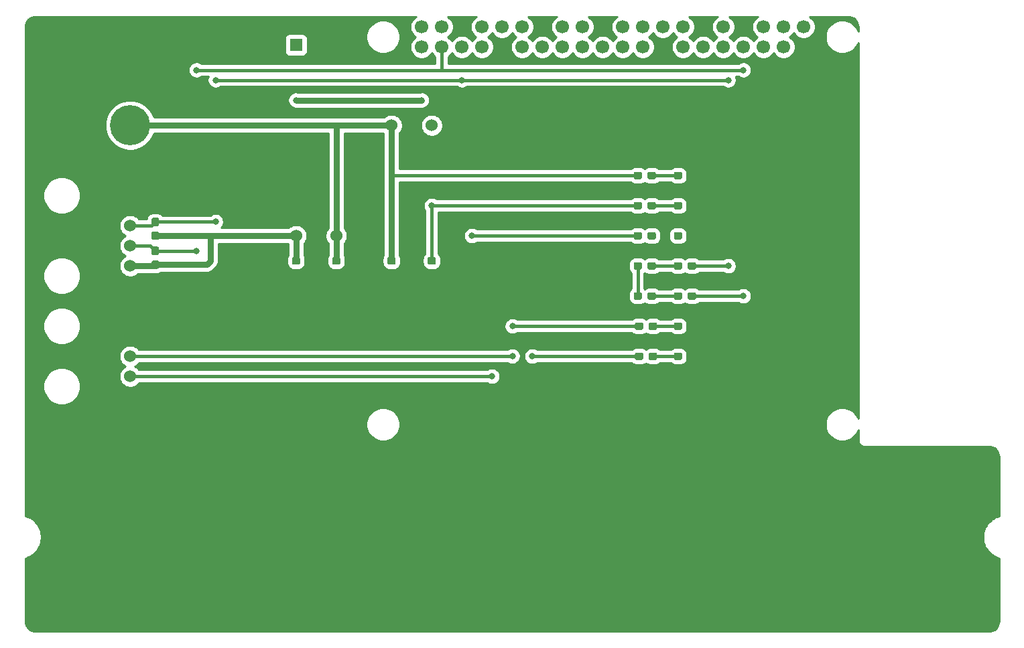
<source format=gbr>
G04 #@! TF.GenerationSoftware,KiCad,Pcbnew,(5.1.4)-1*
G04 #@! TF.CreationDate,2020-11-03T16:52:14-06:00*
G04 #@! TF.ProjectId,RaspberryPiBreakout_Hardware,52617370-6265-4727-9279-506942726561,rev?*
G04 #@! TF.SameCoordinates,Original*
G04 #@! TF.FileFunction,Copper,L1,Top*
G04 #@! TF.FilePolarity,Positive*
%FSLAX46Y46*%
G04 Gerber Fmt 4.6, Leading zero omitted, Abs format (unit mm)*
G04 Created by KiCad (PCBNEW (5.1.4)-1) date 2020-11-03 16:52:14*
%MOMM*%
%LPD*%
G04 APERTURE LIST*
%ADD10C,1.700000*%
%ADD11C,0.100000*%
%ADD12C,0.950000*%
%ADD13C,5.080000*%
%ADD14C,1.524000*%
%ADD15C,1.600000*%
%ADD16R,1.600000X1.600000*%
%ADD17C,0.800000*%
%ADD18C,0.762000*%
%ADD19C,0.381000*%
%ADD20C,0.254000*%
G04 APERTURE END LIST*
D10*
X171450000Y-76454000D03*
X171450000Y-78994000D03*
X168910000Y-76454000D03*
X168910000Y-78994000D03*
X166370000Y-76454000D03*
X166370000Y-78994000D03*
X163830000Y-76454000D03*
X163830000Y-78994000D03*
X161290000Y-76454000D03*
X161290000Y-78994000D03*
X158750000Y-76454000D03*
X158750000Y-78994000D03*
X156210000Y-76454000D03*
X156210000Y-78994000D03*
X153670000Y-76454000D03*
X153670000Y-78994000D03*
X151130000Y-76454000D03*
X151130000Y-78994000D03*
X148590000Y-76454000D03*
X148590000Y-78994000D03*
X146050000Y-76454000D03*
X146050000Y-78994000D03*
X143510000Y-76454000D03*
X143510000Y-78994000D03*
X140970000Y-76454000D03*
X140970000Y-78994000D03*
X138430000Y-76454000D03*
X138430000Y-78994000D03*
X135890000Y-76454000D03*
X135890000Y-78994000D03*
X133350000Y-76454000D03*
X133350000Y-78994000D03*
X130810000Y-76454000D03*
X130810000Y-78994000D03*
X128270000Y-76454000D03*
X128270000Y-78994000D03*
X125730000Y-76454000D03*
X125730000Y-78994000D03*
X123190000Y-76454000D03*
X123190000Y-78994000D03*
D11*
G36*
X117940779Y-105571144D02*
G01*
X117963834Y-105574563D01*
X117986443Y-105580227D01*
X118008387Y-105588079D01*
X118029457Y-105598044D01*
X118049448Y-105610026D01*
X118068168Y-105623910D01*
X118085438Y-105639562D01*
X118101090Y-105656832D01*
X118114974Y-105675552D01*
X118126956Y-105695543D01*
X118136921Y-105716613D01*
X118144773Y-105738557D01*
X118150437Y-105761166D01*
X118153856Y-105784221D01*
X118155000Y-105807500D01*
X118155000Y-106282500D01*
X118153856Y-106305779D01*
X118150437Y-106328834D01*
X118144773Y-106351443D01*
X118136921Y-106373387D01*
X118126956Y-106394457D01*
X118114974Y-106414448D01*
X118101090Y-106433168D01*
X118085438Y-106450438D01*
X118068168Y-106466090D01*
X118049448Y-106479974D01*
X118029457Y-106491956D01*
X118008387Y-106501921D01*
X117986443Y-106509773D01*
X117963834Y-106515437D01*
X117940779Y-106518856D01*
X117917500Y-106520000D01*
X117342500Y-106520000D01*
X117319221Y-106518856D01*
X117296166Y-106515437D01*
X117273557Y-106509773D01*
X117251613Y-106501921D01*
X117230543Y-106491956D01*
X117210552Y-106479974D01*
X117191832Y-106466090D01*
X117174562Y-106450438D01*
X117158910Y-106433168D01*
X117145026Y-106414448D01*
X117133044Y-106394457D01*
X117123079Y-106373387D01*
X117115227Y-106351443D01*
X117109563Y-106328834D01*
X117106144Y-106305779D01*
X117105000Y-106282500D01*
X117105000Y-105807500D01*
X117106144Y-105784221D01*
X117109563Y-105761166D01*
X117115227Y-105738557D01*
X117123079Y-105716613D01*
X117133044Y-105695543D01*
X117145026Y-105675552D01*
X117158910Y-105656832D01*
X117174562Y-105639562D01*
X117191832Y-105623910D01*
X117210552Y-105610026D01*
X117230543Y-105598044D01*
X117251613Y-105588079D01*
X117273557Y-105580227D01*
X117296166Y-105574563D01*
X117319221Y-105571144D01*
X117342500Y-105570000D01*
X117917500Y-105570000D01*
X117940779Y-105571144D01*
X117940779Y-105571144D01*
G37*
D12*
X117630000Y-106045000D03*
D11*
G36*
X119690779Y-105571144D02*
G01*
X119713834Y-105574563D01*
X119736443Y-105580227D01*
X119758387Y-105588079D01*
X119779457Y-105598044D01*
X119799448Y-105610026D01*
X119818168Y-105623910D01*
X119835438Y-105639562D01*
X119851090Y-105656832D01*
X119864974Y-105675552D01*
X119876956Y-105695543D01*
X119886921Y-105716613D01*
X119894773Y-105738557D01*
X119900437Y-105761166D01*
X119903856Y-105784221D01*
X119905000Y-105807500D01*
X119905000Y-106282500D01*
X119903856Y-106305779D01*
X119900437Y-106328834D01*
X119894773Y-106351443D01*
X119886921Y-106373387D01*
X119876956Y-106394457D01*
X119864974Y-106414448D01*
X119851090Y-106433168D01*
X119835438Y-106450438D01*
X119818168Y-106466090D01*
X119799448Y-106479974D01*
X119779457Y-106491956D01*
X119758387Y-106501921D01*
X119736443Y-106509773D01*
X119713834Y-106515437D01*
X119690779Y-106518856D01*
X119667500Y-106520000D01*
X119092500Y-106520000D01*
X119069221Y-106518856D01*
X119046166Y-106515437D01*
X119023557Y-106509773D01*
X119001613Y-106501921D01*
X118980543Y-106491956D01*
X118960552Y-106479974D01*
X118941832Y-106466090D01*
X118924562Y-106450438D01*
X118908910Y-106433168D01*
X118895026Y-106414448D01*
X118883044Y-106394457D01*
X118873079Y-106373387D01*
X118865227Y-106351443D01*
X118859563Y-106328834D01*
X118856144Y-106305779D01*
X118855000Y-106282500D01*
X118855000Y-105807500D01*
X118856144Y-105784221D01*
X118859563Y-105761166D01*
X118865227Y-105738557D01*
X118873079Y-105716613D01*
X118883044Y-105695543D01*
X118895026Y-105675552D01*
X118908910Y-105656832D01*
X118924562Y-105639562D01*
X118941832Y-105623910D01*
X118960552Y-105610026D01*
X118980543Y-105598044D01*
X119001613Y-105588079D01*
X119023557Y-105580227D01*
X119046166Y-105574563D01*
X119069221Y-105571144D01*
X119092500Y-105570000D01*
X119667500Y-105570000D01*
X119690779Y-105571144D01*
X119690779Y-105571144D01*
G37*
D12*
X119380000Y-106045000D03*
D13*
X86360000Y-81026000D03*
X86360000Y-88900000D03*
D11*
G36*
X114455779Y-105571144D02*
G01*
X114478834Y-105574563D01*
X114501443Y-105580227D01*
X114523387Y-105588079D01*
X114544457Y-105598044D01*
X114564448Y-105610026D01*
X114583168Y-105623910D01*
X114600438Y-105639562D01*
X114616090Y-105656832D01*
X114629974Y-105675552D01*
X114641956Y-105695543D01*
X114651921Y-105716613D01*
X114659773Y-105738557D01*
X114665437Y-105761166D01*
X114668856Y-105784221D01*
X114670000Y-105807500D01*
X114670000Y-106282500D01*
X114668856Y-106305779D01*
X114665437Y-106328834D01*
X114659773Y-106351443D01*
X114651921Y-106373387D01*
X114641956Y-106394457D01*
X114629974Y-106414448D01*
X114616090Y-106433168D01*
X114600438Y-106450438D01*
X114583168Y-106466090D01*
X114564448Y-106479974D01*
X114544457Y-106491956D01*
X114523387Y-106501921D01*
X114501443Y-106509773D01*
X114478834Y-106515437D01*
X114455779Y-106518856D01*
X114432500Y-106520000D01*
X113857500Y-106520000D01*
X113834221Y-106518856D01*
X113811166Y-106515437D01*
X113788557Y-106509773D01*
X113766613Y-106501921D01*
X113745543Y-106491956D01*
X113725552Y-106479974D01*
X113706832Y-106466090D01*
X113689562Y-106450438D01*
X113673910Y-106433168D01*
X113660026Y-106414448D01*
X113648044Y-106394457D01*
X113638079Y-106373387D01*
X113630227Y-106351443D01*
X113624563Y-106328834D01*
X113621144Y-106305779D01*
X113620000Y-106282500D01*
X113620000Y-105807500D01*
X113621144Y-105784221D01*
X113624563Y-105761166D01*
X113630227Y-105738557D01*
X113638079Y-105716613D01*
X113648044Y-105695543D01*
X113660026Y-105675552D01*
X113673910Y-105656832D01*
X113689562Y-105639562D01*
X113706832Y-105623910D01*
X113725552Y-105610026D01*
X113745543Y-105598044D01*
X113766613Y-105588079D01*
X113788557Y-105580227D01*
X113811166Y-105574563D01*
X113834221Y-105571144D01*
X113857500Y-105570000D01*
X114432500Y-105570000D01*
X114455779Y-105571144D01*
X114455779Y-105571144D01*
G37*
D12*
X114145000Y-106045000D03*
D11*
G36*
X112705779Y-105571144D02*
G01*
X112728834Y-105574563D01*
X112751443Y-105580227D01*
X112773387Y-105588079D01*
X112794457Y-105598044D01*
X112814448Y-105610026D01*
X112833168Y-105623910D01*
X112850438Y-105639562D01*
X112866090Y-105656832D01*
X112879974Y-105675552D01*
X112891956Y-105695543D01*
X112901921Y-105716613D01*
X112909773Y-105738557D01*
X112915437Y-105761166D01*
X112918856Y-105784221D01*
X112920000Y-105807500D01*
X112920000Y-106282500D01*
X112918856Y-106305779D01*
X112915437Y-106328834D01*
X112909773Y-106351443D01*
X112901921Y-106373387D01*
X112891956Y-106394457D01*
X112879974Y-106414448D01*
X112866090Y-106433168D01*
X112850438Y-106450438D01*
X112833168Y-106466090D01*
X112814448Y-106479974D01*
X112794457Y-106491956D01*
X112773387Y-106501921D01*
X112751443Y-106509773D01*
X112728834Y-106515437D01*
X112705779Y-106518856D01*
X112682500Y-106520000D01*
X112107500Y-106520000D01*
X112084221Y-106518856D01*
X112061166Y-106515437D01*
X112038557Y-106509773D01*
X112016613Y-106501921D01*
X111995543Y-106491956D01*
X111975552Y-106479974D01*
X111956832Y-106466090D01*
X111939562Y-106450438D01*
X111923910Y-106433168D01*
X111910026Y-106414448D01*
X111898044Y-106394457D01*
X111888079Y-106373387D01*
X111880227Y-106351443D01*
X111874563Y-106328834D01*
X111871144Y-106305779D01*
X111870000Y-106282500D01*
X111870000Y-105807500D01*
X111871144Y-105784221D01*
X111874563Y-105761166D01*
X111880227Y-105738557D01*
X111888079Y-105716613D01*
X111898044Y-105695543D01*
X111910026Y-105675552D01*
X111923910Y-105656832D01*
X111939562Y-105639562D01*
X111956832Y-105623910D01*
X111975552Y-105610026D01*
X111995543Y-105598044D01*
X112016613Y-105588079D01*
X112038557Y-105580227D01*
X112061166Y-105574563D01*
X112084221Y-105571144D01*
X112107500Y-105570000D01*
X112682500Y-105570000D01*
X112705779Y-105571144D01*
X112705779Y-105571144D01*
G37*
D12*
X112395000Y-106045000D03*
D11*
G36*
X107625779Y-105571144D02*
G01*
X107648834Y-105574563D01*
X107671443Y-105580227D01*
X107693387Y-105588079D01*
X107714457Y-105598044D01*
X107734448Y-105610026D01*
X107753168Y-105623910D01*
X107770438Y-105639562D01*
X107786090Y-105656832D01*
X107799974Y-105675552D01*
X107811956Y-105695543D01*
X107821921Y-105716613D01*
X107829773Y-105738557D01*
X107835437Y-105761166D01*
X107838856Y-105784221D01*
X107840000Y-105807500D01*
X107840000Y-106282500D01*
X107838856Y-106305779D01*
X107835437Y-106328834D01*
X107829773Y-106351443D01*
X107821921Y-106373387D01*
X107811956Y-106394457D01*
X107799974Y-106414448D01*
X107786090Y-106433168D01*
X107770438Y-106450438D01*
X107753168Y-106466090D01*
X107734448Y-106479974D01*
X107714457Y-106491956D01*
X107693387Y-106501921D01*
X107671443Y-106509773D01*
X107648834Y-106515437D01*
X107625779Y-106518856D01*
X107602500Y-106520000D01*
X107027500Y-106520000D01*
X107004221Y-106518856D01*
X106981166Y-106515437D01*
X106958557Y-106509773D01*
X106936613Y-106501921D01*
X106915543Y-106491956D01*
X106895552Y-106479974D01*
X106876832Y-106466090D01*
X106859562Y-106450438D01*
X106843910Y-106433168D01*
X106830026Y-106414448D01*
X106818044Y-106394457D01*
X106808079Y-106373387D01*
X106800227Y-106351443D01*
X106794563Y-106328834D01*
X106791144Y-106305779D01*
X106790000Y-106282500D01*
X106790000Y-105807500D01*
X106791144Y-105784221D01*
X106794563Y-105761166D01*
X106800227Y-105738557D01*
X106808079Y-105716613D01*
X106818044Y-105695543D01*
X106830026Y-105675552D01*
X106843910Y-105656832D01*
X106859562Y-105639562D01*
X106876832Y-105623910D01*
X106895552Y-105610026D01*
X106915543Y-105598044D01*
X106936613Y-105588079D01*
X106958557Y-105580227D01*
X106981166Y-105574563D01*
X107004221Y-105571144D01*
X107027500Y-105570000D01*
X107602500Y-105570000D01*
X107625779Y-105571144D01*
X107625779Y-105571144D01*
G37*
D12*
X107315000Y-106045000D03*
D11*
G36*
X105875779Y-105571144D02*
G01*
X105898834Y-105574563D01*
X105921443Y-105580227D01*
X105943387Y-105588079D01*
X105964457Y-105598044D01*
X105984448Y-105610026D01*
X106003168Y-105623910D01*
X106020438Y-105639562D01*
X106036090Y-105656832D01*
X106049974Y-105675552D01*
X106061956Y-105695543D01*
X106071921Y-105716613D01*
X106079773Y-105738557D01*
X106085437Y-105761166D01*
X106088856Y-105784221D01*
X106090000Y-105807500D01*
X106090000Y-106282500D01*
X106088856Y-106305779D01*
X106085437Y-106328834D01*
X106079773Y-106351443D01*
X106071921Y-106373387D01*
X106061956Y-106394457D01*
X106049974Y-106414448D01*
X106036090Y-106433168D01*
X106020438Y-106450438D01*
X106003168Y-106466090D01*
X105984448Y-106479974D01*
X105964457Y-106491956D01*
X105943387Y-106501921D01*
X105921443Y-106509773D01*
X105898834Y-106515437D01*
X105875779Y-106518856D01*
X105852500Y-106520000D01*
X105277500Y-106520000D01*
X105254221Y-106518856D01*
X105231166Y-106515437D01*
X105208557Y-106509773D01*
X105186613Y-106501921D01*
X105165543Y-106491956D01*
X105145552Y-106479974D01*
X105126832Y-106466090D01*
X105109562Y-106450438D01*
X105093910Y-106433168D01*
X105080026Y-106414448D01*
X105068044Y-106394457D01*
X105058079Y-106373387D01*
X105050227Y-106351443D01*
X105044563Y-106328834D01*
X105041144Y-106305779D01*
X105040000Y-106282500D01*
X105040000Y-105807500D01*
X105041144Y-105784221D01*
X105044563Y-105761166D01*
X105050227Y-105738557D01*
X105058079Y-105716613D01*
X105068044Y-105695543D01*
X105080026Y-105675552D01*
X105093910Y-105656832D01*
X105109562Y-105639562D01*
X105126832Y-105623910D01*
X105145552Y-105610026D01*
X105165543Y-105598044D01*
X105186613Y-105588079D01*
X105208557Y-105580227D01*
X105231166Y-105574563D01*
X105254221Y-105571144D01*
X105277500Y-105570000D01*
X105852500Y-105570000D01*
X105875779Y-105571144D01*
X105875779Y-105571144D01*
G37*
D12*
X105565000Y-106045000D03*
D14*
X86360000Y-120650000D03*
X86360000Y-118110000D03*
X86360000Y-115570000D03*
X86360000Y-106680000D03*
X86360000Y-104140000D03*
X86360000Y-101600000D03*
X86360000Y-99060000D03*
X107315000Y-102870000D03*
X109855000Y-102870000D03*
X112395000Y-102870000D03*
D11*
G36*
X157635779Y-94776144D02*
G01*
X157658834Y-94779563D01*
X157681443Y-94785227D01*
X157703387Y-94793079D01*
X157724457Y-94803044D01*
X157744448Y-94815026D01*
X157763168Y-94828910D01*
X157780438Y-94844562D01*
X157796090Y-94861832D01*
X157809974Y-94880552D01*
X157821956Y-94900543D01*
X157831921Y-94921613D01*
X157839773Y-94943557D01*
X157845437Y-94966166D01*
X157848856Y-94989221D01*
X157850000Y-95012500D01*
X157850000Y-95487500D01*
X157848856Y-95510779D01*
X157845437Y-95533834D01*
X157839773Y-95556443D01*
X157831921Y-95578387D01*
X157821956Y-95599457D01*
X157809974Y-95619448D01*
X157796090Y-95638168D01*
X157780438Y-95655438D01*
X157763168Y-95671090D01*
X157744448Y-95684974D01*
X157724457Y-95696956D01*
X157703387Y-95706921D01*
X157681443Y-95714773D01*
X157658834Y-95720437D01*
X157635779Y-95723856D01*
X157612500Y-95725000D01*
X157037500Y-95725000D01*
X157014221Y-95723856D01*
X156991166Y-95720437D01*
X156968557Y-95714773D01*
X156946613Y-95706921D01*
X156925543Y-95696956D01*
X156905552Y-95684974D01*
X156886832Y-95671090D01*
X156869562Y-95655438D01*
X156853910Y-95638168D01*
X156840026Y-95619448D01*
X156828044Y-95599457D01*
X156818079Y-95578387D01*
X156810227Y-95556443D01*
X156804563Y-95533834D01*
X156801144Y-95510779D01*
X156800000Y-95487500D01*
X156800000Y-95012500D01*
X156801144Y-94989221D01*
X156804563Y-94966166D01*
X156810227Y-94943557D01*
X156818079Y-94921613D01*
X156828044Y-94900543D01*
X156840026Y-94880552D01*
X156853910Y-94861832D01*
X156869562Y-94844562D01*
X156886832Y-94828910D01*
X156905552Y-94815026D01*
X156925543Y-94803044D01*
X156946613Y-94793079D01*
X156968557Y-94785227D01*
X156991166Y-94779563D01*
X157014221Y-94776144D01*
X157037500Y-94775000D01*
X157612500Y-94775000D01*
X157635779Y-94776144D01*
X157635779Y-94776144D01*
G37*
D12*
X157325000Y-95250000D03*
D11*
G36*
X155885779Y-94776144D02*
G01*
X155908834Y-94779563D01*
X155931443Y-94785227D01*
X155953387Y-94793079D01*
X155974457Y-94803044D01*
X155994448Y-94815026D01*
X156013168Y-94828910D01*
X156030438Y-94844562D01*
X156046090Y-94861832D01*
X156059974Y-94880552D01*
X156071956Y-94900543D01*
X156081921Y-94921613D01*
X156089773Y-94943557D01*
X156095437Y-94966166D01*
X156098856Y-94989221D01*
X156100000Y-95012500D01*
X156100000Y-95487500D01*
X156098856Y-95510779D01*
X156095437Y-95533834D01*
X156089773Y-95556443D01*
X156081921Y-95578387D01*
X156071956Y-95599457D01*
X156059974Y-95619448D01*
X156046090Y-95638168D01*
X156030438Y-95655438D01*
X156013168Y-95671090D01*
X155994448Y-95684974D01*
X155974457Y-95696956D01*
X155953387Y-95706921D01*
X155931443Y-95714773D01*
X155908834Y-95720437D01*
X155885779Y-95723856D01*
X155862500Y-95725000D01*
X155287500Y-95725000D01*
X155264221Y-95723856D01*
X155241166Y-95720437D01*
X155218557Y-95714773D01*
X155196613Y-95706921D01*
X155175543Y-95696956D01*
X155155552Y-95684974D01*
X155136832Y-95671090D01*
X155119562Y-95655438D01*
X155103910Y-95638168D01*
X155090026Y-95619448D01*
X155078044Y-95599457D01*
X155068079Y-95578387D01*
X155060227Y-95556443D01*
X155054563Y-95533834D01*
X155051144Y-95510779D01*
X155050000Y-95487500D01*
X155050000Y-95012500D01*
X155051144Y-94989221D01*
X155054563Y-94966166D01*
X155060227Y-94943557D01*
X155068079Y-94921613D01*
X155078044Y-94900543D01*
X155090026Y-94880552D01*
X155103910Y-94861832D01*
X155119562Y-94844562D01*
X155136832Y-94828910D01*
X155155552Y-94815026D01*
X155175543Y-94803044D01*
X155196613Y-94793079D01*
X155218557Y-94785227D01*
X155241166Y-94779563D01*
X155264221Y-94776144D01*
X155287500Y-94775000D01*
X155862500Y-94775000D01*
X155885779Y-94776144D01*
X155885779Y-94776144D01*
G37*
D12*
X155575000Y-95250000D03*
D11*
G36*
X157635779Y-102396144D02*
G01*
X157658834Y-102399563D01*
X157681443Y-102405227D01*
X157703387Y-102413079D01*
X157724457Y-102423044D01*
X157744448Y-102435026D01*
X157763168Y-102448910D01*
X157780438Y-102464562D01*
X157796090Y-102481832D01*
X157809974Y-102500552D01*
X157821956Y-102520543D01*
X157831921Y-102541613D01*
X157839773Y-102563557D01*
X157845437Y-102586166D01*
X157848856Y-102609221D01*
X157850000Y-102632500D01*
X157850000Y-103107500D01*
X157848856Y-103130779D01*
X157845437Y-103153834D01*
X157839773Y-103176443D01*
X157831921Y-103198387D01*
X157821956Y-103219457D01*
X157809974Y-103239448D01*
X157796090Y-103258168D01*
X157780438Y-103275438D01*
X157763168Y-103291090D01*
X157744448Y-103304974D01*
X157724457Y-103316956D01*
X157703387Y-103326921D01*
X157681443Y-103334773D01*
X157658834Y-103340437D01*
X157635779Y-103343856D01*
X157612500Y-103345000D01*
X157037500Y-103345000D01*
X157014221Y-103343856D01*
X156991166Y-103340437D01*
X156968557Y-103334773D01*
X156946613Y-103326921D01*
X156925543Y-103316956D01*
X156905552Y-103304974D01*
X156886832Y-103291090D01*
X156869562Y-103275438D01*
X156853910Y-103258168D01*
X156840026Y-103239448D01*
X156828044Y-103219457D01*
X156818079Y-103198387D01*
X156810227Y-103176443D01*
X156804563Y-103153834D01*
X156801144Y-103130779D01*
X156800000Y-103107500D01*
X156800000Y-102632500D01*
X156801144Y-102609221D01*
X156804563Y-102586166D01*
X156810227Y-102563557D01*
X156818079Y-102541613D01*
X156828044Y-102520543D01*
X156840026Y-102500552D01*
X156853910Y-102481832D01*
X156869562Y-102464562D01*
X156886832Y-102448910D01*
X156905552Y-102435026D01*
X156925543Y-102423044D01*
X156946613Y-102413079D01*
X156968557Y-102405227D01*
X156991166Y-102399563D01*
X157014221Y-102396144D01*
X157037500Y-102395000D01*
X157612500Y-102395000D01*
X157635779Y-102396144D01*
X157635779Y-102396144D01*
G37*
D12*
X157325000Y-102870000D03*
D11*
G36*
X155885779Y-102396144D02*
G01*
X155908834Y-102399563D01*
X155931443Y-102405227D01*
X155953387Y-102413079D01*
X155974457Y-102423044D01*
X155994448Y-102435026D01*
X156013168Y-102448910D01*
X156030438Y-102464562D01*
X156046090Y-102481832D01*
X156059974Y-102500552D01*
X156071956Y-102520543D01*
X156081921Y-102541613D01*
X156089773Y-102563557D01*
X156095437Y-102586166D01*
X156098856Y-102609221D01*
X156100000Y-102632500D01*
X156100000Y-103107500D01*
X156098856Y-103130779D01*
X156095437Y-103153834D01*
X156089773Y-103176443D01*
X156081921Y-103198387D01*
X156071956Y-103219457D01*
X156059974Y-103239448D01*
X156046090Y-103258168D01*
X156030438Y-103275438D01*
X156013168Y-103291090D01*
X155994448Y-103304974D01*
X155974457Y-103316956D01*
X155953387Y-103326921D01*
X155931443Y-103334773D01*
X155908834Y-103340437D01*
X155885779Y-103343856D01*
X155862500Y-103345000D01*
X155287500Y-103345000D01*
X155264221Y-103343856D01*
X155241166Y-103340437D01*
X155218557Y-103334773D01*
X155196613Y-103326921D01*
X155175543Y-103316956D01*
X155155552Y-103304974D01*
X155136832Y-103291090D01*
X155119562Y-103275438D01*
X155103910Y-103258168D01*
X155090026Y-103239448D01*
X155078044Y-103219457D01*
X155068079Y-103198387D01*
X155060227Y-103176443D01*
X155054563Y-103153834D01*
X155051144Y-103130779D01*
X155050000Y-103107500D01*
X155050000Y-102632500D01*
X155051144Y-102609221D01*
X155054563Y-102586166D01*
X155060227Y-102563557D01*
X155068079Y-102541613D01*
X155078044Y-102520543D01*
X155090026Y-102500552D01*
X155103910Y-102481832D01*
X155119562Y-102464562D01*
X155136832Y-102448910D01*
X155155552Y-102435026D01*
X155175543Y-102423044D01*
X155196613Y-102413079D01*
X155218557Y-102405227D01*
X155241166Y-102399563D01*
X155264221Y-102396144D01*
X155287500Y-102395000D01*
X155862500Y-102395000D01*
X155885779Y-102396144D01*
X155885779Y-102396144D01*
G37*
D12*
X155575000Y-102870000D03*
D11*
G36*
X155885779Y-117636144D02*
G01*
X155908834Y-117639563D01*
X155931443Y-117645227D01*
X155953387Y-117653079D01*
X155974457Y-117663044D01*
X155994448Y-117675026D01*
X156013168Y-117688910D01*
X156030438Y-117704562D01*
X156046090Y-117721832D01*
X156059974Y-117740552D01*
X156071956Y-117760543D01*
X156081921Y-117781613D01*
X156089773Y-117803557D01*
X156095437Y-117826166D01*
X156098856Y-117849221D01*
X156100000Y-117872500D01*
X156100000Y-118347500D01*
X156098856Y-118370779D01*
X156095437Y-118393834D01*
X156089773Y-118416443D01*
X156081921Y-118438387D01*
X156071956Y-118459457D01*
X156059974Y-118479448D01*
X156046090Y-118498168D01*
X156030438Y-118515438D01*
X156013168Y-118531090D01*
X155994448Y-118544974D01*
X155974457Y-118556956D01*
X155953387Y-118566921D01*
X155931443Y-118574773D01*
X155908834Y-118580437D01*
X155885779Y-118583856D01*
X155862500Y-118585000D01*
X155287500Y-118585000D01*
X155264221Y-118583856D01*
X155241166Y-118580437D01*
X155218557Y-118574773D01*
X155196613Y-118566921D01*
X155175543Y-118556956D01*
X155155552Y-118544974D01*
X155136832Y-118531090D01*
X155119562Y-118515438D01*
X155103910Y-118498168D01*
X155090026Y-118479448D01*
X155078044Y-118459457D01*
X155068079Y-118438387D01*
X155060227Y-118416443D01*
X155054563Y-118393834D01*
X155051144Y-118370779D01*
X155050000Y-118347500D01*
X155050000Y-117872500D01*
X155051144Y-117849221D01*
X155054563Y-117826166D01*
X155060227Y-117803557D01*
X155068079Y-117781613D01*
X155078044Y-117760543D01*
X155090026Y-117740552D01*
X155103910Y-117721832D01*
X155119562Y-117704562D01*
X155136832Y-117688910D01*
X155155552Y-117675026D01*
X155175543Y-117663044D01*
X155196613Y-117653079D01*
X155218557Y-117645227D01*
X155241166Y-117639563D01*
X155264221Y-117636144D01*
X155287500Y-117635000D01*
X155862500Y-117635000D01*
X155885779Y-117636144D01*
X155885779Y-117636144D01*
G37*
D12*
X155575000Y-118110000D03*
D11*
G36*
X157635779Y-117636144D02*
G01*
X157658834Y-117639563D01*
X157681443Y-117645227D01*
X157703387Y-117653079D01*
X157724457Y-117663044D01*
X157744448Y-117675026D01*
X157763168Y-117688910D01*
X157780438Y-117704562D01*
X157796090Y-117721832D01*
X157809974Y-117740552D01*
X157821956Y-117760543D01*
X157831921Y-117781613D01*
X157839773Y-117803557D01*
X157845437Y-117826166D01*
X157848856Y-117849221D01*
X157850000Y-117872500D01*
X157850000Y-118347500D01*
X157848856Y-118370779D01*
X157845437Y-118393834D01*
X157839773Y-118416443D01*
X157831921Y-118438387D01*
X157821956Y-118459457D01*
X157809974Y-118479448D01*
X157796090Y-118498168D01*
X157780438Y-118515438D01*
X157763168Y-118531090D01*
X157744448Y-118544974D01*
X157724457Y-118556956D01*
X157703387Y-118566921D01*
X157681443Y-118574773D01*
X157658834Y-118580437D01*
X157635779Y-118583856D01*
X157612500Y-118585000D01*
X157037500Y-118585000D01*
X157014221Y-118583856D01*
X156991166Y-118580437D01*
X156968557Y-118574773D01*
X156946613Y-118566921D01*
X156925543Y-118556956D01*
X156905552Y-118544974D01*
X156886832Y-118531090D01*
X156869562Y-118515438D01*
X156853910Y-118498168D01*
X156840026Y-118479448D01*
X156828044Y-118459457D01*
X156818079Y-118438387D01*
X156810227Y-118416443D01*
X156804563Y-118393834D01*
X156801144Y-118370779D01*
X156800000Y-118347500D01*
X156800000Y-117872500D01*
X156801144Y-117849221D01*
X156804563Y-117826166D01*
X156810227Y-117803557D01*
X156818079Y-117781613D01*
X156828044Y-117760543D01*
X156840026Y-117740552D01*
X156853910Y-117721832D01*
X156869562Y-117704562D01*
X156886832Y-117688910D01*
X156905552Y-117675026D01*
X156925543Y-117663044D01*
X156946613Y-117653079D01*
X156968557Y-117645227D01*
X156991166Y-117639563D01*
X157014221Y-117636144D01*
X157037500Y-117635000D01*
X157612500Y-117635000D01*
X157635779Y-117636144D01*
X157635779Y-117636144D01*
G37*
D12*
X157325000Y-118110000D03*
D11*
G36*
X157635779Y-113826144D02*
G01*
X157658834Y-113829563D01*
X157681443Y-113835227D01*
X157703387Y-113843079D01*
X157724457Y-113853044D01*
X157744448Y-113865026D01*
X157763168Y-113878910D01*
X157780438Y-113894562D01*
X157796090Y-113911832D01*
X157809974Y-113930552D01*
X157821956Y-113950543D01*
X157831921Y-113971613D01*
X157839773Y-113993557D01*
X157845437Y-114016166D01*
X157848856Y-114039221D01*
X157850000Y-114062500D01*
X157850000Y-114537500D01*
X157848856Y-114560779D01*
X157845437Y-114583834D01*
X157839773Y-114606443D01*
X157831921Y-114628387D01*
X157821956Y-114649457D01*
X157809974Y-114669448D01*
X157796090Y-114688168D01*
X157780438Y-114705438D01*
X157763168Y-114721090D01*
X157744448Y-114734974D01*
X157724457Y-114746956D01*
X157703387Y-114756921D01*
X157681443Y-114764773D01*
X157658834Y-114770437D01*
X157635779Y-114773856D01*
X157612500Y-114775000D01*
X157037500Y-114775000D01*
X157014221Y-114773856D01*
X156991166Y-114770437D01*
X156968557Y-114764773D01*
X156946613Y-114756921D01*
X156925543Y-114746956D01*
X156905552Y-114734974D01*
X156886832Y-114721090D01*
X156869562Y-114705438D01*
X156853910Y-114688168D01*
X156840026Y-114669448D01*
X156828044Y-114649457D01*
X156818079Y-114628387D01*
X156810227Y-114606443D01*
X156804563Y-114583834D01*
X156801144Y-114560779D01*
X156800000Y-114537500D01*
X156800000Y-114062500D01*
X156801144Y-114039221D01*
X156804563Y-114016166D01*
X156810227Y-113993557D01*
X156818079Y-113971613D01*
X156828044Y-113950543D01*
X156840026Y-113930552D01*
X156853910Y-113911832D01*
X156869562Y-113894562D01*
X156886832Y-113878910D01*
X156905552Y-113865026D01*
X156925543Y-113853044D01*
X156946613Y-113843079D01*
X156968557Y-113835227D01*
X156991166Y-113829563D01*
X157014221Y-113826144D01*
X157037500Y-113825000D01*
X157612500Y-113825000D01*
X157635779Y-113826144D01*
X157635779Y-113826144D01*
G37*
D12*
X157325000Y-114300000D03*
D11*
G36*
X155885779Y-113826144D02*
G01*
X155908834Y-113829563D01*
X155931443Y-113835227D01*
X155953387Y-113843079D01*
X155974457Y-113853044D01*
X155994448Y-113865026D01*
X156013168Y-113878910D01*
X156030438Y-113894562D01*
X156046090Y-113911832D01*
X156059974Y-113930552D01*
X156071956Y-113950543D01*
X156081921Y-113971613D01*
X156089773Y-113993557D01*
X156095437Y-114016166D01*
X156098856Y-114039221D01*
X156100000Y-114062500D01*
X156100000Y-114537500D01*
X156098856Y-114560779D01*
X156095437Y-114583834D01*
X156089773Y-114606443D01*
X156081921Y-114628387D01*
X156071956Y-114649457D01*
X156059974Y-114669448D01*
X156046090Y-114688168D01*
X156030438Y-114705438D01*
X156013168Y-114721090D01*
X155994448Y-114734974D01*
X155974457Y-114746956D01*
X155953387Y-114756921D01*
X155931443Y-114764773D01*
X155908834Y-114770437D01*
X155885779Y-114773856D01*
X155862500Y-114775000D01*
X155287500Y-114775000D01*
X155264221Y-114773856D01*
X155241166Y-114770437D01*
X155218557Y-114764773D01*
X155196613Y-114756921D01*
X155175543Y-114746956D01*
X155155552Y-114734974D01*
X155136832Y-114721090D01*
X155119562Y-114705438D01*
X155103910Y-114688168D01*
X155090026Y-114669448D01*
X155078044Y-114649457D01*
X155068079Y-114628387D01*
X155060227Y-114606443D01*
X155054563Y-114583834D01*
X155051144Y-114560779D01*
X155050000Y-114537500D01*
X155050000Y-114062500D01*
X155051144Y-114039221D01*
X155054563Y-114016166D01*
X155060227Y-113993557D01*
X155068079Y-113971613D01*
X155078044Y-113950543D01*
X155090026Y-113930552D01*
X155103910Y-113911832D01*
X155119562Y-113894562D01*
X155136832Y-113878910D01*
X155155552Y-113865026D01*
X155175543Y-113853044D01*
X155196613Y-113843079D01*
X155218557Y-113835227D01*
X155241166Y-113829563D01*
X155264221Y-113826144D01*
X155287500Y-113825000D01*
X155862500Y-113825000D01*
X155885779Y-113826144D01*
X155885779Y-113826144D01*
G37*
D12*
X155575000Y-114300000D03*
D11*
G36*
X150805779Y-94776144D02*
G01*
X150828834Y-94779563D01*
X150851443Y-94785227D01*
X150873387Y-94793079D01*
X150894457Y-94803044D01*
X150914448Y-94815026D01*
X150933168Y-94828910D01*
X150950438Y-94844562D01*
X150966090Y-94861832D01*
X150979974Y-94880552D01*
X150991956Y-94900543D01*
X151001921Y-94921613D01*
X151009773Y-94943557D01*
X151015437Y-94966166D01*
X151018856Y-94989221D01*
X151020000Y-95012500D01*
X151020000Y-95487500D01*
X151018856Y-95510779D01*
X151015437Y-95533834D01*
X151009773Y-95556443D01*
X151001921Y-95578387D01*
X150991956Y-95599457D01*
X150979974Y-95619448D01*
X150966090Y-95638168D01*
X150950438Y-95655438D01*
X150933168Y-95671090D01*
X150914448Y-95684974D01*
X150894457Y-95696956D01*
X150873387Y-95706921D01*
X150851443Y-95714773D01*
X150828834Y-95720437D01*
X150805779Y-95723856D01*
X150782500Y-95725000D01*
X150207500Y-95725000D01*
X150184221Y-95723856D01*
X150161166Y-95720437D01*
X150138557Y-95714773D01*
X150116613Y-95706921D01*
X150095543Y-95696956D01*
X150075552Y-95684974D01*
X150056832Y-95671090D01*
X150039562Y-95655438D01*
X150023910Y-95638168D01*
X150010026Y-95619448D01*
X149998044Y-95599457D01*
X149988079Y-95578387D01*
X149980227Y-95556443D01*
X149974563Y-95533834D01*
X149971144Y-95510779D01*
X149970000Y-95487500D01*
X149970000Y-95012500D01*
X149971144Y-94989221D01*
X149974563Y-94966166D01*
X149980227Y-94943557D01*
X149988079Y-94921613D01*
X149998044Y-94900543D01*
X150010026Y-94880552D01*
X150023910Y-94861832D01*
X150039562Y-94844562D01*
X150056832Y-94828910D01*
X150075552Y-94815026D01*
X150095543Y-94803044D01*
X150116613Y-94793079D01*
X150138557Y-94785227D01*
X150161166Y-94779563D01*
X150184221Y-94776144D01*
X150207500Y-94775000D01*
X150782500Y-94775000D01*
X150805779Y-94776144D01*
X150805779Y-94776144D01*
G37*
D12*
X150495000Y-95250000D03*
D11*
G36*
X152555779Y-94776144D02*
G01*
X152578834Y-94779563D01*
X152601443Y-94785227D01*
X152623387Y-94793079D01*
X152644457Y-94803044D01*
X152664448Y-94815026D01*
X152683168Y-94828910D01*
X152700438Y-94844562D01*
X152716090Y-94861832D01*
X152729974Y-94880552D01*
X152741956Y-94900543D01*
X152751921Y-94921613D01*
X152759773Y-94943557D01*
X152765437Y-94966166D01*
X152768856Y-94989221D01*
X152770000Y-95012500D01*
X152770000Y-95487500D01*
X152768856Y-95510779D01*
X152765437Y-95533834D01*
X152759773Y-95556443D01*
X152751921Y-95578387D01*
X152741956Y-95599457D01*
X152729974Y-95619448D01*
X152716090Y-95638168D01*
X152700438Y-95655438D01*
X152683168Y-95671090D01*
X152664448Y-95684974D01*
X152644457Y-95696956D01*
X152623387Y-95706921D01*
X152601443Y-95714773D01*
X152578834Y-95720437D01*
X152555779Y-95723856D01*
X152532500Y-95725000D01*
X151957500Y-95725000D01*
X151934221Y-95723856D01*
X151911166Y-95720437D01*
X151888557Y-95714773D01*
X151866613Y-95706921D01*
X151845543Y-95696956D01*
X151825552Y-95684974D01*
X151806832Y-95671090D01*
X151789562Y-95655438D01*
X151773910Y-95638168D01*
X151760026Y-95619448D01*
X151748044Y-95599457D01*
X151738079Y-95578387D01*
X151730227Y-95556443D01*
X151724563Y-95533834D01*
X151721144Y-95510779D01*
X151720000Y-95487500D01*
X151720000Y-95012500D01*
X151721144Y-94989221D01*
X151724563Y-94966166D01*
X151730227Y-94943557D01*
X151738079Y-94921613D01*
X151748044Y-94900543D01*
X151760026Y-94880552D01*
X151773910Y-94861832D01*
X151789562Y-94844562D01*
X151806832Y-94828910D01*
X151825552Y-94815026D01*
X151845543Y-94803044D01*
X151866613Y-94793079D01*
X151888557Y-94785227D01*
X151911166Y-94779563D01*
X151934221Y-94776144D01*
X151957500Y-94775000D01*
X152532500Y-94775000D01*
X152555779Y-94776144D01*
X152555779Y-94776144D01*
G37*
D12*
X152245000Y-95250000D03*
D11*
G36*
X150805779Y-102396144D02*
G01*
X150828834Y-102399563D01*
X150851443Y-102405227D01*
X150873387Y-102413079D01*
X150894457Y-102423044D01*
X150914448Y-102435026D01*
X150933168Y-102448910D01*
X150950438Y-102464562D01*
X150966090Y-102481832D01*
X150979974Y-102500552D01*
X150991956Y-102520543D01*
X151001921Y-102541613D01*
X151009773Y-102563557D01*
X151015437Y-102586166D01*
X151018856Y-102609221D01*
X151020000Y-102632500D01*
X151020000Y-103107500D01*
X151018856Y-103130779D01*
X151015437Y-103153834D01*
X151009773Y-103176443D01*
X151001921Y-103198387D01*
X150991956Y-103219457D01*
X150979974Y-103239448D01*
X150966090Y-103258168D01*
X150950438Y-103275438D01*
X150933168Y-103291090D01*
X150914448Y-103304974D01*
X150894457Y-103316956D01*
X150873387Y-103326921D01*
X150851443Y-103334773D01*
X150828834Y-103340437D01*
X150805779Y-103343856D01*
X150782500Y-103345000D01*
X150207500Y-103345000D01*
X150184221Y-103343856D01*
X150161166Y-103340437D01*
X150138557Y-103334773D01*
X150116613Y-103326921D01*
X150095543Y-103316956D01*
X150075552Y-103304974D01*
X150056832Y-103291090D01*
X150039562Y-103275438D01*
X150023910Y-103258168D01*
X150010026Y-103239448D01*
X149998044Y-103219457D01*
X149988079Y-103198387D01*
X149980227Y-103176443D01*
X149974563Y-103153834D01*
X149971144Y-103130779D01*
X149970000Y-103107500D01*
X149970000Y-102632500D01*
X149971144Y-102609221D01*
X149974563Y-102586166D01*
X149980227Y-102563557D01*
X149988079Y-102541613D01*
X149998044Y-102520543D01*
X150010026Y-102500552D01*
X150023910Y-102481832D01*
X150039562Y-102464562D01*
X150056832Y-102448910D01*
X150075552Y-102435026D01*
X150095543Y-102423044D01*
X150116613Y-102413079D01*
X150138557Y-102405227D01*
X150161166Y-102399563D01*
X150184221Y-102396144D01*
X150207500Y-102395000D01*
X150782500Y-102395000D01*
X150805779Y-102396144D01*
X150805779Y-102396144D01*
G37*
D12*
X150495000Y-102870000D03*
D11*
G36*
X152555779Y-102396144D02*
G01*
X152578834Y-102399563D01*
X152601443Y-102405227D01*
X152623387Y-102413079D01*
X152644457Y-102423044D01*
X152664448Y-102435026D01*
X152683168Y-102448910D01*
X152700438Y-102464562D01*
X152716090Y-102481832D01*
X152729974Y-102500552D01*
X152741956Y-102520543D01*
X152751921Y-102541613D01*
X152759773Y-102563557D01*
X152765437Y-102586166D01*
X152768856Y-102609221D01*
X152770000Y-102632500D01*
X152770000Y-103107500D01*
X152768856Y-103130779D01*
X152765437Y-103153834D01*
X152759773Y-103176443D01*
X152751921Y-103198387D01*
X152741956Y-103219457D01*
X152729974Y-103239448D01*
X152716090Y-103258168D01*
X152700438Y-103275438D01*
X152683168Y-103291090D01*
X152664448Y-103304974D01*
X152644457Y-103316956D01*
X152623387Y-103326921D01*
X152601443Y-103334773D01*
X152578834Y-103340437D01*
X152555779Y-103343856D01*
X152532500Y-103345000D01*
X151957500Y-103345000D01*
X151934221Y-103343856D01*
X151911166Y-103340437D01*
X151888557Y-103334773D01*
X151866613Y-103326921D01*
X151845543Y-103316956D01*
X151825552Y-103304974D01*
X151806832Y-103291090D01*
X151789562Y-103275438D01*
X151773910Y-103258168D01*
X151760026Y-103239448D01*
X151748044Y-103219457D01*
X151738079Y-103198387D01*
X151730227Y-103176443D01*
X151724563Y-103153834D01*
X151721144Y-103130779D01*
X151720000Y-103107500D01*
X151720000Y-102632500D01*
X151721144Y-102609221D01*
X151724563Y-102586166D01*
X151730227Y-102563557D01*
X151738079Y-102541613D01*
X151748044Y-102520543D01*
X151760026Y-102500552D01*
X151773910Y-102481832D01*
X151789562Y-102464562D01*
X151806832Y-102448910D01*
X151825552Y-102435026D01*
X151845543Y-102423044D01*
X151866613Y-102413079D01*
X151888557Y-102405227D01*
X151911166Y-102399563D01*
X151934221Y-102396144D01*
X151957500Y-102395000D01*
X152532500Y-102395000D01*
X152555779Y-102396144D01*
X152555779Y-102396144D01*
G37*
D12*
X152245000Y-102870000D03*
D11*
G36*
X152710779Y-117636144D02*
G01*
X152733834Y-117639563D01*
X152756443Y-117645227D01*
X152778387Y-117653079D01*
X152799457Y-117663044D01*
X152819448Y-117675026D01*
X152838168Y-117688910D01*
X152855438Y-117704562D01*
X152871090Y-117721832D01*
X152884974Y-117740552D01*
X152896956Y-117760543D01*
X152906921Y-117781613D01*
X152914773Y-117803557D01*
X152920437Y-117826166D01*
X152923856Y-117849221D01*
X152925000Y-117872500D01*
X152925000Y-118347500D01*
X152923856Y-118370779D01*
X152920437Y-118393834D01*
X152914773Y-118416443D01*
X152906921Y-118438387D01*
X152896956Y-118459457D01*
X152884974Y-118479448D01*
X152871090Y-118498168D01*
X152855438Y-118515438D01*
X152838168Y-118531090D01*
X152819448Y-118544974D01*
X152799457Y-118556956D01*
X152778387Y-118566921D01*
X152756443Y-118574773D01*
X152733834Y-118580437D01*
X152710779Y-118583856D01*
X152687500Y-118585000D01*
X152112500Y-118585000D01*
X152089221Y-118583856D01*
X152066166Y-118580437D01*
X152043557Y-118574773D01*
X152021613Y-118566921D01*
X152000543Y-118556956D01*
X151980552Y-118544974D01*
X151961832Y-118531090D01*
X151944562Y-118515438D01*
X151928910Y-118498168D01*
X151915026Y-118479448D01*
X151903044Y-118459457D01*
X151893079Y-118438387D01*
X151885227Y-118416443D01*
X151879563Y-118393834D01*
X151876144Y-118370779D01*
X151875000Y-118347500D01*
X151875000Y-117872500D01*
X151876144Y-117849221D01*
X151879563Y-117826166D01*
X151885227Y-117803557D01*
X151893079Y-117781613D01*
X151903044Y-117760543D01*
X151915026Y-117740552D01*
X151928910Y-117721832D01*
X151944562Y-117704562D01*
X151961832Y-117688910D01*
X151980552Y-117675026D01*
X152000543Y-117663044D01*
X152021613Y-117653079D01*
X152043557Y-117645227D01*
X152066166Y-117639563D01*
X152089221Y-117636144D01*
X152112500Y-117635000D01*
X152687500Y-117635000D01*
X152710779Y-117636144D01*
X152710779Y-117636144D01*
G37*
D12*
X152400000Y-118110000D03*
D11*
G36*
X150960779Y-117636144D02*
G01*
X150983834Y-117639563D01*
X151006443Y-117645227D01*
X151028387Y-117653079D01*
X151049457Y-117663044D01*
X151069448Y-117675026D01*
X151088168Y-117688910D01*
X151105438Y-117704562D01*
X151121090Y-117721832D01*
X151134974Y-117740552D01*
X151146956Y-117760543D01*
X151156921Y-117781613D01*
X151164773Y-117803557D01*
X151170437Y-117826166D01*
X151173856Y-117849221D01*
X151175000Y-117872500D01*
X151175000Y-118347500D01*
X151173856Y-118370779D01*
X151170437Y-118393834D01*
X151164773Y-118416443D01*
X151156921Y-118438387D01*
X151146956Y-118459457D01*
X151134974Y-118479448D01*
X151121090Y-118498168D01*
X151105438Y-118515438D01*
X151088168Y-118531090D01*
X151069448Y-118544974D01*
X151049457Y-118556956D01*
X151028387Y-118566921D01*
X151006443Y-118574773D01*
X150983834Y-118580437D01*
X150960779Y-118583856D01*
X150937500Y-118585000D01*
X150362500Y-118585000D01*
X150339221Y-118583856D01*
X150316166Y-118580437D01*
X150293557Y-118574773D01*
X150271613Y-118566921D01*
X150250543Y-118556956D01*
X150230552Y-118544974D01*
X150211832Y-118531090D01*
X150194562Y-118515438D01*
X150178910Y-118498168D01*
X150165026Y-118479448D01*
X150153044Y-118459457D01*
X150143079Y-118438387D01*
X150135227Y-118416443D01*
X150129563Y-118393834D01*
X150126144Y-118370779D01*
X150125000Y-118347500D01*
X150125000Y-117872500D01*
X150126144Y-117849221D01*
X150129563Y-117826166D01*
X150135227Y-117803557D01*
X150143079Y-117781613D01*
X150153044Y-117760543D01*
X150165026Y-117740552D01*
X150178910Y-117721832D01*
X150194562Y-117704562D01*
X150211832Y-117688910D01*
X150230552Y-117675026D01*
X150250543Y-117663044D01*
X150271613Y-117653079D01*
X150293557Y-117645227D01*
X150316166Y-117639563D01*
X150339221Y-117636144D01*
X150362500Y-117635000D01*
X150937500Y-117635000D01*
X150960779Y-117636144D01*
X150960779Y-117636144D01*
G37*
D12*
X150650000Y-118110000D03*
D11*
G36*
X150960779Y-113826144D02*
G01*
X150983834Y-113829563D01*
X151006443Y-113835227D01*
X151028387Y-113843079D01*
X151049457Y-113853044D01*
X151069448Y-113865026D01*
X151088168Y-113878910D01*
X151105438Y-113894562D01*
X151121090Y-113911832D01*
X151134974Y-113930552D01*
X151146956Y-113950543D01*
X151156921Y-113971613D01*
X151164773Y-113993557D01*
X151170437Y-114016166D01*
X151173856Y-114039221D01*
X151175000Y-114062500D01*
X151175000Y-114537500D01*
X151173856Y-114560779D01*
X151170437Y-114583834D01*
X151164773Y-114606443D01*
X151156921Y-114628387D01*
X151146956Y-114649457D01*
X151134974Y-114669448D01*
X151121090Y-114688168D01*
X151105438Y-114705438D01*
X151088168Y-114721090D01*
X151069448Y-114734974D01*
X151049457Y-114746956D01*
X151028387Y-114756921D01*
X151006443Y-114764773D01*
X150983834Y-114770437D01*
X150960779Y-114773856D01*
X150937500Y-114775000D01*
X150362500Y-114775000D01*
X150339221Y-114773856D01*
X150316166Y-114770437D01*
X150293557Y-114764773D01*
X150271613Y-114756921D01*
X150250543Y-114746956D01*
X150230552Y-114734974D01*
X150211832Y-114721090D01*
X150194562Y-114705438D01*
X150178910Y-114688168D01*
X150165026Y-114669448D01*
X150153044Y-114649457D01*
X150143079Y-114628387D01*
X150135227Y-114606443D01*
X150129563Y-114583834D01*
X150126144Y-114560779D01*
X150125000Y-114537500D01*
X150125000Y-114062500D01*
X150126144Y-114039221D01*
X150129563Y-114016166D01*
X150135227Y-113993557D01*
X150143079Y-113971613D01*
X150153044Y-113950543D01*
X150165026Y-113930552D01*
X150178910Y-113911832D01*
X150194562Y-113894562D01*
X150211832Y-113878910D01*
X150230552Y-113865026D01*
X150250543Y-113853044D01*
X150271613Y-113843079D01*
X150293557Y-113835227D01*
X150316166Y-113829563D01*
X150339221Y-113826144D01*
X150362500Y-113825000D01*
X150937500Y-113825000D01*
X150960779Y-113826144D01*
X150960779Y-113826144D01*
G37*
D12*
X150650000Y-114300000D03*
D11*
G36*
X152710779Y-113826144D02*
G01*
X152733834Y-113829563D01*
X152756443Y-113835227D01*
X152778387Y-113843079D01*
X152799457Y-113853044D01*
X152819448Y-113865026D01*
X152838168Y-113878910D01*
X152855438Y-113894562D01*
X152871090Y-113911832D01*
X152884974Y-113930552D01*
X152896956Y-113950543D01*
X152906921Y-113971613D01*
X152914773Y-113993557D01*
X152920437Y-114016166D01*
X152923856Y-114039221D01*
X152925000Y-114062500D01*
X152925000Y-114537500D01*
X152923856Y-114560779D01*
X152920437Y-114583834D01*
X152914773Y-114606443D01*
X152906921Y-114628387D01*
X152896956Y-114649457D01*
X152884974Y-114669448D01*
X152871090Y-114688168D01*
X152855438Y-114705438D01*
X152838168Y-114721090D01*
X152819448Y-114734974D01*
X152799457Y-114746956D01*
X152778387Y-114756921D01*
X152756443Y-114764773D01*
X152733834Y-114770437D01*
X152710779Y-114773856D01*
X152687500Y-114775000D01*
X152112500Y-114775000D01*
X152089221Y-114773856D01*
X152066166Y-114770437D01*
X152043557Y-114764773D01*
X152021613Y-114756921D01*
X152000543Y-114746956D01*
X151980552Y-114734974D01*
X151961832Y-114721090D01*
X151944562Y-114705438D01*
X151928910Y-114688168D01*
X151915026Y-114669448D01*
X151903044Y-114649457D01*
X151893079Y-114628387D01*
X151885227Y-114606443D01*
X151879563Y-114583834D01*
X151876144Y-114560779D01*
X151875000Y-114537500D01*
X151875000Y-114062500D01*
X151876144Y-114039221D01*
X151879563Y-114016166D01*
X151885227Y-113993557D01*
X151893079Y-113971613D01*
X151903044Y-113950543D01*
X151915026Y-113930552D01*
X151928910Y-113911832D01*
X151944562Y-113894562D01*
X151961832Y-113878910D01*
X151980552Y-113865026D01*
X152000543Y-113853044D01*
X152021613Y-113843079D01*
X152043557Y-113835227D01*
X152066166Y-113829563D01*
X152089221Y-113826144D01*
X152112500Y-113825000D01*
X152687500Y-113825000D01*
X152710779Y-113826144D01*
X152710779Y-113826144D01*
G37*
D12*
X152400000Y-114300000D03*
D15*
X104815000Y-78740000D03*
D16*
X107315000Y-78740000D03*
D11*
G36*
X89795779Y-100596144D02*
G01*
X89818834Y-100599563D01*
X89841443Y-100605227D01*
X89863387Y-100613079D01*
X89884457Y-100623044D01*
X89904448Y-100635026D01*
X89923168Y-100648910D01*
X89940438Y-100664562D01*
X89956090Y-100681832D01*
X89969974Y-100700552D01*
X89981956Y-100720543D01*
X89991921Y-100741613D01*
X89999773Y-100763557D01*
X90005437Y-100786166D01*
X90008856Y-100809221D01*
X90010000Y-100832500D01*
X90010000Y-101407500D01*
X90008856Y-101430779D01*
X90005437Y-101453834D01*
X89999773Y-101476443D01*
X89991921Y-101498387D01*
X89981956Y-101519457D01*
X89969974Y-101539448D01*
X89956090Y-101558168D01*
X89940438Y-101575438D01*
X89923168Y-101591090D01*
X89904448Y-101604974D01*
X89884457Y-101616956D01*
X89863387Y-101626921D01*
X89841443Y-101634773D01*
X89818834Y-101640437D01*
X89795779Y-101643856D01*
X89772500Y-101645000D01*
X89297500Y-101645000D01*
X89274221Y-101643856D01*
X89251166Y-101640437D01*
X89228557Y-101634773D01*
X89206613Y-101626921D01*
X89185543Y-101616956D01*
X89165552Y-101604974D01*
X89146832Y-101591090D01*
X89129562Y-101575438D01*
X89113910Y-101558168D01*
X89100026Y-101539448D01*
X89088044Y-101519457D01*
X89078079Y-101498387D01*
X89070227Y-101476443D01*
X89064563Y-101453834D01*
X89061144Y-101430779D01*
X89060000Y-101407500D01*
X89060000Y-100832500D01*
X89061144Y-100809221D01*
X89064563Y-100786166D01*
X89070227Y-100763557D01*
X89078079Y-100741613D01*
X89088044Y-100720543D01*
X89100026Y-100700552D01*
X89113910Y-100681832D01*
X89129562Y-100664562D01*
X89146832Y-100648910D01*
X89165552Y-100635026D01*
X89185543Y-100623044D01*
X89206613Y-100613079D01*
X89228557Y-100605227D01*
X89251166Y-100599563D01*
X89274221Y-100596144D01*
X89297500Y-100595000D01*
X89772500Y-100595000D01*
X89795779Y-100596144D01*
X89795779Y-100596144D01*
G37*
D12*
X89535000Y-101120000D03*
D11*
G36*
X89795779Y-102346144D02*
G01*
X89818834Y-102349563D01*
X89841443Y-102355227D01*
X89863387Y-102363079D01*
X89884457Y-102373044D01*
X89904448Y-102385026D01*
X89923168Y-102398910D01*
X89940438Y-102414562D01*
X89956090Y-102431832D01*
X89969974Y-102450552D01*
X89981956Y-102470543D01*
X89991921Y-102491613D01*
X89999773Y-102513557D01*
X90005437Y-102536166D01*
X90008856Y-102559221D01*
X90010000Y-102582500D01*
X90010000Y-103157500D01*
X90008856Y-103180779D01*
X90005437Y-103203834D01*
X89999773Y-103226443D01*
X89991921Y-103248387D01*
X89981956Y-103269457D01*
X89969974Y-103289448D01*
X89956090Y-103308168D01*
X89940438Y-103325438D01*
X89923168Y-103341090D01*
X89904448Y-103354974D01*
X89884457Y-103366956D01*
X89863387Y-103376921D01*
X89841443Y-103384773D01*
X89818834Y-103390437D01*
X89795779Y-103393856D01*
X89772500Y-103395000D01*
X89297500Y-103395000D01*
X89274221Y-103393856D01*
X89251166Y-103390437D01*
X89228557Y-103384773D01*
X89206613Y-103376921D01*
X89185543Y-103366956D01*
X89165552Y-103354974D01*
X89146832Y-103341090D01*
X89129562Y-103325438D01*
X89113910Y-103308168D01*
X89100026Y-103289448D01*
X89088044Y-103269457D01*
X89078079Y-103248387D01*
X89070227Y-103226443D01*
X89064563Y-103203834D01*
X89061144Y-103180779D01*
X89060000Y-103157500D01*
X89060000Y-102582500D01*
X89061144Y-102559221D01*
X89064563Y-102536166D01*
X89070227Y-102513557D01*
X89078079Y-102491613D01*
X89088044Y-102470543D01*
X89100026Y-102450552D01*
X89113910Y-102431832D01*
X89129562Y-102414562D01*
X89146832Y-102398910D01*
X89165552Y-102385026D01*
X89185543Y-102373044D01*
X89206613Y-102363079D01*
X89228557Y-102355227D01*
X89251166Y-102349563D01*
X89274221Y-102346144D01*
X89297500Y-102345000D01*
X89772500Y-102345000D01*
X89795779Y-102346144D01*
X89795779Y-102346144D01*
G37*
D12*
X89535000Y-102870000D03*
D11*
G36*
X89795779Y-106001144D02*
G01*
X89818834Y-106004563D01*
X89841443Y-106010227D01*
X89863387Y-106018079D01*
X89884457Y-106028044D01*
X89904448Y-106040026D01*
X89923168Y-106053910D01*
X89940438Y-106069562D01*
X89956090Y-106086832D01*
X89969974Y-106105552D01*
X89981956Y-106125543D01*
X89991921Y-106146613D01*
X89999773Y-106168557D01*
X90005437Y-106191166D01*
X90008856Y-106214221D01*
X90010000Y-106237500D01*
X90010000Y-106812500D01*
X90008856Y-106835779D01*
X90005437Y-106858834D01*
X89999773Y-106881443D01*
X89991921Y-106903387D01*
X89981956Y-106924457D01*
X89969974Y-106944448D01*
X89956090Y-106963168D01*
X89940438Y-106980438D01*
X89923168Y-106996090D01*
X89904448Y-107009974D01*
X89884457Y-107021956D01*
X89863387Y-107031921D01*
X89841443Y-107039773D01*
X89818834Y-107045437D01*
X89795779Y-107048856D01*
X89772500Y-107050000D01*
X89297500Y-107050000D01*
X89274221Y-107048856D01*
X89251166Y-107045437D01*
X89228557Y-107039773D01*
X89206613Y-107031921D01*
X89185543Y-107021956D01*
X89165552Y-107009974D01*
X89146832Y-106996090D01*
X89129562Y-106980438D01*
X89113910Y-106963168D01*
X89100026Y-106944448D01*
X89088044Y-106924457D01*
X89078079Y-106903387D01*
X89070227Y-106881443D01*
X89064563Y-106858834D01*
X89061144Y-106835779D01*
X89060000Y-106812500D01*
X89060000Y-106237500D01*
X89061144Y-106214221D01*
X89064563Y-106191166D01*
X89070227Y-106168557D01*
X89078079Y-106146613D01*
X89088044Y-106125543D01*
X89100026Y-106105552D01*
X89113910Y-106086832D01*
X89129562Y-106069562D01*
X89146832Y-106053910D01*
X89165552Y-106040026D01*
X89185543Y-106028044D01*
X89206613Y-106018079D01*
X89228557Y-106010227D01*
X89251166Y-106004563D01*
X89274221Y-106001144D01*
X89297500Y-106000000D01*
X89772500Y-106000000D01*
X89795779Y-106001144D01*
X89795779Y-106001144D01*
G37*
D12*
X89535000Y-106525000D03*
D11*
G36*
X89795779Y-104251144D02*
G01*
X89818834Y-104254563D01*
X89841443Y-104260227D01*
X89863387Y-104268079D01*
X89884457Y-104278044D01*
X89904448Y-104290026D01*
X89923168Y-104303910D01*
X89940438Y-104319562D01*
X89956090Y-104336832D01*
X89969974Y-104355552D01*
X89981956Y-104375543D01*
X89991921Y-104396613D01*
X89999773Y-104418557D01*
X90005437Y-104441166D01*
X90008856Y-104464221D01*
X90010000Y-104487500D01*
X90010000Y-105062500D01*
X90008856Y-105085779D01*
X90005437Y-105108834D01*
X89999773Y-105131443D01*
X89991921Y-105153387D01*
X89981956Y-105174457D01*
X89969974Y-105194448D01*
X89956090Y-105213168D01*
X89940438Y-105230438D01*
X89923168Y-105246090D01*
X89904448Y-105259974D01*
X89884457Y-105271956D01*
X89863387Y-105281921D01*
X89841443Y-105289773D01*
X89818834Y-105295437D01*
X89795779Y-105298856D01*
X89772500Y-105300000D01*
X89297500Y-105300000D01*
X89274221Y-105298856D01*
X89251166Y-105295437D01*
X89228557Y-105289773D01*
X89206613Y-105281921D01*
X89185543Y-105271956D01*
X89165552Y-105259974D01*
X89146832Y-105246090D01*
X89129562Y-105230438D01*
X89113910Y-105213168D01*
X89100026Y-105194448D01*
X89088044Y-105174457D01*
X89078079Y-105153387D01*
X89070227Y-105131443D01*
X89064563Y-105108834D01*
X89061144Y-105085779D01*
X89060000Y-105062500D01*
X89060000Y-104487500D01*
X89061144Y-104464221D01*
X89064563Y-104441166D01*
X89070227Y-104418557D01*
X89078079Y-104396613D01*
X89088044Y-104375543D01*
X89100026Y-104355552D01*
X89113910Y-104336832D01*
X89129562Y-104319562D01*
X89146832Y-104303910D01*
X89165552Y-104290026D01*
X89185543Y-104278044D01*
X89206613Y-104268079D01*
X89228557Y-104260227D01*
X89251166Y-104254563D01*
X89274221Y-104251144D01*
X89297500Y-104250000D01*
X89772500Y-104250000D01*
X89795779Y-104251144D01*
X89795779Y-104251144D01*
G37*
D12*
X89535000Y-104775000D03*
D11*
G36*
X157635779Y-110016144D02*
G01*
X157658834Y-110019563D01*
X157681443Y-110025227D01*
X157703387Y-110033079D01*
X157724457Y-110043044D01*
X157744448Y-110055026D01*
X157763168Y-110068910D01*
X157780438Y-110084562D01*
X157796090Y-110101832D01*
X157809974Y-110120552D01*
X157821956Y-110140543D01*
X157831921Y-110161613D01*
X157839773Y-110183557D01*
X157845437Y-110206166D01*
X157848856Y-110229221D01*
X157850000Y-110252500D01*
X157850000Y-110727500D01*
X157848856Y-110750779D01*
X157845437Y-110773834D01*
X157839773Y-110796443D01*
X157831921Y-110818387D01*
X157821956Y-110839457D01*
X157809974Y-110859448D01*
X157796090Y-110878168D01*
X157780438Y-110895438D01*
X157763168Y-110911090D01*
X157744448Y-110924974D01*
X157724457Y-110936956D01*
X157703387Y-110946921D01*
X157681443Y-110954773D01*
X157658834Y-110960437D01*
X157635779Y-110963856D01*
X157612500Y-110965000D01*
X157037500Y-110965000D01*
X157014221Y-110963856D01*
X156991166Y-110960437D01*
X156968557Y-110954773D01*
X156946613Y-110946921D01*
X156925543Y-110936956D01*
X156905552Y-110924974D01*
X156886832Y-110911090D01*
X156869562Y-110895438D01*
X156853910Y-110878168D01*
X156840026Y-110859448D01*
X156828044Y-110839457D01*
X156818079Y-110818387D01*
X156810227Y-110796443D01*
X156804563Y-110773834D01*
X156801144Y-110750779D01*
X156800000Y-110727500D01*
X156800000Y-110252500D01*
X156801144Y-110229221D01*
X156804563Y-110206166D01*
X156810227Y-110183557D01*
X156818079Y-110161613D01*
X156828044Y-110140543D01*
X156840026Y-110120552D01*
X156853910Y-110101832D01*
X156869562Y-110084562D01*
X156886832Y-110068910D01*
X156905552Y-110055026D01*
X156925543Y-110043044D01*
X156946613Y-110033079D01*
X156968557Y-110025227D01*
X156991166Y-110019563D01*
X157014221Y-110016144D01*
X157037500Y-110015000D01*
X157612500Y-110015000D01*
X157635779Y-110016144D01*
X157635779Y-110016144D01*
G37*
D12*
X157325000Y-110490000D03*
D11*
G36*
X155885779Y-110016144D02*
G01*
X155908834Y-110019563D01*
X155931443Y-110025227D01*
X155953387Y-110033079D01*
X155974457Y-110043044D01*
X155994448Y-110055026D01*
X156013168Y-110068910D01*
X156030438Y-110084562D01*
X156046090Y-110101832D01*
X156059974Y-110120552D01*
X156071956Y-110140543D01*
X156081921Y-110161613D01*
X156089773Y-110183557D01*
X156095437Y-110206166D01*
X156098856Y-110229221D01*
X156100000Y-110252500D01*
X156100000Y-110727500D01*
X156098856Y-110750779D01*
X156095437Y-110773834D01*
X156089773Y-110796443D01*
X156081921Y-110818387D01*
X156071956Y-110839457D01*
X156059974Y-110859448D01*
X156046090Y-110878168D01*
X156030438Y-110895438D01*
X156013168Y-110911090D01*
X155994448Y-110924974D01*
X155974457Y-110936956D01*
X155953387Y-110946921D01*
X155931443Y-110954773D01*
X155908834Y-110960437D01*
X155885779Y-110963856D01*
X155862500Y-110965000D01*
X155287500Y-110965000D01*
X155264221Y-110963856D01*
X155241166Y-110960437D01*
X155218557Y-110954773D01*
X155196613Y-110946921D01*
X155175543Y-110936956D01*
X155155552Y-110924974D01*
X155136832Y-110911090D01*
X155119562Y-110895438D01*
X155103910Y-110878168D01*
X155090026Y-110859448D01*
X155078044Y-110839457D01*
X155068079Y-110818387D01*
X155060227Y-110796443D01*
X155054563Y-110773834D01*
X155051144Y-110750779D01*
X155050000Y-110727500D01*
X155050000Y-110252500D01*
X155051144Y-110229221D01*
X155054563Y-110206166D01*
X155060227Y-110183557D01*
X155068079Y-110161613D01*
X155078044Y-110140543D01*
X155090026Y-110120552D01*
X155103910Y-110101832D01*
X155119562Y-110084562D01*
X155136832Y-110068910D01*
X155155552Y-110055026D01*
X155175543Y-110043044D01*
X155196613Y-110033079D01*
X155218557Y-110025227D01*
X155241166Y-110019563D01*
X155264221Y-110016144D01*
X155287500Y-110015000D01*
X155862500Y-110015000D01*
X155885779Y-110016144D01*
X155885779Y-110016144D01*
G37*
D12*
X155575000Y-110490000D03*
D11*
G36*
X155885779Y-106206144D02*
G01*
X155908834Y-106209563D01*
X155931443Y-106215227D01*
X155953387Y-106223079D01*
X155974457Y-106233044D01*
X155994448Y-106245026D01*
X156013168Y-106258910D01*
X156030438Y-106274562D01*
X156046090Y-106291832D01*
X156059974Y-106310552D01*
X156071956Y-106330543D01*
X156081921Y-106351613D01*
X156089773Y-106373557D01*
X156095437Y-106396166D01*
X156098856Y-106419221D01*
X156100000Y-106442500D01*
X156100000Y-106917500D01*
X156098856Y-106940779D01*
X156095437Y-106963834D01*
X156089773Y-106986443D01*
X156081921Y-107008387D01*
X156071956Y-107029457D01*
X156059974Y-107049448D01*
X156046090Y-107068168D01*
X156030438Y-107085438D01*
X156013168Y-107101090D01*
X155994448Y-107114974D01*
X155974457Y-107126956D01*
X155953387Y-107136921D01*
X155931443Y-107144773D01*
X155908834Y-107150437D01*
X155885779Y-107153856D01*
X155862500Y-107155000D01*
X155287500Y-107155000D01*
X155264221Y-107153856D01*
X155241166Y-107150437D01*
X155218557Y-107144773D01*
X155196613Y-107136921D01*
X155175543Y-107126956D01*
X155155552Y-107114974D01*
X155136832Y-107101090D01*
X155119562Y-107085438D01*
X155103910Y-107068168D01*
X155090026Y-107049448D01*
X155078044Y-107029457D01*
X155068079Y-107008387D01*
X155060227Y-106986443D01*
X155054563Y-106963834D01*
X155051144Y-106940779D01*
X155050000Y-106917500D01*
X155050000Y-106442500D01*
X155051144Y-106419221D01*
X155054563Y-106396166D01*
X155060227Y-106373557D01*
X155068079Y-106351613D01*
X155078044Y-106330543D01*
X155090026Y-106310552D01*
X155103910Y-106291832D01*
X155119562Y-106274562D01*
X155136832Y-106258910D01*
X155155552Y-106245026D01*
X155175543Y-106233044D01*
X155196613Y-106223079D01*
X155218557Y-106215227D01*
X155241166Y-106209563D01*
X155264221Y-106206144D01*
X155287500Y-106205000D01*
X155862500Y-106205000D01*
X155885779Y-106206144D01*
X155885779Y-106206144D01*
G37*
D12*
X155575000Y-106680000D03*
D11*
G36*
X157635779Y-106206144D02*
G01*
X157658834Y-106209563D01*
X157681443Y-106215227D01*
X157703387Y-106223079D01*
X157724457Y-106233044D01*
X157744448Y-106245026D01*
X157763168Y-106258910D01*
X157780438Y-106274562D01*
X157796090Y-106291832D01*
X157809974Y-106310552D01*
X157821956Y-106330543D01*
X157831921Y-106351613D01*
X157839773Y-106373557D01*
X157845437Y-106396166D01*
X157848856Y-106419221D01*
X157850000Y-106442500D01*
X157850000Y-106917500D01*
X157848856Y-106940779D01*
X157845437Y-106963834D01*
X157839773Y-106986443D01*
X157831921Y-107008387D01*
X157821956Y-107029457D01*
X157809974Y-107049448D01*
X157796090Y-107068168D01*
X157780438Y-107085438D01*
X157763168Y-107101090D01*
X157744448Y-107114974D01*
X157724457Y-107126956D01*
X157703387Y-107136921D01*
X157681443Y-107144773D01*
X157658834Y-107150437D01*
X157635779Y-107153856D01*
X157612500Y-107155000D01*
X157037500Y-107155000D01*
X157014221Y-107153856D01*
X156991166Y-107150437D01*
X156968557Y-107144773D01*
X156946613Y-107136921D01*
X156925543Y-107126956D01*
X156905552Y-107114974D01*
X156886832Y-107101090D01*
X156869562Y-107085438D01*
X156853910Y-107068168D01*
X156840026Y-107049448D01*
X156828044Y-107029457D01*
X156818079Y-107008387D01*
X156810227Y-106986443D01*
X156804563Y-106963834D01*
X156801144Y-106940779D01*
X156800000Y-106917500D01*
X156800000Y-106442500D01*
X156801144Y-106419221D01*
X156804563Y-106396166D01*
X156810227Y-106373557D01*
X156818079Y-106351613D01*
X156828044Y-106330543D01*
X156840026Y-106310552D01*
X156853910Y-106291832D01*
X156869562Y-106274562D01*
X156886832Y-106258910D01*
X156905552Y-106245026D01*
X156925543Y-106233044D01*
X156946613Y-106223079D01*
X156968557Y-106215227D01*
X156991166Y-106209563D01*
X157014221Y-106206144D01*
X157037500Y-106205000D01*
X157612500Y-106205000D01*
X157635779Y-106206144D01*
X157635779Y-106206144D01*
G37*
D12*
X157325000Y-106680000D03*
D11*
G36*
X152555779Y-110016144D02*
G01*
X152578834Y-110019563D01*
X152601443Y-110025227D01*
X152623387Y-110033079D01*
X152644457Y-110043044D01*
X152664448Y-110055026D01*
X152683168Y-110068910D01*
X152700438Y-110084562D01*
X152716090Y-110101832D01*
X152729974Y-110120552D01*
X152741956Y-110140543D01*
X152751921Y-110161613D01*
X152759773Y-110183557D01*
X152765437Y-110206166D01*
X152768856Y-110229221D01*
X152770000Y-110252500D01*
X152770000Y-110727500D01*
X152768856Y-110750779D01*
X152765437Y-110773834D01*
X152759773Y-110796443D01*
X152751921Y-110818387D01*
X152741956Y-110839457D01*
X152729974Y-110859448D01*
X152716090Y-110878168D01*
X152700438Y-110895438D01*
X152683168Y-110911090D01*
X152664448Y-110924974D01*
X152644457Y-110936956D01*
X152623387Y-110946921D01*
X152601443Y-110954773D01*
X152578834Y-110960437D01*
X152555779Y-110963856D01*
X152532500Y-110965000D01*
X151957500Y-110965000D01*
X151934221Y-110963856D01*
X151911166Y-110960437D01*
X151888557Y-110954773D01*
X151866613Y-110946921D01*
X151845543Y-110936956D01*
X151825552Y-110924974D01*
X151806832Y-110911090D01*
X151789562Y-110895438D01*
X151773910Y-110878168D01*
X151760026Y-110859448D01*
X151748044Y-110839457D01*
X151738079Y-110818387D01*
X151730227Y-110796443D01*
X151724563Y-110773834D01*
X151721144Y-110750779D01*
X151720000Y-110727500D01*
X151720000Y-110252500D01*
X151721144Y-110229221D01*
X151724563Y-110206166D01*
X151730227Y-110183557D01*
X151738079Y-110161613D01*
X151748044Y-110140543D01*
X151760026Y-110120552D01*
X151773910Y-110101832D01*
X151789562Y-110084562D01*
X151806832Y-110068910D01*
X151825552Y-110055026D01*
X151845543Y-110043044D01*
X151866613Y-110033079D01*
X151888557Y-110025227D01*
X151911166Y-110019563D01*
X151934221Y-110016144D01*
X151957500Y-110015000D01*
X152532500Y-110015000D01*
X152555779Y-110016144D01*
X152555779Y-110016144D01*
G37*
D12*
X152245000Y-110490000D03*
D11*
G36*
X150805779Y-110016144D02*
G01*
X150828834Y-110019563D01*
X150851443Y-110025227D01*
X150873387Y-110033079D01*
X150894457Y-110043044D01*
X150914448Y-110055026D01*
X150933168Y-110068910D01*
X150950438Y-110084562D01*
X150966090Y-110101832D01*
X150979974Y-110120552D01*
X150991956Y-110140543D01*
X151001921Y-110161613D01*
X151009773Y-110183557D01*
X151015437Y-110206166D01*
X151018856Y-110229221D01*
X151020000Y-110252500D01*
X151020000Y-110727500D01*
X151018856Y-110750779D01*
X151015437Y-110773834D01*
X151009773Y-110796443D01*
X151001921Y-110818387D01*
X150991956Y-110839457D01*
X150979974Y-110859448D01*
X150966090Y-110878168D01*
X150950438Y-110895438D01*
X150933168Y-110911090D01*
X150914448Y-110924974D01*
X150894457Y-110936956D01*
X150873387Y-110946921D01*
X150851443Y-110954773D01*
X150828834Y-110960437D01*
X150805779Y-110963856D01*
X150782500Y-110965000D01*
X150207500Y-110965000D01*
X150184221Y-110963856D01*
X150161166Y-110960437D01*
X150138557Y-110954773D01*
X150116613Y-110946921D01*
X150095543Y-110936956D01*
X150075552Y-110924974D01*
X150056832Y-110911090D01*
X150039562Y-110895438D01*
X150023910Y-110878168D01*
X150010026Y-110859448D01*
X149998044Y-110839457D01*
X149988079Y-110818387D01*
X149980227Y-110796443D01*
X149974563Y-110773834D01*
X149971144Y-110750779D01*
X149970000Y-110727500D01*
X149970000Y-110252500D01*
X149971144Y-110229221D01*
X149974563Y-110206166D01*
X149980227Y-110183557D01*
X149988079Y-110161613D01*
X149998044Y-110140543D01*
X150010026Y-110120552D01*
X150023910Y-110101832D01*
X150039562Y-110084562D01*
X150056832Y-110068910D01*
X150075552Y-110055026D01*
X150095543Y-110043044D01*
X150116613Y-110033079D01*
X150138557Y-110025227D01*
X150161166Y-110019563D01*
X150184221Y-110016144D01*
X150207500Y-110015000D01*
X150782500Y-110015000D01*
X150805779Y-110016144D01*
X150805779Y-110016144D01*
G37*
D12*
X150495000Y-110490000D03*
D11*
G36*
X150805779Y-106206144D02*
G01*
X150828834Y-106209563D01*
X150851443Y-106215227D01*
X150873387Y-106223079D01*
X150894457Y-106233044D01*
X150914448Y-106245026D01*
X150933168Y-106258910D01*
X150950438Y-106274562D01*
X150966090Y-106291832D01*
X150979974Y-106310552D01*
X150991956Y-106330543D01*
X151001921Y-106351613D01*
X151009773Y-106373557D01*
X151015437Y-106396166D01*
X151018856Y-106419221D01*
X151020000Y-106442500D01*
X151020000Y-106917500D01*
X151018856Y-106940779D01*
X151015437Y-106963834D01*
X151009773Y-106986443D01*
X151001921Y-107008387D01*
X150991956Y-107029457D01*
X150979974Y-107049448D01*
X150966090Y-107068168D01*
X150950438Y-107085438D01*
X150933168Y-107101090D01*
X150914448Y-107114974D01*
X150894457Y-107126956D01*
X150873387Y-107136921D01*
X150851443Y-107144773D01*
X150828834Y-107150437D01*
X150805779Y-107153856D01*
X150782500Y-107155000D01*
X150207500Y-107155000D01*
X150184221Y-107153856D01*
X150161166Y-107150437D01*
X150138557Y-107144773D01*
X150116613Y-107136921D01*
X150095543Y-107126956D01*
X150075552Y-107114974D01*
X150056832Y-107101090D01*
X150039562Y-107085438D01*
X150023910Y-107068168D01*
X150010026Y-107049448D01*
X149998044Y-107029457D01*
X149988079Y-107008387D01*
X149980227Y-106986443D01*
X149974563Y-106963834D01*
X149971144Y-106940779D01*
X149970000Y-106917500D01*
X149970000Y-106442500D01*
X149971144Y-106419221D01*
X149974563Y-106396166D01*
X149980227Y-106373557D01*
X149988079Y-106351613D01*
X149998044Y-106330543D01*
X150010026Y-106310552D01*
X150023910Y-106291832D01*
X150039562Y-106274562D01*
X150056832Y-106258910D01*
X150075552Y-106245026D01*
X150095543Y-106233044D01*
X150116613Y-106223079D01*
X150138557Y-106215227D01*
X150161166Y-106209563D01*
X150184221Y-106206144D01*
X150207500Y-106205000D01*
X150782500Y-106205000D01*
X150805779Y-106206144D01*
X150805779Y-106206144D01*
G37*
D12*
X150495000Y-106680000D03*
D11*
G36*
X152555779Y-106206144D02*
G01*
X152578834Y-106209563D01*
X152601443Y-106215227D01*
X152623387Y-106223079D01*
X152644457Y-106233044D01*
X152664448Y-106245026D01*
X152683168Y-106258910D01*
X152700438Y-106274562D01*
X152716090Y-106291832D01*
X152729974Y-106310552D01*
X152741956Y-106330543D01*
X152751921Y-106351613D01*
X152759773Y-106373557D01*
X152765437Y-106396166D01*
X152768856Y-106419221D01*
X152770000Y-106442500D01*
X152770000Y-106917500D01*
X152768856Y-106940779D01*
X152765437Y-106963834D01*
X152759773Y-106986443D01*
X152751921Y-107008387D01*
X152741956Y-107029457D01*
X152729974Y-107049448D01*
X152716090Y-107068168D01*
X152700438Y-107085438D01*
X152683168Y-107101090D01*
X152664448Y-107114974D01*
X152644457Y-107126956D01*
X152623387Y-107136921D01*
X152601443Y-107144773D01*
X152578834Y-107150437D01*
X152555779Y-107153856D01*
X152532500Y-107155000D01*
X151957500Y-107155000D01*
X151934221Y-107153856D01*
X151911166Y-107150437D01*
X151888557Y-107144773D01*
X151866613Y-107136921D01*
X151845543Y-107126956D01*
X151825552Y-107114974D01*
X151806832Y-107101090D01*
X151789562Y-107085438D01*
X151773910Y-107068168D01*
X151760026Y-107049448D01*
X151748044Y-107029457D01*
X151738079Y-107008387D01*
X151730227Y-106986443D01*
X151724563Y-106963834D01*
X151721144Y-106940779D01*
X151720000Y-106917500D01*
X151720000Y-106442500D01*
X151721144Y-106419221D01*
X151724563Y-106396166D01*
X151730227Y-106373557D01*
X151738079Y-106351613D01*
X151748044Y-106330543D01*
X151760026Y-106310552D01*
X151773910Y-106291832D01*
X151789562Y-106274562D01*
X151806832Y-106258910D01*
X151825552Y-106245026D01*
X151845543Y-106233044D01*
X151866613Y-106223079D01*
X151888557Y-106215227D01*
X151911166Y-106209563D01*
X151934221Y-106206144D01*
X151957500Y-106205000D01*
X152532500Y-106205000D01*
X152555779Y-106206144D01*
X152555779Y-106206144D01*
G37*
D12*
X152245000Y-106680000D03*
D11*
G36*
X124770779Y-105571144D02*
G01*
X124793834Y-105574563D01*
X124816443Y-105580227D01*
X124838387Y-105588079D01*
X124859457Y-105598044D01*
X124879448Y-105610026D01*
X124898168Y-105623910D01*
X124915438Y-105639562D01*
X124931090Y-105656832D01*
X124944974Y-105675552D01*
X124956956Y-105695543D01*
X124966921Y-105716613D01*
X124974773Y-105738557D01*
X124980437Y-105761166D01*
X124983856Y-105784221D01*
X124985000Y-105807500D01*
X124985000Y-106282500D01*
X124983856Y-106305779D01*
X124980437Y-106328834D01*
X124974773Y-106351443D01*
X124966921Y-106373387D01*
X124956956Y-106394457D01*
X124944974Y-106414448D01*
X124931090Y-106433168D01*
X124915438Y-106450438D01*
X124898168Y-106466090D01*
X124879448Y-106479974D01*
X124859457Y-106491956D01*
X124838387Y-106501921D01*
X124816443Y-106509773D01*
X124793834Y-106515437D01*
X124770779Y-106518856D01*
X124747500Y-106520000D01*
X124172500Y-106520000D01*
X124149221Y-106518856D01*
X124126166Y-106515437D01*
X124103557Y-106509773D01*
X124081613Y-106501921D01*
X124060543Y-106491956D01*
X124040552Y-106479974D01*
X124021832Y-106466090D01*
X124004562Y-106450438D01*
X123988910Y-106433168D01*
X123975026Y-106414448D01*
X123963044Y-106394457D01*
X123953079Y-106373387D01*
X123945227Y-106351443D01*
X123939563Y-106328834D01*
X123936144Y-106305779D01*
X123935000Y-106282500D01*
X123935000Y-105807500D01*
X123936144Y-105784221D01*
X123939563Y-105761166D01*
X123945227Y-105738557D01*
X123953079Y-105716613D01*
X123963044Y-105695543D01*
X123975026Y-105675552D01*
X123988910Y-105656832D01*
X124004562Y-105639562D01*
X124021832Y-105623910D01*
X124040552Y-105610026D01*
X124060543Y-105598044D01*
X124081613Y-105588079D01*
X124103557Y-105580227D01*
X124126166Y-105574563D01*
X124149221Y-105571144D01*
X124172500Y-105570000D01*
X124747500Y-105570000D01*
X124770779Y-105571144D01*
X124770779Y-105571144D01*
G37*
D12*
X124460000Y-106045000D03*
D11*
G36*
X126520779Y-105571144D02*
G01*
X126543834Y-105574563D01*
X126566443Y-105580227D01*
X126588387Y-105588079D01*
X126609457Y-105598044D01*
X126629448Y-105610026D01*
X126648168Y-105623910D01*
X126665438Y-105639562D01*
X126681090Y-105656832D01*
X126694974Y-105675552D01*
X126706956Y-105695543D01*
X126716921Y-105716613D01*
X126724773Y-105738557D01*
X126730437Y-105761166D01*
X126733856Y-105784221D01*
X126735000Y-105807500D01*
X126735000Y-106282500D01*
X126733856Y-106305779D01*
X126730437Y-106328834D01*
X126724773Y-106351443D01*
X126716921Y-106373387D01*
X126706956Y-106394457D01*
X126694974Y-106414448D01*
X126681090Y-106433168D01*
X126665438Y-106450438D01*
X126648168Y-106466090D01*
X126629448Y-106479974D01*
X126609457Y-106491956D01*
X126588387Y-106501921D01*
X126566443Y-106509773D01*
X126543834Y-106515437D01*
X126520779Y-106518856D01*
X126497500Y-106520000D01*
X125922500Y-106520000D01*
X125899221Y-106518856D01*
X125876166Y-106515437D01*
X125853557Y-106509773D01*
X125831613Y-106501921D01*
X125810543Y-106491956D01*
X125790552Y-106479974D01*
X125771832Y-106466090D01*
X125754562Y-106450438D01*
X125738910Y-106433168D01*
X125725026Y-106414448D01*
X125713044Y-106394457D01*
X125703079Y-106373387D01*
X125695227Y-106351443D01*
X125689563Y-106328834D01*
X125686144Y-106305779D01*
X125685000Y-106282500D01*
X125685000Y-105807500D01*
X125686144Y-105784221D01*
X125689563Y-105761166D01*
X125695227Y-105738557D01*
X125703079Y-105716613D01*
X125713044Y-105695543D01*
X125725026Y-105675552D01*
X125738910Y-105656832D01*
X125754562Y-105639562D01*
X125771832Y-105623910D01*
X125790552Y-105610026D01*
X125810543Y-105598044D01*
X125831613Y-105588079D01*
X125853557Y-105580227D01*
X125876166Y-105574563D01*
X125899221Y-105571144D01*
X125922500Y-105570000D01*
X126497500Y-105570000D01*
X126520779Y-105571144D01*
X126520779Y-105571144D01*
G37*
D12*
X126210000Y-106045000D03*
D11*
G36*
X157635779Y-98586144D02*
G01*
X157658834Y-98589563D01*
X157681443Y-98595227D01*
X157703387Y-98603079D01*
X157724457Y-98613044D01*
X157744448Y-98625026D01*
X157763168Y-98638910D01*
X157780438Y-98654562D01*
X157796090Y-98671832D01*
X157809974Y-98690552D01*
X157821956Y-98710543D01*
X157831921Y-98731613D01*
X157839773Y-98753557D01*
X157845437Y-98776166D01*
X157848856Y-98799221D01*
X157850000Y-98822500D01*
X157850000Y-99297500D01*
X157848856Y-99320779D01*
X157845437Y-99343834D01*
X157839773Y-99366443D01*
X157831921Y-99388387D01*
X157821956Y-99409457D01*
X157809974Y-99429448D01*
X157796090Y-99448168D01*
X157780438Y-99465438D01*
X157763168Y-99481090D01*
X157744448Y-99494974D01*
X157724457Y-99506956D01*
X157703387Y-99516921D01*
X157681443Y-99524773D01*
X157658834Y-99530437D01*
X157635779Y-99533856D01*
X157612500Y-99535000D01*
X157037500Y-99535000D01*
X157014221Y-99533856D01*
X156991166Y-99530437D01*
X156968557Y-99524773D01*
X156946613Y-99516921D01*
X156925543Y-99506956D01*
X156905552Y-99494974D01*
X156886832Y-99481090D01*
X156869562Y-99465438D01*
X156853910Y-99448168D01*
X156840026Y-99429448D01*
X156828044Y-99409457D01*
X156818079Y-99388387D01*
X156810227Y-99366443D01*
X156804563Y-99343834D01*
X156801144Y-99320779D01*
X156800000Y-99297500D01*
X156800000Y-98822500D01*
X156801144Y-98799221D01*
X156804563Y-98776166D01*
X156810227Y-98753557D01*
X156818079Y-98731613D01*
X156828044Y-98710543D01*
X156840026Y-98690552D01*
X156853910Y-98671832D01*
X156869562Y-98654562D01*
X156886832Y-98638910D01*
X156905552Y-98625026D01*
X156925543Y-98613044D01*
X156946613Y-98603079D01*
X156968557Y-98595227D01*
X156991166Y-98589563D01*
X157014221Y-98586144D01*
X157037500Y-98585000D01*
X157612500Y-98585000D01*
X157635779Y-98586144D01*
X157635779Y-98586144D01*
G37*
D12*
X157325000Y-99060000D03*
D11*
G36*
X155885779Y-98586144D02*
G01*
X155908834Y-98589563D01*
X155931443Y-98595227D01*
X155953387Y-98603079D01*
X155974457Y-98613044D01*
X155994448Y-98625026D01*
X156013168Y-98638910D01*
X156030438Y-98654562D01*
X156046090Y-98671832D01*
X156059974Y-98690552D01*
X156071956Y-98710543D01*
X156081921Y-98731613D01*
X156089773Y-98753557D01*
X156095437Y-98776166D01*
X156098856Y-98799221D01*
X156100000Y-98822500D01*
X156100000Y-99297500D01*
X156098856Y-99320779D01*
X156095437Y-99343834D01*
X156089773Y-99366443D01*
X156081921Y-99388387D01*
X156071956Y-99409457D01*
X156059974Y-99429448D01*
X156046090Y-99448168D01*
X156030438Y-99465438D01*
X156013168Y-99481090D01*
X155994448Y-99494974D01*
X155974457Y-99506956D01*
X155953387Y-99516921D01*
X155931443Y-99524773D01*
X155908834Y-99530437D01*
X155885779Y-99533856D01*
X155862500Y-99535000D01*
X155287500Y-99535000D01*
X155264221Y-99533856D01*
X155241166Y-99530437D01*
X155218557Y-99524773D01*
X155196613Y-99516921D01*
X155175543Y-99506956D01*
X155155552Y-99494974D01*
X155136832Y-99481090D01*
X155119562Y-99465438D01*
X155103910Y-99448168D01*
X155090026Y-99429448D01*
X155078044Y-99409457D01*
X155068079Y-99388387D01*
X155060227Y-99366443D01*
X155054563Y-99343834D01*
X155051144Y-99320779D01*
X155050000Y-99297500D01*
X155050000Y-98822500D01*
X155051144Y-98799221D01*
X155054563Y-98776166D01*
X155060227Y-98753557D01*
X155068079Y-98731613D01*
X155078044Y-98710543D01*
X155090026Y-98690552D01*
X155103910Y-98671832D01*
X155119562Y-98654562D01*
X155136832Y-98638910D01*
X155155552Y-98625026D01*
X155175543Y-98613044D01*
X155196613Y-98603079D01*
X155218557Y-98595227D01*
X155241166Y-98589563D01*
X155264221Y-98586144D01*
X155287500Y-98585000D01*
X155862500Y-98585000D01*
X155885779Y-98586144D01*
X155885779Y-98586144D01*
G37*
D12*
X155575000Y-99060000D03*
D11*
G36*
X150805779Y-98586144D02*
G01*
X150828834Y-98589563D01*
X150851443Y-98595227D01*
X150873387Y-98603079D01*
X150894457Y-98613044D01*
X150914448Y-98625026D01*
X150933168Y-98638910D01*
X150950438Y-98654562D01*
X150966090Y-98671832D01*
X150979974Y-98690552D01*
X150991956Y-98710543D01*
X151001921Y-98731613D01*
X151009773Y-98753557D01*
X151015437Y-98776166D01*
X151018856Y-98799221D01*
X151020000Y-98822500D01*
X151020000Y-99297500D01*
X151018856Y-99320779D01*
X151015437Y-99343834D01*
X151009773Y-99366443D01*
X151001921Y-99388387D01*
X150991956Y-99409457D01*
X150979974Y-99429448D01*
X150966090Y-99448168D01*
X150950438Y-99465438D01*
X150933168Y-99481090D01*
X150914448Y-99494974D01*
X150894457Y-99506956D01*
X150873387Y-99516921D01*
X150851443Y-99524773D01*
X150828834Y-99530437D01*
X150805779Y-99533856D01*
X150782500Y-99535000D01*
X150207500Y-99535000D01*
X150184221Y-99533856D01*
X150161166Y-99530437D01*
X150138557Y-99524773D01*
X150116613Y-99516921D01*
X150095543Y-99506956D01*
X150075552Y-99494974D01*
X150056832Y-99481090D01*
X150039562Y-99465438D01*
X150023910Y-99448168D01*
X150010026Y-99429448D01*
X149998044Y-99409457D01*
X149988079Y-99388387D01*
X149980227Y-99366443D01*
X149974563Y-99343834D01*
X149971144Y-99320779D01*
X149970000Y-99297500D01*
X149970000Y-98822500D01*
X149971144Y-98799221D01*
X149974563Y-98776166D01*
X149980227Y-98753557D01*
X149988079Y-98731613D01*
X149998044Y-98710543D01*
X150010026Y-98690552D01*
X150023910Y-98671832D01*
X150039562Y-98654562D01*
X150056832Y-98638910D01*
X150075552Y-98625026D01*
X150095543Y-98613044D01*
X150116613Y-98603079D01*
X150138557Y-98595227D01*
X150161166Y-98589563D01*
X150184221Y-98586144D01*
X150207500Y-98585000D01*
X150782500Y-98585000D01*
X150805779Y-98586144D01*
X150805779Y-98586144D01*
G37*
D12*
X150495000Y-99060000D03*
D11*
G36*
X152555779Y-98586144D02*
G01*
X152578834Y-98589563D01*
X152601443Y-98595227D01*
X152623387Y-98603079D01*
X152644457Y-98613044D01*
X152664448Y-98625026D01*
X152683168Y-98638910D01*
X152700438Y-98654562D01*
X152716090Y-98671832D01*
X152729974Y-98690552D01*
X152741956Y-98710543D01*
X152751921Y-98731613D01*
X152759773Y-98753557D01*
X152765437Y-98776166D01*
X152768856Y-98799221D01*
X152770000Y-98822500D01*
X152770000Y-99297500D01*
X152768856Y-99320779D01*
X152765437Y-99343834D01*
X152759773Y-99366443D01*
X152751921Y-99388387D01*
X152741956Y-99409457D01*
X152729974Y-99429448D01*
X152716090Y-99448168D01*
X152700438Y-99465438D01*
X152683168Y-99481090D01*
X152664448Y-99494974D01*
X152644457Y-99506956D01*
X152623387Y-99516921D01*
X152601443Y-99524773D01*
X152578834Y-99530437D01*
X152555779Y-99533856D01*
X152532500Y-99535000D01*
X151957500Y-99535000D01*
X151934221Y-99533856D01*
X151911166Y-99530437D01*
X151888557Y-99524773D01*
X151866613Y-99516921D01*
X151845543Y-99506956D01*
X151825552Y-99494974D01*
X151806832Y-99481090D01*
X151789562Y-99465438D01*
X151773910Y-99448168D01*
X151760026Y-99429448D01*
X151748044Y-99409457D01*
X151738079Y-99388387D01*
X151730227Y-99366443D01*
X151724563Y-99343834D01*
X151721144Y-99320779D01*
X151720000Y-99297500D01*
X151720000Y-98822500D01*
X151721144Y-98799221D01*
X151724563Y-98776166D01*
X151730227Y-98753557D01*
X151738079Y-98731613D01*
X151748044Y-98710543D01*
X151760026Y-98690552D01*
X151773910Y-98671832D01*
X151789562Y-98654562D01*
X151806832Y-98638910D01*
X151825552Y-98625026D01*
X151845543Y-98613044D01*
X151866613Y-98603079D01*
X151888557Y-98595227D01*
X151911166Y-98589563D01*
X151934221Y-98586144D01*
X151957500Y-98585000D01*
X152532500Y-98585000D01*
X152555779Y-98586144D01*
X152555779Y-98586144D01*
G37*
D12*
X152245000Y-99060000D03*
D14*
X124460000Y-88900000D03*
X121920000Y-88900000D03*
X119380000Y-88900000D03*
D17*
X107315000Y-85725000D03*
X123190000Y-85725000D03*
X129540000Y-102870000D03*
X132080000Y-120650000D03*
X137160000Y-118110000D03*
X134649499Y-118080501D03*
X134649499Y-114300000D03*
X94742000Y-104775000D03*
X94742000Y-81915000D03*
X163830000Y-110490000D03*
X163830000Y-81915000D03*
X128270000Y-83185000D03*
X161925000Y-83185000D03*
X97155000Y-83185000D03*
X97155000Y-101092000D03*
X161925000Y-106680000D03*
X124460000Y-99060000D03*
D18*
X86360000Y-88900000D02*
X89952102Y-88900000D01*
X89952102Y-88900000D02*
X112395000Y-88900000D01*
X112395000Y-102870000D02*
X112395000Y-106045000D01*
X112395000Y-102870000D02*
X112395000Y-88900000D01*
D19*
X149870000Y-95250000D02*
X119380000Y-95250000D01*
X150495000Y-95250000D02*
X149870000Y-95250000D01*
D18*
X119380000Y-91440000D02*
X119380000Y-95250000D01*
X119380000Y-95250000D02*
X119380000Y-106045000D01*
X112395000Y-88900000D02*
X119380000Y-88900000D01*
X119380000Y-88900000D02*
X119380000Y-91440000D01*
X107315000Y-102870000D02*
X107315000Y-106045000D01*
X89380000Y-106680000D02*
X89535000Y-106525000D01*
X86360000Y-106680000D02*
X89380000Y-106680000D01*
X89535000Y-102870000D02*
X95885000Y-102870000D01*
X107315000Y-85725000D02*
X123190000Y-85725000D01*
D19*
X150495000Y-106680000D02*
X150495000Y-110490000D01*
D18*
X96520000Y-106045000D02*
X96520000Y-102870000D01*
X96040000Y-106525000D02*
X96520000Y-106045000D01*
X89535000Y-106525000D02*
X96040000Y-106525000D01*
X95885000Y-102870000D02*
X96520000Y-102870000D01*
X96520000Y-102870000D02*
X107315000Y-102870000D01*
D19*
X150495000Y-102870000D02*
X129540000Y-102870000D01*
X132080000Y-120650000D02*
X86360000Y-120650000D01*
X137160000Y-118110000D02*
X150650000Y-118110000D01*
X86389499Y-118080501D02*
X86360000Y-118110000D01*
X134649499Y-118080501D02*
X86389499Y-118080501D01*
X150650000Y-114300000D02*
X134649499Y-114300000D01*
X88900000Y-104140000D02*
X89535000Y-104775000D01*
X86360000Y-104140000D02*
X88900000Y-104140000D01*
X125730000Y-81280000D02*
X125730000Y-78994000D01*
X89535000Y-104775000D02*
X94742000Y-104775000D01*
X94742000Y-81915000D02*
X125095000Y-81915000D01*
X163830000Y-110490000D02*
X157325000Y-110490000D01*
X163830000Y-81915000D02*
X125730000Y-81915000D01*
X125095000Y-81915000D02*
X125730000Y-81915000D01*
X125730000Y-81915000D02*
X125730000Y-81280000D01*
X89055000Y-101600000D02*
X89535000Y-101120000D01*
X86360000Y-101600000D02*
X89055000Y-101600000D01*
X161925000Y-83185000D02*
X128270000Y-83185000D01*
X93825000Y-101120000D02*
X89535000Y-101120000D01*
X127000000Y-83185000D02*
X128270000Y-83185000D01*
X97155000Y-83185000D02*
X127000000Y-83185000D01*
X93825000Y-101120000D02*
X97127000Y-101120000D01*
X97127000Y-101120000D02*
X97155000Y-101092000D01*
X161925000Y-106680000D02*
X157325000Y-106680000D01*
X152245000Y-95250000D02*
X155575000Y-95250000D01*
X152400000Y-118110000D02*
X155575000Y-118110000D01*
X152400000Y-114300000D02*
X155575000Y-114300000D01*
X155575000Y-110490000D02*
X152245000Y-110490000D01*
X155575000Y-106680000D02*
X152245000Y-106680000D01*
X124460000Y-99060000D02*
X150495000Y-99060000D01*
X124460000Y-99060000D02*
X124460000Y-106045000D01*
X152245000Y-99060000D02*
X155575000Y-99060000D01*
D20*
G36*
X122243368Y-75300525D02*
G01*
X122036525Y-75507368D01*
X121874010Y-75750589D01*
X121762068Y-76020842D01*
X121705000Y-76307740D01*
X121705000Y-76600260D01*
X121762068Y-76887158D01*
X121874010Y-77157411D01*
X122036525Y-77400632D01*
X122243368Y-77607475D01*
X122417760Y-77724000D01*
X122243368Y-77840525D01*
X122036525Y-78047368D01*
X121874010Y-78290589D01*
X121762068Y-78560842D01*
X121705000Y-78847740D01*
X121705000Y-79140260D01*
X121762068Y-79427158D01*
X121874010Y-79697411D01*
X122036525Y-79940632D01*
X122243368Y-80147475D01*
X122486589Y-80309990D01*
X122756842Y-80421932D01*
X123043740Y-80479000D01*
X123336260Y-80479000D01*
X123623158Y-80421932D01*
X123893411Y-80309990D01*
X124136632Y-80147475D01*
X124343475Y-79940632D01*
X124460000Y-79766240D01*
X124576525Y-79940632D01*
X124783368Y-80147475D01*
X124904500Y-80228413D01*
X124904500Y-81089500D01*
X95369503Y-81089500D01*
X95232256Y-80997795D01*
X95043898Y-80919774D01*
X94843939Y-80880000D01*
X94640061Y-80880000D01*
X94440102Y-80919774D01*
X94251744Y-80997795D01*
X94082226Y-81111063D01*
X93938063Y-81255226D01*
X93824795Y-81424744D01*
X93746774Y-81613102D01*
X93707000Y-81813061D01*
X93707000Y-82016939D01*
X93746774Y-82216898D01*
X93824795Y-82405256D01*
X93938063Y-82574774D01*
X94082226Y-82718937D01*
X94251744Y-82832205D01*
X94440102Y-82910226D01*
X94640061Y-82950000D01*
X94843939Y-82950000D01*
X95043898Y-82910226D01*
X95232256Y-82832205D01*
X95369503Y-82740500D01*
X96218842Y-82740500D01*
X96159774Y-82883102D01*
X96120000Y-83083061D01*
X96120000Y-83286939D01*
X96159774Y-83486898D01*
X96237795Y-83675256D01*
X96351063Y-83844774D01*
X96495226Y-83988937D01*
X96664744Y-84102205D01*
X96853102Y-84180226D01*
X97053061Y-84220000D01*
X97256939Y-84220000D01*
X97456898Y-84180226D01*
X97645256Y-84102205D01*
X97782503Y-84010500D01*
X127642497Y-84010500D01*
X127779744Y-84102205D01*
X127968102Y-84180226D01*
X128168061Y-84220000D01*
X128371939Y-84220000D01*
X128571898Y-84180226D01*
X128760256Y-84102205D01*
X128897503Y-84010500D01*
X161297497Y-84010500D01*
X161434744Y-84102205D01*
X161623102Y-84180226D01*
X161823061Y-84220000D01*
X162026939Y-84220000D01*
X162226898Y-84180226D01*
X162415256Y-84102205D01*
X162584774Y-83988937D01*
X162728937Y-83844774D01*
X162842205Y-83675256D01*
X162920226Y-83486898D01*
X162960000Y-83286939D01*
X162960000Y-83083061D01*
X162920226Y-82883102D01*
X162861158Y-82740500D01*
X163202497Y-82740500D01*
X163339744Y-82832205D01*
X163528102Y-82910226D01*
X163728061Y-82950000D01*
X163931939Y-82950000D01*
X164131898Y-82910226D01*
X164320256Y-82832205D01*
X164489774Y-82718937D01*
X164633937Y-82574774D01*
X164747205Y-82405256D01*
X164825226Y-82216898D01*
X164865000Y-82016939D01*
X164865000Y-81813061D01*
X164825226Y-81613102D01*
X164747205Y-81424744D01*
X164633937Y-81255226D01*
X164489774Y-81111063D01*
X164320256Y-80997795D01*
X164131898Y-80919774D01*
X163931939Y-80880000D01*
X163728061Y-80880000D01*
X163528102Y-80919774D01*
X163339744Y-80997795D01*
X163202497Y-81089500D01*
X126555500Y-81089500D01*
X126555500Y-80228413D01*
X126676632Y-80147475D01*
X126883475Y-79940632D01*
X127000000Y-79766240D01*
X127116525Y-79940632D01*
X127323368Y-80147475D01*
X127566589Y-80309990D01*
X127836842Y-80421932D01*
X128123740Y-80479000D01*
X128416260Y-80479000D01*
X128703158Y-80421932D01*
X128973411Y-80309990D01*
X129216632Y-80147475D01*
X129423475Y-79940632D01*
X129540000Y-79766240D01*
X129656525Y-79940632D01*
X129863368Y-80147475D01*
X130106589Y-80309990D01*
X130376842Y-80421932D01*
X130663740Y-80479000D01*
X130956260Y-80479000D01*
X131243158Y-80421932D01*
X131513411Y-80309990D01*
X131756632Y-80147475D01*
X131963475Y-79940632D01*
X132125990Y-79697411D01*
X132237932Y-79427158D01*
X132295000Y-79140260D01*
X132295000Y-78847740D01*
X132237932Y-78560842D01*
X132125990Y-78290589D01*
X131963475Y-78047368D01*
X131756632Y-77840525D01*
X131582240Y-77724000D01*
X131756632Y-77607475D01*
X131963475Y-77400632D01*
X132080000Y-77226240D01*
X132196525Y-77400632D01*
X132403368Y-77607475D01*
X132646589Y-77769990D01*
X132916842Y-77881932D01*
X133203740Y-77939000D01*
X133496260Y-77939000D01*
X133783158Y-77881932D01*
X134053411Y-77769990D01*
X134296632Y-77607475D01*
X134503475Y-77400632D01*
X134620000Y-77226240D01*
X134736525Y-77400632D01*
X134943368Y-77607475D01*
X135117760Y-77724000D01*
X134943368Y-77840525D01*
X134736525Y-78047368D01*
X134574010Y-78290589D01*
X134462068Y-78560842D01*
X134405000Y-78847740D01*
X134405000Y-79140260D01*
X134462068Y-79427158D01*
X134574010Y-79697411D01*
X134736525Y-79940632D01*
X134943368Y-80147475D01*
X135186589Y-80309990D01*
X135456842Y-80421932D01*
X135743740Y-80479000D01*
X136036260Y-80479000D01*
X136323158Y-80421932D01*
X136593411Y-80309990D01*
X136836632Y-80147475D01*
X137043475Y-79940632D01*
X137160000Y-79766240D01*
X137276525Y-79940632D01*
X137483368Y-80147475D01*
X137726589Y-80309990D01*
X137996842Y-80421932D01*
X138283740Y-80479000D01*
X138576260Y-80479000D01*
X138863158Y-80421932D01*
X139133411Y-80309990D01*
X139376632Y-80147475D01*
X139583475Y-79940632D01*
X139700000Y-79766240D01*
X139816525Y-79940632D01*
X140023368Y-80147475D01*
X140266589Y-80309990D01*
X140536842Y-80421932D01*
X140823740Y-80479000D01*
X141116260Y-80479000D01*
X141403158Y-80421932D01*
X141673411Y-80309990D01*
X141916632Y-80147475D01*
X142123475Y-79940632D01*
X142240000Y-79766240D01*
X142356525Y-79940632D01*
X142563368Y-80147475D01*
X142806589Y-80309990D01*
X143076842Y-80421932D01*
X143363740Y-80479000D01*
X143656260Y-80479000D01*
X143943158Y-80421932D01*
X144213411Y-80309990D01*
X144456632Y-80147475D01*
X144663475Y-79940632D01*
X144780000Y-79766240D01*
X144896525Y-79940632D01*
X145103368Y-80147475D01*
X145346589Y-80309990D01*
X145616842Y-80421932D01*
X145903740Y-80479000D01*
X146196260Y-80479000D01*
X146483158Y-80421932D01*
X146753411Y-80309990D01*
X146996632Y-80147475D01*
X147203475Y-79940632D01*
X147320000Y-79766240D01*
X147436525Y-79940632D01*
X147643368Y-80147475D01*
X147886589Y-80309990D01*
X148156842Y-80421932D01*
X148443740Y-80479000D01*
X148736260Y-80479000D01*
X149023158Y-80421932D01*
X149293411Y-80309990D01*
X149536632Y-80147475D01*
X149743475Y-79940632D01*
X149860000Y-79766240D01*
X149976525Y-79940632D01*
X150183368Y-80147475D01*
X150426589Y-80309990D01*
X150696842Y-80421932D01*
X150983740Y-80479000D01*
X151276260Y-80479000D01*
X151563158Y-80421932D01*
X151833411Y-80309990D01*
X152076632Y-80147475D01*
X152283475Y-79940632D01*
X152445990Y-79697411D01*
X152557932Y-79427158D01*
X152615000Y-79140260D01*
X152615000Y-78847740D01*
X152557932Y-78560842D01*
X152445990Y-78290589D01*
X152283475Y-78047368D01*
X152076632Y-77840525D01*
X151902240Y-77724000D01*
X152076632Y-77607475D01*
X152283475Y-77400632D01*
X152400000Y-77226240D01*
X152516525Y-77400632D01*
X152723368Y-77607475D01*
X152966589Y-77769990D01*
X153236842Y-77881932D01*
X153523740Y-77939000D01*
X153816260Y-77939000D01*
X154103158Y-77881932D01*
X154373411Y-77769990D01*
X154616632Y-77607475D01*
X154823475Y-77400632D01*
X154940000Y-77226240D01*
X155056525Y-77400632D01*
X155263368Y-77607475D01*
X155437760Y-77724000D01*
X155263368Y-77840525D01*
X155056525Y-78047368D01*
X154894010Y-78290589D01*
X154782068Y-78560842D01*
X154725000Y-78847740D01*
X154725000Y-79140260D01*
X154782068Y-79427158D01*
X154894010Y-79697411D01*
X155056525Y-79940632D01*
X155263368Y-80147475D01*
X155506589Y-80309990D01*
X155776842Y-80421932D01*
X156063740Y-80479000D01*
X156356260Y-80479000D01*
X156643158Y-80421932D01*
X156913411Y-80309990D01*
X157156632Y-80147475D01*
X157363475Y-79940632D01*
X157480000Y-79766240D01*
X157596525Y-79940632D01*
X157803368Y-80147475D01*
X158046589Y-80309990D01*
X158316842Y-80421932D01*
X158603740Y-80479000D01*
X158896260Y-80479000D01*
X159183158Y-80421932D01*
X159453411Y-80309990D01*
X159696632Y-80147475D01*
X159903475Y-79940632D01*
X160020000Y-79766240D01*
X160136525Y-79940632D01*
X160343368Y-80147475D01*
X160586589Y-80309990D01*
X160856842Y-80421932D01*
X161143740Y-80479000D01*
X161436260Y-80479000D01*
X161723158Y-80421932D01*
X161993411Y-80309990D01*
X162236632Y-80147475D01*
X162443475Y-79940632D01*
X162560000Y-79766240D01*
X162676525Y-79940632D01*
X162883368Y-80147475D01*
X163126589Y-80309990D01*
X163396842Y-80421932D01*
X163683740Y-80479000D01*
X163976260Y-80479000D01*
X164263158Y-80421932D01*
X164533411Y-80309990D01*
X164776632Y-80147475D01*
X164983475Y-79940632D01*
X165100000Y-79766240D01*
X165216525Y-79940632D01*
X165423368Y-80147475D01*
X165666589Y-80309990D01*
X165936842Y-80421932D01*
X166223740Y-80479000D01*
X166516260Y-80479000D01*
X166803158Y-80421932D01*
X167073411Y-80309990D01*
X167316632Y-80147475D01*
X167523475Y-79940632D01*
X167640000Y-79766240D01*
X167756525Y-79940632D01*
X167963368Y-80147475D01*
X168206589Y-80309990D01*
X168476842Y-80421932D01*
X168763740Y-80479000D01*
X169056260Y-80479000D01*
X169343158Y-80421932D01*
X169613411Y-80309990D01*
X169856632Y-80147475D01*
X170063475Y-79940632D01*
X170225990Y-79697411D01*
X170337932Y-79427158D01*
X170395000Y-79140260D01*
X170395000Y-78847740D01*
X170337932Y-78560842D01*
X170225990Y-78290589D01*
X170063475Y-78047368D01*
X169856632Y-77840525D01*
X169682240Y-77724000D01*
X169856632Y-77607475D01*
X170063475Y-77400632D01*
X170180000Y-77226240D01*
X170296525Y-77400632D01*
X170503368Y-77607475D01*
X170746589Y-77769990D01*
X171016842Y-77881932D01*
X171303740Y-77939000D01*
X171596260Y-77939000D01*
X171883158Y-77881932D01*
X172153411Y-77769990D01*
X172396632Y-77607475D01*
X172603475Y-77400632D01*
X172765990Y-77157411D01*
X172877932Y-76887158D01*
X172935000Y-76600260D01*
X172935000Y-76307740D01*
X172877932Y-76020842D01*
X172765990Y-75750589D01*
X172603475Y-75507368D01*
X172396632Y-75300525D01*
X172181832Y-75157000D01*
X177002054Y-75157000D01*
X177289236Y-75185158D01*
X177530907Y-75258123D01*
X177753799Y-75376637D01*
X177949427Y-75536187D01*
X178110340Y-75730699D01*
X178230407Y-75952756D01*
X178305056Y-76193912D01*
X178335000Y-76478811D01*
X178335000Y-77009617D01*
X178212012Y-76712698D01*
X177978363Y-76363017D01*
X177680983Y-76065637D01*
X177331302Y-75831988D01*
X176942756Y-75671047D01*
X176530279Y-75589000D01*
X176109721Y-75589000D01*
X175697244Y-75671047D01*
X175308698Y-75831988D01*
X174959017Y-76065637D01*
X174661637Y-76363017D01*
X174427988Y-76712698D01*
X174267047Y-77101244D01*
X174185000Y-77513721D01*
X174185000Y-77934279D01*
X174267047Y-78346756D01*
X174427988Y-78735302D01*
X174661637Y-79084983D01*
X174959017Y-79382363D01*
X175308698Y-79616012D01*
X175697244Y-79776953D01*
X176109721Y-79859000D01*
X176530279Y-79859000D01*
X176942756Y-79776953D01*
X177331302Y-79616012D01*
X177680983Y-79382363D01*
X177978363Y-79084983D01*
X178212012Y-78735302D01*
X178335000Y-78438383D01*
X178335001Y-126009620D01*
X178212012Y-125712698D01*
X177978363Y-125363017D01*
X177680983Y-125065637D01*
X177331302Y-124831988D01*
X176942756Y-124671047D01*
X176530279Y-124589000D01*
X176109721Y-124589000D01*
X175697244Y-124671047D01*
X175308698Y-124831988D01*
X174959017Y-125065637D01*
X174661637Y-125363017D01*
X174427988Y-125712698D01*
X174267047Y-126101244D01*
X174185000Y-126513721D01*
X174185000Y-126934279D01*
X174267047Y-127346756D01*
X174427988Y-127735302D01*
X174661637Y-128084983D01*
X174959017Y-128382363D01*
X175308698Y-128616012D01*
X175697244Y-128776953D01*
X176109721Y-128859000D01*
X176530279Y-128859000D01*
X176942756Y-128776953D01*
X177331302Y-128616012D01*
X177680983Y-128382363D01*
X177978363Y-128084983D01*
X178212012Y-127735302D01*
X178335001Y-127438380D01*
X178335001Y-128741885D01*
X178331444Y-128778000D01*
X178345635Y-128922085D01*
X178387663Y-129060633D01*
X178455913Y-129188320D01*
X178547762Y-129300238D01*
X178659680Y-129392087D01*
X178787367Y-129460337D01*
X178925915Y-129502365D01*
X179033895Y-129513000D01*
X179070000Y-129516556D01*
X179106105Y-129513000D01*
X194782054Y-129513000D01*
X195069236Y-129541158D01*
X195310907Y-129614123D01*
X195533799Y-129732637D01*
X195729427Y-129892187D01*
X195890340Y-130086699D01*
X196010407Y-130308756D01*
X196085056Y-130549912D01*
X196115000Y-130834811D01*
X196115001Y-138311134D01*
X195845223Y-138394644D01*
X195783779Y-138420473D01*
X195722045Y-138445415D01*
X195712989Y-138450230D01*
X195712985Y-138450232D01*
X195712984Y-138450233D01*
X195364135Y-138638855D01*
X195308892Y-138676117D01*
X195253167Y-138712582D01*
X195245217Y-138719066D01*
X195245213Y-138719069D01*
X195245209Y-138719073D01*
X194939646Y-138971855D01*
X194892668Y-139019162D01*
X194845110Y-139065734D01*
X194838568Y-139073641D01*
X194587920Y-139380967D01*
X194551042Y-139436472D01*
X194513419Y-139491419D01*
X194508537Y-139500446D01*
X194322356Y-139850603D01*
X194296953Y-139912235D01*
X194270727Y-139973424D01*
X194267692Y-139983227D01*
X194153069Y-140362878D01*
X194140127Y-140428238D01*
X194126280Y-140493386D01*
X194125207Y-140503592D01*
X194086508Y-140898277D01*
X194086508Y-140930396D01*
X194083040Y-140962328D01*
X194083005Y-140972591D01*
X194083055Y-140986776D01*
X194086299Y-141018704D01*
X194086075Y-141050800D01*
X194087076Y-141061013D01*
X194128529Y-141455417D01*
X194141932Y-141520711D01*
X194154408Y-141586111D01*
X194157373Y-141595935D01*
X194274644Y-141974778D01*
X194300483Y-142036246D01*
X194325415Y-142097955D01*
X194330233Y-142107017D01*
X194518855Y-142455865D01*
X194556117Y-142511108D01*
X194592582Y-142566833D01*
X194599068Y-142574786D01*
X194851855Y-142880354D01*
X194899130Y-142927299D01*
X194945735Y-142974891D01*
X194953642Y-142981432D01*
X195260967Y-143232081D01*
X195316491Y-143268971D01*
X195371419Y-143306581D01*
X195380443Y-143311461D01*
X195380451Y-143311465D01*
X195730603Y-143497644D01*
X195792207Y-143523035D01*
X195853424Y-143549273D01*
X195863227Y-143552308D01*
X196115000Y-143628323D01*
X196115001Y-151602043D01*
X196086842Y-151889236D01*
X196013878Y-152130903D01*
X195895363Y-152353798D01*
X195735813Y-152549427D01*
X195541300Y-152710341D01*
X195319244Y-152830407D01*
X195078090Y-152905056D01*
X194793189Y-152935000D01*
X74457946Y-152935000D01*
X74170764Y-152906842D01*
X73929097Y-152833878D01*
X73706202Y-152715363D01*
X73510573Y-152555813D01*
X73349659Y-152361300D01*
X73229593Y-152139244D01*
X73154944Y-151898090D01*
X73125000Y-151613189D01*
X73125000Y-143628866D01*
X73394778Y-143545356D01*
X73456246Y-143519517D01*
X73517955Y-143494585D01*
X73527012Y-143489770D01*
X73527016Y-143489768D01*
X73527019Y-143489766D01*
X73875865Y-143301145D01*
X73931108Y-143263883D01*
X73986833Y-143227418D01*
X73994786Y-143220932D01*
X74300354Y-142968145D01*
X74347299Y-142920870D01*
X74394891Y-142874265D01*
X74401432Y-142866358D01*
X74652081Y-142559033D01*
X74688971Y-142503509D01*
X74726581Y-142448581D01*
X74731462Y-142439554D01*
X74917644Y-142089397D01*
X74943035Y-142027793D01*
X74969273Y-141966576D01*
X74972308Y-141956773D01*
X75086931Y-141577122D01*
X75099874Y-141511754D01*
X75113720Y-141446613D01*
X75114793Y-141436407D01*
X75153492Y-141041723D01*
X75153492Y-141009604D01*
X75156960Y-140977672D01*
X75156995Y-140967409D01*
X75156945Y-140953223D01*
X75153701Y-140921295D01*
X75153925Y-140889199D01*
X75152924Y-140878986D01*
X75111471Y-140484583D01*
X75098073Y-140419313D01*
X75085593Y-140353890D01*
X75082627Y-140344065D01*
X74965356Y-139965223D01*
X74939527Y-139903779D01*
X74914585Y-139842045D01*
X74909767Y-139832984D01*
X74721145Y-139484135D01*
X74683883Y-139428892D01*
X74647418Y-139373167D01*
X74640932Y-139365215D01*
X74640931Y-139365213D01*
X74640927Y-139365209D01*
X74388145Y-139059646D01*
X74340838Y-139012668D01*
X74294266Y-138965110D01*
X74286359Y-138958568D01*
X73979033Y-138707920D01*
X73923528Y-138671042D01*
X73868581Y-138633419D01*
X73859554Y-138628537D01*
X73509397Y-138442356D01*
X73447765Y-138416953D01*
X73386576Y-138390727D01*
X73376777Y-138387693D01*
X73376771Y-138387691D01*
X73125000Y-138311678D01*
X73125000Y-126513721D01*
X116185000Y-126513721D01*
X116185000Y-126934279D01*
X116267047Y-127346756D01*
X116427988Y-127735302D01*
X116661637Y-128084983D01*
X116959017Y-128382363D01*
X117308698Y-128616012D01*
X117697244Y-128776953D01*
X118109721Y-128859000D01*
X118530279Y-128859000D01*
X118942756Y-128776953D01*
X119331302Y-128616012D01*
X119680983Y-128382363D01*
X119978363Y-128084983D01*
X120212012Y-127735302D01*
X120372953Y-127346756D01*
X120455000Y-126934279D01*
X120455000Y-126513721D01*
X120372953Y-126101244D01*
X120212012Y-125712698D01*
X119978363Y-125363017D01*
X119680983Y-125065637D01*
X119331302Y-124831988D01*
X118942756Y-124671047D01*
X118530279Y-124589000D01*
X118109721Y-124589000D01*
X117697244Y-124671047D01*
X117308698Y-124831988D01*
X116959017Y-125065637D01*
X116661637Y-125363017D01*
X116427988Y-125712698D01*
X116267047Y-126101244D01*
X116185000Y-126513721D01*
X73125000Y-126513721D01*
X73125000Y-121687560D01*
X75364000Y-121687560D01*
X75364000Y-122152440D01*
X75454694Y-122608387D01*
X75632595Y-123037879D01*
X75890868Y-123424412D01*
X76219588Y-123753132D01*
X76606121Y-124011405D01*
X77035613Y-124189306D01*
X77491560Y-124280000D01*
X77956440Y-124280000D01*
X78412387Y-124189306D01*
X78841879Y-124011405D01*
X79228412Y-123753132D01*
X79557132Y-123424412D01*
X79815405Y-123037879D01*
X79993306Y-122608387D01*
X80084000Y-122152440D01*
X80084000Y-121687560D01*
X79993306Y-121231613D01*
X79815405Y-120802121D01*
X79557132Y-120415588D01*
X79228412Y-120086868D01*
X78841879Y-119828595D01*
X78412387Y-119650694D01*
X77956440Y-119560000D01*
X77491560Y-119560000D01*
X77035613Y-119650694D01*
X76606121Y-119828595D01*
X76219588Y-120086868D01*
X75890868Y-120415588D01*
X75632595Y-120802121D01*
X75454694Y-121231613D01*
X75364000Y-121687560D01*
X73125000Y-121687560D01*
X73125000Y-117972408D01*
X84963000Y-117972408D01*
X84963000Y-118247592D01*
X85016686Y-118517490D01*
X85121995Y-118771727D01*
X85274880Y-119000535D01*
X85469465Y-119195120D01*
X85698273Y-119348005D01*
X85775515Y-119380000D01*
X85698273Y-119411995D01*
X85469465Y-119564880D01*
X85274880Y-119759465D01*
X85121995Y-119988273D01*
X85016686Y-120242510D01*
X84963000Y-120512408D01*
X84963000Y-120787592D01*
X85016686Y-121057490D01*
X85121995Y-121311727D01*
X85274880Y-121540535D01*
X85469465Y-121735120D01*
X85698273Y-121888005D01*
X85952510Y-121993314D01*
X86222408Y-122047000D01*
X86497592Y-122047000D01*
X86767490Y-121993314D01*
X87021727Y-121888005D01*
X87250535Y-121735120D01*
X87445120Y-121540535D01*
X87488575Y-121475500D01*
X131452497Y-121475500D01*
X131589744Y-121567205D01*
X131778102Y-121645226D01*
X131978061Y-121685000D01*
X132181939Y-121685000D01*
X132381898Y-121645226D01*
X132570256Y-121567205D01*
X132739774Y-121453937D01*
X132883937Y-121309774D01*
X132997205Y-121140256D01*
X133075226Y-120951898D01*
X133115000Y-120751939D01*
X133115000Y-120548061D01*
X133075226Y-120348102D01*
X132997205Y-120159744D01*
X132883937Y-119990226D01*
X132739774Y-119846063D01*
X132570256Y-119732795D01*
X132381898Y-119654774D01*
X132181939Y-119615000D01*
X131978061Y-119615000D01*
X131778102Y-119654774D01*
X131589744Y-119732795D01*
X131452497Y-119824500D01*
X87488575Y-119824500D01*
X87445120Y-119759465D01*
X87250535Y-119564880D01*
X87021727Y-119411995D01*
X86944485Y-119380000D01*
X87021727Y-119348005D01*
X87250535Y-119195120D01*
X87445120Y-119000535D01*
X87508286Y-118906001D01*
X134021996Y-118906001D01*
X134159243Y-118997706D01*
X134347601Y-119075727D01*
X134547560Y-119115501D01*
X134751438Y-119115501D01*
X134951397Y-119075727D01*
X135139755Y-118997706D01*
X135309273Y-118884438D01*
X135453436Y-118740275D01*
X135566704Y-118570757D01*
X135644725Y-118382399D01*
X135684499Y-118182440D01*
X135684499Y-118008061D01*
X136125000Y-118008061D01*
X136125000Y-118211939D01*
X136164774Y-118411898D01*
X136242795Y-118600256D01*
X136356063Y-118769774D01*
X136500226Y-118913937D01*
X136669744Y-119027205D01*
X136858102Y-119105226D01*
X137058061Y-119145000D01*
X137261939Y-119145000D01*
X137461898Y-119105226D01*
X137650256Y-119027205D01*
X137787503Y-118935500D01*
X149717835Y-118935500D01*
X149743377Y-118966623D01*
X149876058Y-119075512D01*
X150027433Y-119156423D01*
X150191684Y-119206248D01*
X150362500Y-119223072D01*
X150937500Y-119223072D01*
X151108316Y-119206248D01*
X151272567Y-119156423D01*
X151423942Y-119075512D01*
X151525000Y-118992575D01*
X151626058Y-119075512D01*
X151777433Y-119156423D01*
X151941684Y-119206248D01*
X152112500Y-119223072D01*
X152687500Y-119223072D01*
X152858316Y-119206248D01*
X153022567Y-119156423D01*
X153173942Y-119075512D01*
X153306623Y-118966623D01*
X153332165Y-118935500D01*
X154642835Y-118935500D01*
X154668377Y-118966623D01*
X154801058Y-119075512D01*
X154952433Y-119156423D01*
X155116684Y-119206248D01*
X155287500Y-119223072D01*
X155862500Y-119223072D01*
X156033316Y-119206248D01*
X156197567Y-119156423D01*
X156348942Y-119075512D01*
X156481623Y-118966623D01*
X156590512Y-118833942D01*
X156671423Y-118682567D01*
X156721248Y-118518316D01*
X156738072Y-118347500D01*
X156738072Y-117872500D01*
X156721248Y-117701684D01*
X156671423Y-117537433D01*
X156590512Y-117386058D01*
X156481623Y-117253377D01*
X156348942Y-117144488D01*
X156197567Y-117063577D01*
X156033316Y-117013752D01*
X155862500Y-116996928D01*
X155287500Y-116996928D01*
X155116684Y-117013752D01*
X154952433Y-117063577D01*
X154801058Y-117144488D01*
X154668377Y-117253377D01*
X154642835Y-117284500D01*
X153332165Y-117284500D01*
X153306623Y-117253377D01*
X153173942Y-117144488D01*
X153022567Y-117063577D01*
X152858316Y-117013752D01*
X152687500Y-116996928D01*
X152112500Y-116996928D01*
X151941684Y-117013752D01*
X151777433Y-117063577D01*
X151626058Y-117144488D01*
X151525000Y-117227425D01*
X151423942Y-117144488D01*
X151272567Y-117063577D01*
X151108316Y-117013752D01*
X150937500Y-116996928D01*
X150362500Y-116996928D01*
X150191684Y-117013752D01*
X150027433Y-117063577D01*
X149876058Y-117144488D01*
X149743377Y-117253377D01*
X149717835Y-117284500D01*
X137787503Y-117284500D01*
X137650256Y-117192795D01*
X137461898Y-117114774D01*
X137261939Y-117075000D01*
X137058061Y-117075000D01*
X136858102Y-117114774D01*
X136669744Y-117192795D01*
X136500226Y-117306063D01*
X136356063Y-117450226D01*
X136242795Y-117619744D01*
X136164774Y-117808102D01*
X136125000Y-118008061D01*
X135684499Y-118008061D01*
X135684499Y-117978562D01*
X135644725Y-117778603D01*
X135566704Y-117590245D01*
X135453436Y-117420727D01*
X135309273Y-117276564D01*
X135139755Y-117163296D01*
X134951397Y-117085275D01*
X134751438Y-117045501D01*
X134547560Y-117045501D01*
X134347601Y-117085275D01*
X134159243Y-117163296D01*
X134021996Y-117255001D01*
X87468864Y-117255001D01*
X87445120Y-117219465D01*
X87250535Y-117024880D01*
X87021727Y-116871995D01*
X86767490Y-116766686D01*
X86497592Y-116713000D01*
X86222408Y-116713000D01*
X85952510Y-116766686D01*
X85698273Y-116871995D01*
X85469465Y-117024880D01*
X85274880Y-117219465D01*
X85121995Y-117448273D01*
X85016686Y-117702510D01*
X84963000Y-117972408D01*
X73125000Y-117972408D01*
X73125000Y-114067560D01*
X75364000Y-114067560D01*
X75364000Y-114532440D01*
X75454694Y-114988387D01*
X75632595Y-115417879D01*
X75890868Y-115804412D01*
X76219588Y-116133132D01*
X76606121Y-116391405D01*
X77035613Y-116569306D01*
X77491560Y-116660000D01*
X77956440Y-116660000D01*
X78412387Y-116569306D01*
X78841879Y-116391405D01*
X79228412Y-116133132D01*
X79557132Y-115804412D01*
X79815405Y-115417879D01*
X79993306Y-114988387D01*
X80084000Y-114532440D01*
X80084000Y-114198061D01*
X133614499Y-114198061D01*
X133614499Y-114401939D01*
X133654273Y-114601898D01*
X133732294Y-114790256D01*
X133845562Y-114959774D01*
X133989725Y-115103937D01*
X134159243Y-115217205D01*
X134347601Y-115295226D01*
X134547560Y-115335000D01*
X134751438Y-115335000D01*
X134951397Y-115295226D01*
X135139755Y-115217205D01*
X135277002Y-115125500D01*
X149717835Y-115125500D01*
X149743377Y-115156623D01*
X149876058Y-115265512D01*
X150027433Y-115346423D01*
X150191684Y-115396248D01*
X150362500Y-115413072D01*
X150937500Y-115413072D01*
X151108316Y-115396248D01*
X151272567Y-115346423D01*
X151423942Y-115265512D01*
X151525000Y-115182575D01*
X151626058Y-115265512D01*
X151777433Y-115346423D01*
X151941684Y-115396248D01*
X152112500Y-115413072D01*
X152687500Y-115413072D01*
X152858316Y-115396248D01*
X153022567Y-115346423D01*
X153173942Y-115265512D01*
X153306623Y-115156623D01*
X153332165Y-115125500D01*
X154642835Y-115125500D01*
X154668377Y-115156623D01*
X154801058Y-115265512D01*
X154952433Y-115346423D01*
X155116684Y-115396248D01*
X155287500Y-115413072D01*
X155862500Y-115413072D01*
X156033316Y-115396248D01*
X156197567Y-115346423D01*
X156348942Y-115265512D01*
X156481623Y-115156623D01*
X156590512Y-115023942D01*
X156671423Y-114872567D01*
X156721248Y-114708316D01*
X156738072Y-114537500D01*
X156738072Y-114062500D01*
X156721248Y-113891684D01*
X156671423Y-113727433D01*
X156590512Y-113576058D01*
X156481623Y-113443377D01*
X156348942Y-113334488D01*
X156197567Y-113253577D01*
X156033316Y-113203752D01*
X155862500Y-113186928D01*
X155287500Y-113186928D01*
X155116684Y-113203752D01*
X154952433Y-113253577D01*
X154801058Y-113334488D01*
X154668377Y-113443377D01*
X154642835Y-113474500D01*
X153332165Y-113474500D01*
X153306623Y-113443377D01*
X153173942Y-113334488D01*
X153022567Y-113253577D01*
X152858316Y-113203752D01*
X152687500Y-113186928D01*
X152112500Y-113186928D01*
X151941684Y-113203752D01*
X151777433Y-113253577D01*
X151626058Y-113334488D01*
X151525000Y-113417425D01*
X151423942Y-113334488D01*
X151272567Y-113253577D01*
X151108316Y-113203752D01*
X150937500Y-113186928D01*
X150362500Y-113186928D01*
X150191684Y-113203752D01*
X150027433Y-113253577D01*
X149876058Y-113334488D01*
X149743377Y-113443377D01*
X149717835Y-113474500D01*
X135277002Y-113474500D01*
X135139755Y-113382795D01*
X134951397Y-113304774D01*
X134751438Y-113265000D01*
X134547560Y-113265000D01*
X134347601Y-113304774D01*
X134159243Y-113382795D01*
X133989725Y-113496063D01*
X133845562Y-113640226D01*
X133732294Y-113809744D01*
X133654273Y-113998102D01*
X133614499Y-114198061D01*
X80084000Y-114198061D01*
X80084000Y-114067560D01*
X79993306Y-113611613D01*
X79815405Y-113182121D01*
X79557132Y-112795588D01*
X79228412Y-112466868D01*
X78841879Y-112208595D01*
X78412387Y-112030694D01*
X77956440Y-111940000D01*
X77491560Y-111940000D01*
X77035613Y-112030694D01*
X76606121Y-112208595D01*
X76219588Y-112466868D01*
X75890868Y-112795588D01*
X75632595Y-113182121D01*
X75454694Y-113611613D01*
X75364000Y-114067560D01*
X73125000Y-114067560D01*
X73125000Y-107717560D01*
X75364000Y-107717560D01*
X75364000Y-108182440D01*
X75454694Y-108638387D01*
X75632595Y-109067879D01*
X75890868Y-109454412D01*
X76219588Y-109783132D01*
X76606121Y-110041405D01*
X77035613Y-110219306D01*
X77491560Y-110310000D01*
X77956440Y-110310000D01*
X78412387Y-110219306D01*
X78841879Y-110041405D01*
X79228412Y-109783132D01*
X79557132Y-109454412D01*
X79815405Y-109067879D01*
X79993306Y-108638387D01*
X80084000Y-108182440D01*
X80084000Y-107717560D01*
X79993306Y-107261613D01*
X79815405Y-106832121D01*
X79557132Y-106445588D01*
X79228412Y-106116868D01*
X78841879Y-105858595D01*
X78412387Y-105680694D01*
X77956440Y-105590000D01*
X77491560Y-105590000D01*
X77035613Y-105680694D01*
X76606121Y-105858595D01*
X76219588Y-106116868D01*
X75890868Y-106445588D01*
X75632595Y-106832121D01*
X75454694Y-107261613D01*
X75364000Y-107717560D01*
X73125000Y-107717560D01*
X73125000Y-101462408D01*
X84963000Y-101462408D01*
X84963000Y-101737592D01*
X85016686Y-102007490D01*
X85121995Y-102261727D01*
X85274880Y-102490535D01*
X85469465Y-102685120D01*
X85698273Y-102838005D01*
X85775515Y-102870000D01*
X85698273Y-102901995D01*
X85469465Y-103054880D01*
X85274880Y-103249465D01*
X85121995Y-103478273D01*
X85016686Y-103732510D01*
X84963000Y-104002408D01*
X84963000Y-104277592D01*
X85016686Y-104547490D01*
X85121995Y-104801727D01*
X85274880Y-105030535D01*
X85469465Y-105225120D01*
X85698273Y-105378005D01*
X85775515Y-105410000D01*
X85698273Y-105441995D01*
X85469465Y-105594880D01*
X85274880Y-105789465D01*
X85121995Y-106018273D01*
X85016686Y-106272510D01*
X84963000Y-106542408D01*
X84963000Y-106817592D01*
X85016686Y-107087490D01*
X85121995Y-107341727D01*
X85274880Y-107570535D01*
X85469465Y-107765120D01*
X85698273Y-107918005D01*
X85952510Y-108023314D01*
X86222408Y-108077000D01*
X86497592Y-108077000D01*
X86767490Y-108023314D01*
X87021727Y-107918005D01*
X87250535Y-107765120D01*
X87319655Y-107696000D01*
X89330098Y-107696000D01*
X89380000Y-107700915D01*
X89429902Y-107696000D01*
X89510395Y-107688072D01*
X89772500Y-107688072D01*
X89943316Y-107671248D01*
X90107567Y-107621423D01*
X90258029Y-107541000D01*
X95990098Y-107541000D01*
X96040000Y-107545915D01*
X96089902Y-107541000D01*
X96239171Y-107526298D01*
X96430687Y-107468202D01*
X96607190Y-107373860D01*
X96761896Y-107246896D01*
X96793713Y-107208127D01*
X97203127Y-106798713D01*
X97241896Y-106766896D01*
X97368860Y-106612190D01*
X97463202Y-106435687D01*
X97521298Y-106244171D01*
X97536000Y-106094902D01*
X97536000Y-106094901D01*
X97540915Y-106045000D01*
X97536000Y-105995098D01*
X97536000Y-103886000D01*
X106299000Y-103886000D01*
X106299001Y-105321970D01*
X106218577Y-105472433D01*
X106168752Y-105636684D01*
X106151928Y-105807500D01*
X106151928Y-106282500D01*
X106168752Y-106453316D01*
X106218577Y-106617567D01*
X106299488Y-106768942D01*
X106408377Y-106901623D01*
X106541058Y-107010512D01*
X106692433Y-107091423D01*
X106856684Y-107141248D01*
X107027500Y-107158072D01*
X107602500Y-107158072D01*
X107773316Y-107141248D01*
X107937567Y-107091423D01*
X108088942Y-107010512D01*
X108221623Y-106901623D01*
X108330512Y-106768942D01*
X108411423Y-106617567D01*
X108461248Y-106453316D01*
X108478072Y-106282500D01*
X108478072Y-105807500D01*
X108461248Y-105636684D01*
X108411423Y-105472433D01*
X108331000Y-105321971D01*
X108331000Y-103829655D01*
X108400120Y-103760535D01*
X108553005Y-103531727D01*
X108658314Y-103277490D01*
X108712000Y-103007592D01*
X108712000Y-102732408D01*
X108658314Y-102462510D01*
X108553005Y-102208273D01*
X108400120Y-101979465D01*
X108205535Y-101784880D01*
X107976727Y-101631995D01*
X107722490Y-101526686D01*
X107452592Y-101473000D01*
X107177408Y-101473000D01*
X106907510Y-101526686D01*
X106653273Y-101631995D01*
X106424465Y-101784880D01*
X106355345Y-101854000D01*
X97856711Y-101854000D01*
X97958937Y-101751774D01*
X98072205Y-101582256D01*
X98150226Y-101393898D01*
X98190000Y-101193939D01*
X98190000Y-100990061D01*
X98150226Y-100790102D01*
X98072205Y-100601744D01*
X97958937Y-100432226D01*
X97814774Y-100288063D01*
X97645256Y-100174795D01*
X97456898Y-100096774D01*
X97256939Y-100057000D01*
X97053061Y-100057000D01*
X96853102Y-100096774D01*
X96664744Y-100174795D01*
X96495226Y-100288063D01*
X96488789Y-100294500D01*
X90458199Y-100294500D01*
X90391623Y-100213377D01*
X90258942Y-100104488D01*
X90107567Y-100023577D01*
X89943316Y-99973752D01*
X89772500Y-99956928D01*
X89297500Y-99956928D01*
X89126684Y-99973752D01*
X88962433Y-100023577D01*
X88811058Y-100104488D01*
X88678377Y-100213377D01*
X88569488Y-100346058D01*
X88488577Y-100497433D01*
X88438752Y-100661684D01*
X88427641Y-100774500D01*
X87488575Y-100774500D01*
X87445120Y-100709465D01*
X87250535Y-100514880D01*
X87021727Y-100361995D01*
X86767490Y-100256686D01*
X86497592Y-100203000D01*
X86222408Y-100203000D01*
X85952510Y-100256686D01*
X85698273Y-100361995D01*
X85469465Y-100514880D01*
X85274880Y-100709465D01*
X85121995Y-100938273D01*
X85016686Y-101192510D01*
X84963000Y-101462408D01*
X73125000Y-101462408D01*
X73125000Y-97557560D01*
X75364000Y-97557560D01*
X75364000Y-98022440D01*
X75454694Y-98478387D01*
X75632595Y-98907879D01*
X75890868Y-99294412D01*
X76219588Y-99623132D01*
X76606121Y-99881405D01*
X77035613Y-100059306D01*
X77491560Y-100150000D01*
X77956440Y-100150000D01*
X78412387Y-100059306D01*
X78841879Y-99881405D01*
X79228412Y-99623132D01*
X79557132Y-99294412D01*
X79815405Y-98907879D01*
X79993306Y-98478387D01*
X80084000Y-98022440D01*
X80084000Y-97557560D01*
X79993306Y-97101613D01*
X79815405Y-96672121D01*
X79557132Y-96285588D01*
X79228412Y-95956868D01*
X78841879Y-95698595D01*
X78412387Y-95520694D01*
X77956440Y-95430000D01*
X77491560Y-95430000D01*
X77035613Y-95520694D01*
X76606121Y-95698595D01*
X76219588Y-95956868D01*
X75890868Y-96285588D01*
X75632595Y-96672121D01*
X75454694Y-97101613D01*
X75364000Y-97557560D01*
X73125000Y-97557560D01*
X73125000Y-88587290D01*
X83185000Y-88587290D01*
X83185000Y-89212710D01*
X83307014Y-89826113D01*
X83546352Y-90403926D01*
X83893817Y-90923944D01*
X84336056Y-91366183D01*
X84856074Y-91713648D01*
X85433887Y-91952986D01*
X86047290Y-92075000D01*
X86672710Y-92075000D01*
X87286113Y-91952986D01*
X87863926Y-91713648D01*
X88383944Y-91366183D01*
X88826183Y-90923944D01*
X89173648Y-90403926D01*
X89375754Y-89916000D01*
X111379001Y-89916000D01*
X111379000Y-101910345D01*
X111309880Y-101979465D01*
X111156995Y-102208273D01*
X111051686Y-102462510D01*
X110998000Y-102732408D01*
X110998000Y-103007592D01*
X111051686Y-103277490D01*
X111156995Y-103531727D01*
X111309880Y-103760535D01*
X111379000Y-103829655D01*
X111379001Y-105321970D01*
X111298577Y-105472433D01*
X111248752Y-105636684D01*
X111231928Y-105807500D01*
X111231928Y-106282500D01*
X111248752Y-106453316D01*
X111298577Y-106617567D01*
X111379488Y-106768942D01*
X111488377Y-106901623D01*
X111621058Y-107010512D01*
X111772433Y-107091423D01*
X111936684Y-107141248D01*
X112107500Y-107158072D01*
X112682500Y-107158072D01*
X112853316Y-107141248D01*
X113017567Y-107091423D01*
X113168942Y-107010512D01*
X113301623Y-106901623D01*
X113410512Y-106768942D01*
X113491423Y-106617567D01*
X113541248Y-106453316D01*
X113558072Y-106282500D01*
X113558072Y-105807500D01*
X113541248Y-105636684D01*
X113491423Y-105472433D01*
X113411000Y-105321971D01*
X113411000Y-103829655D01*
X113480120Y-103760535D01*
X113633005Y-103531727D01*
X113738314Y-103277490D01*
X113792000Y-103007592D01*
X113792000Y-102732408D01*
X113738314Y-102462510D01*
X113633005Y-102208273D01*
X113480120Y-101979465D01*
X113411000Y-101910345D01*
X113411000Y-89916000D01*
X118364000Y-89916000D01*
X118364001Y-91390089D01*
X118364000Y-91390099D01*
X118364001Y-95200089D01*
X118364000Y-95200099D01*
X118364001Y-105321969D01*
X118283577Y-105472433D01*
X118233752Y-105636684D01*
X118216928Y-105807500D01*
X118216928Y-106282500D01*
X118233752Y-106453316D01*
X118283577Y-106617567D01*
X118364488Y-106768942D01*
X118473377Y-106901623D01*
X118606058Y-107010512D01*
X118757433Y-107091423D01*
X118921684Y-107141248D01*
X119092500Y-107158072D01*
X119667500Y-107158072D01*
X119838316Y-107141248D01*
X120002567Y-107091423D01*
X120153942Y-107010512D01*
X120286623Y-106901623D01*
X120395512Y-106768942D01*
X120476423Y-106617567D01*
X120526248Y-106453316D01*
X120543072Y-106282500D01*
X120543072Y-105807500D01*
X123296928Y-105807500D01*
X123296928Y-106282500D01*
X123313752Y-106453316D01*
X123363577Y-106617567D01*
X123444488Y-106768942D01*
X123553377Y-106901623D01*
X123686058Y-107010512D01*
X123837433Y-107091423D01*
X124001684Y-107141248D01*
X124172500Y-107158072D01*
X124747500Y-107158072D01*
X124918316Y-107141248D01*
X125082567Y-107091423D01*
X125233942Y-107010512D01*
X125366623Y-106901623D01*
X125475512Y-106768942D01*
X125556423Y-106617567D01*
X125606248Y-106453316D01*
X125607313Y-106442500D01*
X149331928Y-106442500D01*
X149331928Y-106917500D01*
X149348752Y-107088316D01*
X149398577Y-107252567D01*
X149479488Y-107403942D01*
X149588377Y-107536623D01*
X149669500Y-107603199D01*
X149669501Y-109566800D01*
X149588377Y-109633377D01*
X149479488Y-109766058D01*
X149398577Y-109917433D01*
X149348752Y-110081684D01*
X149331928Y-110252500D01*
X149331928Y-110727500D01*
X149348752Y-110898316D01*
X149398577Y-111062567D01*
X149479488Y-111213942D01*
X149588377Y-111346623D01*
X149721058Y-111455512D01*
X149872433Y-111536423D01*
X150036684Y-111586248D01*
X150207500Y-111603072D01*
X150782500Y-111603072D01*
X150953316Y-111586248D01*
X151117567Y-111536423D01*
X151268942Y-111455512D01*
X151370000Y-111372575D01*
X151471058Y-111455512D01*
X151622433Y-111536423D01*
X151786684Y-111586248D01*
X151957500Y-111603072D01*
X152532500Y-111603072D01*
X152703316Y-111586248D01*
X152867567Y-111536423D01*
X153018942Y-111455512D01*
X153151623Y-111346623D01*
X153177165Y-111315500D01*
X154642835Y-111315500D01*
X154668377Y-111346623D01*
X154801058Y-111455512D01*
X154952433Y-111536423D01*
X155116684Y-111586248D01*
X155287500Y-111603072D01*
X155862500Y-111603072D01*
X156033316Y-111586248D01*
X156197567Y-111536423D01*
X156348942Y-111455512D01*
X156450000Y-111372575D01*
X156551058Y-111455512D01*
X156702433Y-111536423D01*
X156866684Y-111586248D01*
X157037500Y-111603072D01*
X157612500Y-111603072D01*
X157783316Y-111586248D01*
X157947567Y-111536423D01*
X158098942Y-111455512D01*
X158231623Y-111346623D01*
X158257165Y-111315500D01*
X163202497Y-111315500D01*
X163339744Y-111407205D01*
X163528102Y-111485226D01*
X163728061Y-111525000D01*
X163931939Y-111525000D01*
X164131898Y-111485226D01*
X164320256Y-111407205D01*
X164489774Y-111293937D01*
X164633937Y-111149774D01*
X164747205Y-110980256D01*
X164825226Y-110791898D01*
X164865000Y-110591939D01*
X164865000Y-110388061D01*
X164825226Y-110188102D01*
X164747205Y-109999744D01*
X164633937Y-109830226D01*
X164489774Y-109686063D01*
X164320256Y-109572795D01*
X164131898Y-109494774D01*
X163931939Y-109455000D01*
X163728061Y-109455000D01*
X163528102Y-109494774D01*
X163339744Y-109572795D01*
X163202497Y-109664500D01*
X158257165Y-109664500D01*
X158231623Y-109633377D01*
X158098942Y-109524488D01*
X157947567Y-109443577D01*
X157783316Y-109393752D01*
X157612500Y-109376928D01*
X157037500Y-109376928D01*
X156866684Y-109393752D01*
X156702433Y-109443577D01*
X156551058Y-109524488D01*
X156450000Y-109607425D01*
X156348942Y-109524488D01*
X156197567Y-109443577D01*
X156033316Y-109393752D01*
X155862500Y-109376928D01*
X155287500Y-109376928D01*
X155116684Y-109393752D01*
X154952433Y-109443577D01*
X154801058Y-109524488D01*
X154668377Y-109633377D01*
X154642835Y-109664500D01*
X153177165Y-109664500D01*
X153151623Y-109633377D01*
X153018942Y-109524488D01*
X152867567Y-109443577D01*
X152703316Y-109393752D01*
X152532500Y-109376928D01*
X151957500Y-109376928D01*
X151786684Y-109393752D01*
X151622433Y-109443577D01*
X151471058Y-109524488D01*
X151370000Y-109607425D01*
X151320500Y-109566801D01*
X151320500Y-107603199D01*
X151370000Y-107562575D01*
X151471058Y-107645512D01*
X151622433Y-107726423D01*
X151786684Y-107776248D01*
X151957500Y-107793072D01*
X152532500Y-107793072D01*
X152703316Y-107776248D01*
X152867567Y-107726423D01*
X153018942Y-107645512D01*
X153151623Y-107536623D01*
X153177165Y-107505500D01*
X154642835Y-107505500D01*
X154668377Y-107536623D01*
X154801058Y-107645512D01*
X154952433Y-107726423D01*
X155116684Y-107776248D01*
X155287500Y-107793072D01*
X155862500Y-107793072D01*
X156033316Y-107776248D01*
X156197567Y-107726423D01*
X156348942Y-107645512D01*
X156450000Y-107562575D01*
X156551058Y-107645512D01*
X156702433Y-107726423D01*
X156866684Y-107776248D01*
X157037500Y-107793072D01*
X157612500Y-107793072D01*
X157783316Y-107776248D01*
X157947567Y-107726423D01*
X158098942Y-107645512D01*
X158231623Y-107536623D01*
X158257165Y-107505500D01*
X161297497Y-107505500D01*
X161434744Y-107597205D01*
X161623102Y-107675226D01*
X161823061Y-107715000D01*
X162026939Y-107715000D01*
X162226898Y-107675226D01*
X162415256Y-107597205D01*
X162584774Y-107483937D01*
X162728937Y-107339774D01*
X162842205Y-107170256D01*
X162920226Y-106981898D01*
X162960000Y-106781939D01*
X162960000Y-106578061D01*
X162920226Y-106378102D01*
X162842205Y-106189744D01*
X162728937Y-106020226D01*
X162584774Y-105876063D01*
X162415256Y-105762795D01*
X162226898Y-105684774D01*
X162026939Y-105645000D01*
X161823061Y-105645000D01*
X161623102Y-105684774D01*
X161434744Y-105762795D01*
X161297497Y-105854500D01*
X158257165Y-105854500D01*
X158231623Y-105823377D01*
X158098942Y-105714488D01*
X157947567Y-105633577D01*
X157783316Y-105583752D01*
X157612500Y-105566928D01*
X157037500Y-105566928D01*
X156866684Y-105583752D01*
X156702433Y-105633577D01*
X156551058Y-105714488D01*
X156450000Y-105797425D01*
X156348942Y-105714488D01*
X156197567Y-105633577D01*
X156033316Y-105583752D01*
X155862500Y-105566928D01*
X155287500Y-105566928D01*
X155116684Y-105583752D01*
X154952433Y-105633577D01*
X154801058Y-105714488D01*
X154668377Y-105823377D01*
X154642835Y-105854500D01*
X153177165Y-105854500D01*
X153151623Y-105823377D01*
X153018942Y-105714488D01*
X152867567Y-105633577D01*
X152703316Y-105583752D01*
X152532500Y-105566928D01*
X151957500Y-105566928D01*
X151786684Y-105583752D01*
X151622433Y-105633577D01*
X151471058Y-105714488D01*
X151370000Y-105797425D01*
X151268942Y-105714488D01*
X151117567Y-105633577D01*
X150953316Y-105583752D01*
X150782500Y-105566928D01*
X150207500Y-105566928D01*
X150036684Y-105583752D01*
X149872433Y-105633577D01*
X149721058Y-105714488D01*
X149588377Y-105823377D01*
X149479488Y-105956058D01*
X149398577Y-106107433D01*
X149348752Y-106271684D01*
X149331928Y-106442500D01*
X125607313Y-106442500D01*
X125623072Y-106282500D01*
X125623072Y-105807500D01*
X125606248Y-105636684D01*
X125556423Y-105472433D01*
X125475512Y-105321058D01*
X125366623Y-105188377D01*
X125285500Y-105121801D01*
X125285500Y-102768061D01*
X128505000Y-102768061D01*
X128505000Y-102971939D01*
X128544774Y-103171898D01*
X128622795Y-103360256D01*
X128736063Y-103529774D01*
X128880226Y-103673937D01*
X129049744Y-103787205D01*
X129238102Y-103865226D01*
X129438061Y-103905000D01*
X129641939Y-103905000D01*
X129841898Y-103865226D01*
X130030256Y-103787205D01*
X130167503Y-103695500D01*
X149562835Y-103695500D01*
X149588377Y-103726623D01*
X149721058Y-103835512D01*
X149872433Y-103916423D01*
X150036684Y-103966248D01*
X150207500Y-103983072D01*
X150782500Y-103983072D01*
X150953316Y-103966248D01*
X151117567Y-103916423D01*
X151268942Y-103835512D01*
X151370000Y-103752575D01*
X151471058Y-103835512D01*
X151622433Y-103916423D01*
X151786684Y-103966248D01*
X151957500Y-103983072D01*
X152532500Y-103983072D01*
X152703316Y-103966248D01*
X152867567Y-103916423D01*
X153018942Y-103835512D01*
X153151623Y-103726623D01*
X153260512Y-103593942D01*
X153341423Y-103442567D01*
X153391248Y-103278316D01*
X153408072Y-103107500D01*
X153408072Y-102632500D01*
X154411928Y-102632500D01*
X154411928Y-103107500D01*
X154428752Y-103278316D01*
X154478577Y-103442567D01*
X154559488Y-103593942D01*
X154668377Y-103726623D01*
X154801058Y-103835512D01*
X154952433Y-103916423D01*
X155116684Y-103966248D01*
X155287500Y-103983072D01*
X155862500Y-103983072D01*
X156033316Y-103966248D01*
X156197567Y-103916423D01*
X156348942Y-103835512D01*
X156481623Y-103726623D01*
X156590512Y-103593942D01*
X156671423Y-103442567D01*
X156721248Y-103278316D01*
X156738072Y-103107500D01*
X156738072Y-102632500D01*
X156721248Y-102461684D01*
X156671423Y-102297433D01*
X156590512Y-102146058D01*
X156481623Y-102013377D01*
X156348942Y-101904488D01*
X156197567Y-101823577D01*
X156033316Y-101773752D01*
X155862500Y-101756928D01*
X155287500Y-101756928D01*
X155116684Y-101773752D01*
X154952433Y-101823577D01*
X154801058Y-101904488D01*
X154668377Y-102013377D01*
X154559488Y-102146058D01*
X154478577Y-102297433D01*
X154428752Y-102461684D01*
X154411928Y-102632500D01*
X153408072Y-102632500D01*
X153391248Y-102461684D01*
X153341423Y-102297433D01*
X153260512Y-102146058D01*
X153151623Y-102013377D01*
X153018942Y-101904488D01*
X152867567Y-101823577D01*
X152703316Y-101773752D01*
X152532500Y-101756928D01*
X151957500Y-101756928D01*
X151786684Y-101773752D01*
X151622433Y-101823577D01*
X151471058Y-101904488D01*
X151370000Y-101987425D01*
X151268942Y-101904488D01*
X151117567Y-101823577D01*
X150953316Y-101773752D01*
X150782500Y-101756928D01*
X150207500Y-101756928D01*
X150036684Y-101773752D01*
X149872433Y-101823577D01*
X149721058Y-101904488D01*
X149588377Y-102013377D01*
X149562835Y-102044500D01*
X130167503Y-102044500D01*
X130030256Y-101952795D01*
X129841898Y-101874774D01*
X129641939Y-101835000D01*
X129438061Y-101835000D01*
X129238102Y-101874774D01*
X129049744Y-101952795D01*
X128880226Y-102066063D01*
X128736063Y-102210226D01*
X128622795Y-102379744D01*
X128544774Y-102568102D01*
X128505000Y-102768061D01*
X125285500Y-102768061D01*
X125285500Y-99885500D01*
X149562835Y-99885500D01*
X149588377Y-99916623D01*
X149721058Y-100025512D01*
X149872433Y-100106423D01*
X150036684Y-100156248D01*
X150207500Y-100173072D01*
X150782500Y-100173072D01*
X150953316Y-100156248D01*
X151117567Y-100106423D01*
X151268942Y-100025512D01*
X151370000Y-99942575D01*
X151471058Y-100025512D01*
X151622433Y-100106423D01*
X151786684Y-100156248D01*
X151957500Y-100173072D01*
X152532500Y-100173072D01*
X152703316Y-100156248D01*
X152867567Y-100106423D01*
X153018942Y-100025512D01*
X153151623Y-99916623D01*
X153177165Y-99885500D01*
X154642835Y-99885500D01*
X154668377Y-99916623D01*
X154801058Y-100025512D01*
X154952433Y-100106423D01*
X155116684Y-100156248D01*
X155287500Y-100173072D01*
X155862500Y-100173072D01*
X156033316Y-100156248D01*
X156197567Y-100106423D01*
X156348942Y-100025512D01*
X156481623Y-99916623D01*
X156590512Y-99783942D01*
X156671423Y-99632567D01*
X156721248Y-99468316D01*
X156738072Y-99297500D01*
X156738072Y-98822500D01*
X156721248Y-98651684D01*
X156671423Y-98487433D01*
X156590512Y-98336058D01*
X156481623Y-98203377D01*
X156348942Y-98094488D01*
X156197567Y-98013577D01*
X156033316Y-97963752D01*
X155862500Y-97946928D01*
X155287500Y-97946928D01*
X155116684Y-97963752D01*
X154952433Y-98013577D01*
X154801058Y-98094488D01*
X154668377Y-98203377D01*
X154642835Y-98234500D01*
X153177165Y-98234500D01*
X153151623Y-98203377D01*
X153018942Y-98094488D01*
X152867567Y-98013577D01*
X152703316Y-97963752D01*
X152532500Y-97946928D01*
X151957500Y-97946928D01*
X151786684Y-97963752D01*
X151622433Y-98013577D01*
X151471058Y-98094488D01*
X151370000Y-98177425D01*
X151268942Y-98094488D01*
X151117567Y-98013577D01*
X150953316Y-97963752D01*
X150782500Y-97946928D01*
X150207500Y-97946928D01*
X150036684Y-97963752D01*
X149872433Y-98013577D01*
X149721058Y-98094488D01*
X149588377Y-98203377D01*
X149562835Y-98234500D01*
X125087503Y-98234500D01*
X124950256Y-98142795D01*
X124761898Y-98064774D01*
X124561939Y-98025000D01*
X124358061Y-98025000D01*
X124158102Y-98064774D01*
X123969744Y-98142795D01*
X123800226Y-98256063D01*
X123656063Y-98400226D01*
X123542795Y-98569744D01*
X123464774Y-98758102D01*
X123425000Y-98958061D01*
X123425000Y-99161939D01*
X123464774Y-99361898D01*
X123542795Y-99550256D01*
X123634500Y-99687503D01*
X123634501Y-105121800D01*
X123553377Y-105188377D01*
X123444488Y-105321058D01*
X123363577Y-105472433D01*
X123313752Y-105636684D01*
X123296928Y-105807500D01*
X120543072Y-105807500D01*
X120526248Y-105636684D01*
X120476423Y-105472433D01*
X120396000Y-105321971D01*
X120396000Y-96075500D01*
X149562835Y-96075500D01*
X149588377Y-96106623D01*
X149721058Y-96215512D01*
X149872433Y-96296423D01*
X150036684Y-96346248D01*
X150207500Y-96363072D01*
X150782500Y-96363072D01*
X150953316Y-96346248D01*
X151117567Y-96296423D01*
X151268942Y-96215512D01*
X151370000Y-96132575D01*
X151471058Y-96215512D01*
X151622433Y-96296423D01*
X151786684Y-96346248D01*
X151957500Y-96363072D01*
X152532500Y-96363072D01*
X152703316Y-96346248D01*
X152867567Y-96296423D01*
X153018942Y-96215512D01*
X153151623Y-96106623D01*
X153177165Y-96075500D01*
X154642835Y-96075500D01*
X154668377Y-96106623D01*
X154801058Y-96215512D01*
X154952433Y-96296423D01*
X155116684Y-96346248D01*
X155287500Y-96363072D01*
X155862500Y-96363072D01*
X156033316Y-96346248D01*
X156197567Y-96296423D01*
X156348942Y-96215512D01*
X156481623Y-96106623D01*
X156590512Y-95973942D01*
X156671423Y-95822567D01*
X156721248Y-95658316D01*
X156738072Y-95487500D01*
X156738072Y-95012500D01*
X156721248Y-94841684D01*
X156671423Y-94677433D01*
X156590512Y-94526058D01*
X156481623Y-94393377D01*
X156348942Y-94284488D01*
X156197567Y-94203577D01*
X156033316Y-94153752D01*
X155862500Y-94136928D01*
X155287500Y-94136928D01*
X155116684Y-94153752D01*
X154952433Y-94203577D01*
X154801058Y-94284488D01*
X154668377Y-94393377D01*
X154642835Y-94424500D01*
X153177165Y-94424500D01*
X153151623Y-94393377D01*
X153018942Y-94284488D01*
X152867567Y-94203577D01*
X152703316Y-94153752D01*
X152532500Y-94136928D01*
X151957500Y-94136928D01*
X151786684Y-94153752D01*
X151622433Y-94203577D01*
X151471058Y-94284488D01*
X151370000Y-94367425D01*
X151268942Y-94284488D01*
X151117567Y-94203577D01*
X150953316Y-94153752D01*
X150782500Y-94136928D01*
X150207500Y-94136928D01*
X150036684Y-94153752D01*
X149872433Y-94203577D01*
X149721058Y-94284488D01*
X149588377Y-94393377D01*
X149562835Y-94424500D01*
X120396000Y-94424500D01*
X120396000Y-89859655D01*
X120465120Y-89790535D01*
X120618005Y-89561727D01*
X120723314Y-89307490D01*
X120777000Y-89037592D01*
X120777000Y-88762408D01*
X123063000Y-88762408D01*
X123063000Y-89037592D01*
X123116686Y-89307490D01*
X123221995Y-89561727D01*
X123374880Y-89790535D01*
X123569465Y-89985120D01*
X123798273Y-90138005D01*
X124052510Y-90243314D01*
X124322408Y-90297000D01*
X124597592Y-90297000D01*
X124867490Y-90243314D01*
X125121727Y-90138005D01*
X125350535Y-89985120D01*
X125545120Y-89790535D01*
X125698005Y-89561727D01*
X125803314Y-89307490D01*
X125857000Y-89037592D01*
X125857000Y-88762408D01*
X125803314Y-88492510D01*
X125698005Y-88238273D01*
X125545120Y-88009465D01*
X125350535Y-87814880D01*
X125121727Y-87661995D01*
X124867490Y-87556686D01*
X124597592Y-87503000D01*
X124322408Y-87503000D01*
X124052510Y-87556686D01*
X123798273Y-87661995D01*
X123569465Y-87814880D01*
X123374880Y-88009465D01*
X123221995Y-88238273D01*
X123116686Y-88492510D01*
X123063000Y-88762408D01*
X120777000Y-88762408D01*
X120723314Y-88492510D01*
X120618005Y-88238273D01*
X120465120Y-88009465D01*
X120270535Y-87814880D01*
X120041727Y-87661995D01*
X119787490Y-87556686D01*
X119517592Y-87503000D01*
X119242408Y-87503000D01*
X118972510Y-87556686D01*
X118718273Y-87661995D01*
X118489465Y-87814880D01*
X118420345Y-87884000D01*
X112444902Y-87884000D01*
X112395000Y-87879085D01*
X112345098Y-87884000D01*
X89375754Y-87884000D01*
X89173648Y-87396074D01*
X88826183Y-86876056D01*
X88383944Y-86433817D01*
X87863926Y-86086352D01*
X87286113Y-85847014D01*
X86672710Y-85725000D01*
X86047290Y-85725000D01*
X85433887Y-85847014D01*
X84856074Y-86086352D01*
X84336056Y-86433817D01*
X83893817Y-86876056D01*
X83546352Y-87396074D01*
X83307014Y-87973887D01*
X83185000Y-88587290D01*
X73125000Y-88587290D01*
X73125000Y-85623061D01*
X106280000Y-85623061D01*
X106280000Y-85826939D01*
X106319774Y-86026898D01*
X106397795Y-86215256D01*
X106511063Y-86384774D01*
X106655226Y-86528937D01*
X106824744Y-86642205D01*
X107013102Y-86720226D01*
X107213061Y-86760000D01*
X107416939Y-86760000D01*
X107512459Y-86741000D01*
X122992541Y-86741000D01*
X123088061Y-86760000D01*
X123291939Y-86760000D01*
X123491898Y-86720226D01*
X123680256Y-86642205D01*
X123849774Y-86528937D01*
X123993937Y-86384774D01*
X124107205Y-86215256D01*
X124185226Y-86026898D01*
X124225000Y-85826939D01*
X124225000Y-85623061D01*
X124185226Y-85423102D01*
X124107205Y-85234744D01*
X123993937Y-85065226D01*
X123849774Y-84921063D01*
X123680256Y-84807795D01*
X123491898Y-84729774D01*
X123291939Y-84690000D01*
X123088061Y-84690000D01*
X122992541Y-84709000D01*
X107512459Y-84709000D01*
X107416939Y-84690000D01*
X107213061Y-84690000D01*
X107013102Y-84729774D01*
X106824744Y-84807795D01*
X106655226Y-84921063D01*
X106511063Y-85065226D01*
X106397795Y-85234744D01*
X106319774Y-85423102D01*
X106280000Y-85623061D01*
X73125000Y-85623061D01*
X73125000Y-77940000D01*
X105876928Y-77940000D01*
X105876928Y-79540000D01*
X105889188Y-79664482D01*
X105925498Y-79784180D01*
X105984463Y-79894494D01*
X106063815Y-79991185D01*
X106160506Y-80070537D01*
X106270820Y-80129502D01*
X106390518Y-80165812D01*
X106515000Y-80178072D01*
X108115000Y-80178072D01*
X108239482Y-80165812D01*
X108359180Y-80129502D01*
X108469494Y-80070537D01*
X108566185Y-79991185D01*
X108645537Y-79894494D01*
X108704502Y-79784180D01*
X108740812Y-79664482D01*
X108753072Y-79540000D01*
X108753072Y-77940000D01*
X108740812Y-77815518D01*
X108704502Y-77695820D01*
X108645537Y-77585506D01*
X108586625Y-77513721D01*
X116185000Y-77513721D01*
X116185000Y-77934279D01*
X116267047Y-78346756D01*
X116427988Y-78735302D01*
X116661637Y-79084983D01*
X116959017Y-79382363D01*
X117308698Y-79616012D01*
X117697244Y-79776953D01*
X118109721Y-79859000D01*
X118530279Y-79859000D01*
X118942756Y-79776953D01*
X119331302Y-79616012D01*
X119680983Y-79382363D01*
X119978363Y-79084983D01*
X120212012Y-78735302D01*
X120372953Y-78346756D01*
X120455000Y-77934279D01*
X120455000Y-77513721D01*
X120372953Y-77101244D01*
X120212012Y-76712698D01*
X119978363Y-76363017D01*
X119680983Y-76065637D01*
X119331302Y-75831988D01*
X118942756Y-75671047D01*
X118530279Y-75589000D01*
X118109721Y-75589000D01*
X117697244Y-75671047D01*
X117308698Y-75831988D01*
X116959017Y-76065637D01*
X116661637Y-76363017D01*
X116427988Y-76712698D01*
X116267047Y-77101244D01*
X116185000Y-77513721D01*
X108586625Y-77513721D01*
X108566185Y-77488815D01*
X108469494Y-77409463D01*
X108359180Y-77350498D01*
X108239482Y-77314188D01*
X108115000Y-77301928D01*
X106515000Y-77301928D01*
X106390518Y-77314188D01*
X106270820Y-77350498D01*
X106160506Y-77409463D01*
X106063815Y-77488815D01*
X105984463Y-77585506D01*
X105925498Y-77695820D01*
X105889188Y-77815518D01*
X105876928Y-77940000D01*
X73125000Y-77940000D01*
X73125000Y-76489946D01*
X73153158Y-76202764D01*
X73226123Y-75961093D01*
X73344637Y-75738201D01*
X73504187Y-75542573D01*
X73698699Y-75381660D01*
X73920756Y-75261593D01*
X74161912Y-75186944D01*
X74446811Y-75157000D01*
X122458168Y-75157000D01*
X122243368Y-75300525D01*
X122243368Y-75300525D01*
G37*
X122243368Y-75300525D02*
X122036525Y-75507368D01*
X121874010Y-75750589D01*
X121762068Y-76020842D01*
X121705000Y-76307740D01*
X121705000Y-76600260D01*
X121762068Y-76887158D01*
X121874010Y-77157411D01*
X122036525Y-77400632D01*
X122243368Y-77607475D01*
X122417760Y-77724000D01*
X122243368Y-77840525D01*
X122036525Y-78047368D01*
X121874010Y-78290589D01*
X121762068Y-78560842D01*
X121705000Y-78847740D01*
X121705000Y-79140260D01*
X121762068Y-79427158D01*
X121874010Y-79697411D01*
X122036525Y-79940632D01*
X122243368Y-80147475D01*
X122486589Y-80309990D01*
X122756842Y-80421932D01*
X123043740Y-80479000D01*
X123336260Y-80479000D01*
X123623158Y-80421932D01*
X123893411Y-80309990D01*
X124136632Y-80147475D01*
X124343475Y-79940632D01*
X124460000Y-79766240D01*
X124576525Y-79940632D01*
X124783368Y-80147475D01*
X124904500Y-80228413D01*
X124904500Y-81089500D01*
X95369503Y-81089500D01*
X95232256Y-80997795D01*
X95043898Y-80919774D01*
X94843939Y-80880000D01*
X94640061Y-80880000D01*
X94440102Y-80919774D01*
X94251744Y-80997795D01*
X94082226Y-81111063D01*
X93938063Y-81255226D01*
X93824795Y-81424744D01*
X93746774Y-81613102D01*
X93707000Y-81813061D01*
X93707000Y-82016939D01*
X93746774Y-82216898D01*
X93824795Y-82405256D01*
X93938063Y-82574774D01*
X94082226Y-82718937D01*
X94251744Y-82832205D01*
X94440102Y-82910226D01*
X94640061Y-82950000D01*
X94843939Y-82950000D01*
X95043898Y-82910226D01*
X95232256Y-82832205D01*
X95369503Y-82740500D01*
X96218842Y-82740500D01*
X96159774Y-82883102D01*
X96120000Y-83083061D01*
X96120000Y-83286939D01*
X96159774Y-83486898D01*
X96237795Y-83675256D01*
X96351063Y-83844774D01*
X96495226Y-83988937D01*
X96664744Y-84102205D01*
X96853102Y-84180226D01*
X97053061Y-84220000D01*
X97256939Y-84220000D01*
X97456898Y-84180226D01*
X97645256Y-84102205D01*
X97782503Y-84010500D01*
X127642497Y-84010500D01*
X127779744Y-84102205D01*
X127968102Y-84180226D01*
X128168061Y-84220000D01*
X128371939Y-84220000D01*
X128571898Y-84180226D01*
X128760256Y-84102205D01*
X128897503Y-84010500D01*
X161297497Y-84010500D01*
X161434744Y-84102205D01*
X161623102Y-84180226D01*
X161823061Y-84220000D01*
X162026939Y-84220000D01*
X162226898Y-84180226D01*
X162415256Y-84102205D01*
X162584774Y-83988937D01*
X162728937Y-83844774D01*
X162842205Y-83675256D01*
X162920226Y-83486898D01*
X162960000Y-83286939D01*
X162960000Y-83083061D01*
X162920226Y-82883102D01*
X162861158Y-82740500D01*
X163202497Y-82740500D01*
X163339744Y-82832205D01*
X163528102Y-82910226D01*
X163728061Y-82950000D01*
X163931939Y-82950000D01*
X164131898Y-82910226D01*
X164320256Y-82832205D01*
X164489774Y-82718937D01*
X164633937Y-82574774D01*
X164747205Y-82405256D01*
X164825226Y-82216898D01*
X164865000Y-82016939D01*
X164865000Y-81813061D01*
X164825226Y-81613102D01*
X164747205Y-81424744D01*
X164633937Y-81255226D01*
X164489774Y-81111063D01*
X164320256Y-80997795D01*
X164131898Y-80919774D01*
X163931939Y-80880000D01*
X163728061Y-80880000D01*
X163528102Y-80919774D01*
X163339744Y-80997795D01*
X163202497Y-81089500D01*
X126555500Y-81089500D01*
X126555500Y-80228413D01*
X126676632Y-80147475D01*
X126883475Y-79940632D01*
X127000000Y-79766240D01*
X127116525Y-79940632D01*
X127323368Y-80147475D01*
X127566589Y-80309990D01*
X127836842Y-80421932D01*
X128123740Y-80479000D01*
X128416260Y-80479000D01*
X128703158Y-80421932D01*
X128973411Y-80309990D01*
X129216632Y-80147475D01*
X129423475Y-79940632D01*
X129540000Y-79766240D01*
X129656525Y-79940632D01*
X129863368Y-80147475D01*
X130106589Y-80309990D01*
X130376842Y-80421932D01*
X130663740Y-80479000D01*
X130956260Y-80479000D01*
X131243158Y-80421932D01*
X131513411Y-80309990D01*
X131756632Y-80147475D01*
X131963475Y-79940632D01*
X132125990Y-79697411D01*
X132237932Y-79427158D01*
X132295000Y-79140260D01*
X132295000Y-78847740D01*
X132237932Y-78560842D01*
X132125990Y-78290589D01*
X131963475Y-78047368D01*
X131756632Y-77840525D01*
X131582240Y-77724000D01*
X131756632Y-77607475D01*
X131963475Y-77400632D01*
X132080000Y-77226240D01*
X132196525Y-77400632D01*
X132403368Y-77607475D01*
X132646589Y-77769990D01*
X132916842Y-77881932D01*
X133203740Y-77939000D01*
X133496260Y-77939000D01*
X133783158Y-77881932D01*
X134053411Y-77769990D01*
X134296632Y-77607475D01*
X134503475Y-77400632D01*
X134620000Y-77226240D01*
X134736525Y-77400632D01*
X134943368Y-77607475D01*
X135117760Y-77724000D01*
X134943368Y-77840525D01*
X134736525Y-78047368D01*
X134574010Y-78290589D01*
X134462068Y-78560842D01*
X134405000Y-78847740D01*
X134405000Y-79140260D01*
X134462068Y-79427158D01*
X134574010Y-79697411D01*
X134736525Y-79940632D01*
X134943368Y-80147475D01*
X135186589Y-80309990D01*
X135456842Y-80421932D01*
X135743740Y-80479000D01*
X136036260Y-80479000D01*
X136323158Y-80421932D01*
X136593411Y-80309990D01*
X136836632Y-80147475D01*
X137043475Y-79940632D01*
X137160000Y-79766240D01*
X137276525Y-79940632D01*
X137483368Y-80147475D01*
X137726589Y-80309990D01*
X137996842Y-80421932D01*
X138283740Y-80479000D01*
X138576260Y-80479000D01*
X138863158Y-80421932D01*
X139133411Y-80309990D01*
X139376632Y-80147475D01*
X139583475Y-79940632D01*
X139700000Y-79766240D01*
X139816525Y-79940632D01*
X140023368Y-80147475D01*
X140266589Y-80309990D01*
X140536842Y-80421932D01*
X140823740Y-80479000D01*
X141116260Y-80479000D01*
X141403158Y-80421932D01*
X141673411Y-80309990D01*
X141916632Y-80147475D01*
X142123475Y-79940632D01*
X142240000Y-79766240D01*
X142356525Y-79940632D01*
X142563368Y-80147475D01*
X142806589Y-80309990D01*
X143076842Y-80421932D01*
X143363740Y-80479000D01*
X143656260Y-80479000D01*
X143943158Y-80421932D01*
X144213411Y-80309990D01*
X144456632Y-80147475D01*
X144663475Y-79940632D01*
X144780000Y-79766240D01*
X144896525Y-79940632D01*
X145103368Y-80147475D01*
X145346589Y-80309990D01*
X145616842Y-80421932D01*
X145903740Y-80479000D01*
X146196260Y-80479000D01*
X146483158Y-80421932D01*
X146753411Y-80309990D01*
X146996632Y-80147475D01*
X147203475Y-79940632D01*
X147320000Y-79766240D01*
X147436525Y-79940632D01*
X147643368Y-80147475D01*
X147886589Y-80309990D01*
X148156842Y-80421932D01*
X148443740Y-80479000D01*
X148736260Y-80479000D01*
X149023158Y-80421932D01*
X149293411Y-80309990D01*
X149536632Y-80147475D01*
X149743475Y-79940632D01*
X149860000Y-79766240D01*
X149976525Y-79940632D01*
X150183368Y-80147475D01*
X150426589Y-80309990D01*
X150696842Y-80421932D01*
X150983740Y-80479000D01*
X151276260Y-80479000D01*
X151563158Y-80421932D01*
X151833411Y-80309990D01*
X152076632Y-80147475D01*
X152283475Y-79940632D01*
X152445990Y-79697411D01*
X152557932Y-79427158D01*
X152615000Y-79140260D01*
X152615000Y-78847740D01*
X152557932Y-78560842D01*
X152445990Y-78290589D01*
X152283475Y-78047368D01*
X152076632Y-77840525D01*
X151902240Y-77724000D01*
X152076632Y-77607475D01*
X152283475Y-77400632D01*
X152400000Y-77226240D01*
X152516525Y-77400632D01*
X152723368Y-77607475D01*
X152966589Y-77769990D01*
X153236842Y-77881932D01*
X153523740Y-77939000D01*
X153816260Y-77939000D01*
X154103158Y-77881932D01*
X154373411Y-77769990D01*
X154616632Y-77607475D01*
X154823475Y-77400632D01*
X154940000Y-77226240D01*
X155056525Y-77400632D01*
X155263368Y-77607475D01*
X155437760Y-77724000D01*
X155263368Y-77840525D01*
X155056525Y-78047368D01*
X154894010Y-78290589D01*
X154782068Y-78560842D01*
X154725000Y-78847740D01*
X154725000Y-79140260D01*
X154782068Y-79427158D01*
X154894010Y-79697411D01*
X155056525Y-79940632D01*
X155263368Y-80147475D01*
X155506589Y-80309990D01*
X155776842Y-80421932D01*
X156063740Y-80479000D01*
X156356260Y-80479000D01*
X156643158Y-80421932D01*
X156913411Y-80309990D01*
X157156632Y-80147475D01*
X157363475Y-79940632D01*
X157480000Y-79766240D01*
X157596525Y-79940632D01*
X157803368Y-80147475D01*
X158046589Y-80309990D01*
X158316842Y-80421932D01*
X158603740Y-80479000D01*
X158896260Y-80479000D01*
X159183158Y-80421932D01*
X159453411Y-80309990D01*
X159696632Y-80147475D01*
X159903475Y-79940632D01*
X160020000Y-79766240D01*
X160136525Y-79940632D01*
X160343368Y-80147475D01*
X160586589Y-80309990D01*
X160856842Y-80421932D01*
X161143740Y-80479000D01*
X161436260Y-80479000D01*
X161723158Y-80421932D01*
X161993411Y-80309990D01*
X162236632Y-80147475D01*
X162443475Y-79940632D01*
X162560000Y-79766240D01*
X162676525Y-79940632D01*
X162883368Y-80147475D01*
X163126589Y-80309990D01*
X163396842Y-80421932D01*
X163683740Y-80479000D01*
X163976260Y-80479000D01*
X164263158Y-80421932D01*
X164533411Y-80309990D01*
X164776632Y-80147475D01*
X164983475Y-79940632D01*
X165100000Y-79766240D01*
X165216525Y-79940632D01*
X165423368Y-80147475D01*
X165666589Y-80309990D01*
X165936842Y-80421932D01*
X166223740Y-80479000D01*
X166516260Y-80479000D01*
X166803158Y-80421932D01*
X167073411Y-80309990D01*
X167316632Y-80147475D01*
X167523475Y-79940632D01*
X167640000Y-79766240D01*
X167756525Y-79940632D01*
X167963368Y-80147475D01*
X168206589Y-80309990D01*
X168476842Y-80421932D01*
X168763740Y-80479000D01*
X169056260Y-80479000D01*
X169343158Y-80421932D01*
X169613411Y-80309990D01*
X169856632Y-80147475D01*
X170063475Y-79940632D01*
X170225990Y-79697411D01*
X170337932Y-79427158D01*
X170395000Y-79140260D01*
X170395000Y-78847740D01*
X170337932Y-78560842D01*
X170225990Y-78290589D01*
X170063475Y-78047368D01*
X169856632Y-77840525D01*
X169682240Y-77724000D01*
X169856632Y-77607475D01*
X170063475Y-77400632D01*
X170180000Y-77226240D01*
X170296525Y-77400632D01*
X170503368Y-77607475D01*
X170746589Y-77769990D01*
X171016842Y-77881932D01*
X171303740Y-77939000D01*
X171596260Y-77939000D01*
X171883158Y-77881932D01*
X172153411Y-77769990D01*
X172396632Y-77607475D01*
X172603475Y-77400632D01*
X172765990Y-77157411D01*
X172877932Y-76887158D01*
X172935000Y-76600260D01*
X172935000Y-76307740D01*
X172877932Y-76020842D01*
X172765990Y-75750589D01*
X172603475Y-75507368D01*
X172396632Y-75300525D01*
X172181832Y-75157000D01*
X177002054Y-75157000D01*
X177289236Y-75185158D01*
X177530907Y-75258123D01*
X177753799Y-75376637D01*
X177949427Y-75536187D01*
X178110340Y-75730699D01*
X178230407Y-75952756D01*
X178305056Y-76193912D01*
X178335000Y-76478811D01*
X178335000Y-77009617D01*
X178212012Y-76712698D01*
X177978363Y-76363017D01*
X177680983Y-76065637D01*
X177331302Y-75831988D01*
X176942756Y-75671047D01*
X176530279Y-75589000D01*
X176109721Y-75589000D01*
X175697244Y-75671047D01*
X175308698Y-75831988D01*
X174959017Y-76065637D01*
X174661637Y-76363017D01*
X174427988Y-76712698D01*
X174267047Y-77101244D01*
X174185000Y-77513721D01*
X174185000Y-77934279D01*
X174267047Y-78346756D01*
X174427988Y-78735302D01*
X174661637Y-79084983D01*
X174959017Y-79382363D01*
X175308698Y-79616012D01*
X175697244Y-79776953D01*
X176109721Y-79859000D01*
X176530279Y-79859000D01*
X176942756Y-79776953D01*
X177331302Y-79616012D01*
X177680983Y-79382363D01*
X177978363Y-79084983D01*
X178212012Y-78735302D01*
X178335000Y-78438383D01*
X178335001Y-126009620D01*
X178212012Y-125712698D01*
X177978363Y-125363017D01*
X177680983Y-125065637D01*
X177331302Y-124831988D01*
X176942756Y-124671047D01*
X176530279Y-124589000D01*
X176109721Y-124589000D01*
X175697244Y-124671047D01*
X175308698Y-124831988D01*
X174959017Y-125065637D01*
X174661637Y-125363017D01*
X174427988Y-125712698D01*
X174267047Y-126101244D01*
X174185000Y-126513721D01*
X174185000Y-126934279D01*
X174267047Y-127346756D01*
X174427988Y-127735302D01*
X174661637Y-128084983D01*
X174959017Y-128382363D01*
X175308698Y-128616012D01*
X175697244Y-128776953D01*
X176109721Y-128859000D01*
X176530279Y-128859000D01*
X176942756Y-128776953D01*
X177331302Y-128616012D01*
X177680983Y-128382363D01*
X177978363Y-128084983D01*
X178212012Y-127735302D01*
X178335001Y-127438380D01*
X178335001Y-128741885D01*
X178331444Y-128778000D01*
X178345635Y-128922085D01*
X178387663Y-129060633D01*
X178455913Y-129188320D01*
X178547762Y-129300238D01*
X178659680Y-129392087D01*
X178787367Y-129460337D01*
X178925915Y-129502365D01*
X179033895Y-129513000D01*
X179070000Y-129516556D01*
X179106105Y-129513000D01*
X194782054Y-129513000D01*
X195069236Y-129541158D01*
X195310907Y-129614123D01*
X195533799Y-129732637D01*
X195729427Y-129892187D01*
X195890340Y-130086699D01*
X196010407Y-130308756D01*
X196085056Y-130549912D01*
X196115000Y-130834811D01*
X196115001Y-138311134D01*
X195845223Y-138394644D01*
X195783779Y-138420473D01*
X195722045Y-138445415D01*
X195712989Y-138450230D01*
X195712985Y-138450232D01*
X195712984Y-138450233D01*
X195364135Y-138638855D01*
X195308892Y-138676117D01*
X195253167Y-138712582D01*
X195245217Y-138719066D01*
X195245213Y-138719069D01*
X195245209Y-138719073D01*
X194939646Y-138971855D01*
X194892668Y-139019162D01*
X194845110Y-139065734D01*
X194838568Y-139073641D01*
X194587920Y-139380967D01*
X194551042Y-139436472D01*
X194513419Y-139491419D01*
X194508537Y-139500446D01*
X194322356Y-139850603D01*
X194296953Y-139912235D01*
X194270727Y-139973424D01*
X194267692Y-139983227D01*
X194153069Y-140362878D01*
X194140127Y-140428238D01*
X194126280Y-140493386D01*
X194125207Y-140503592D01*
X194086508Y-140898277D01*
X194086508Y-140930396D01*
X194083040Y-140962328D01*
X194083005Y-140972591D01*
X194083055Y-140986776D01*
X194086299Y-141018704D01*
X194086075Y-141050800D01*
X194087076Y-141061013D01*
X194128529Y-141455417D01*
X194141932Y-141520711D01*
X194154408Y-141586111D01*
X194157373Y-141595935D01*
X194274644Y-141974778D01*
X194300483Y-142036246D01*
X194325415Y-142097955D01*
X194330233Y-142107017D01*
X194518855Y-142455865D01*
X194556117Y-142511108D01*
X194592582Y-142566833D01*
X194599068Y-142574786D01*
X194851855Y-142880354D01*
X194899130Y-142927299D01*
X194945735Y-142974891D01*
X194953642Y-142981432D01*
X195260967Y-143232081D01*
X195316491Y-143268971D01*
X195371419Y-143306581D01*
X195380443Y-143311461D01*
X195380451Y-143311465D01*
X195730603Y-143497644D01*
X195792207Y-143523035D01*
X195853424Y-143549273D01*
X195863227Y-143552308D01*
X196115000Y-143628323D01*
X196115001Y-151602043D01*
X196086842Y-151889236D01*
X196013878Y-152130903D01*
X195895363Y-152353798D01*
X195735813Y-152549427D01*
X195541300Y-152710341D01*
X195319244Y-152830407D01*
X195078090Y-152905056D01*
X194793189Y-152935000D01*
X74457946Y-152935000D01*
X74170764Y-152906842D01*
X73929097Y-152833878D01*
X73706202Y-152715363D01*
X73510573Y-152555813D01*
X73349659Y-152361300D01*
X73229593Y-152139244D01*
X73154944Y-151898090D01*
X73125000Y-151613189D01*
X73125000Y-143628866D01*
X73394778Y-143545356D01*
X73456246Y-143519517D01*
X73517955Y-143494585D01*
X73527012Y-143489770D01*
X73527016Y-143489768D01*
X73527019Y-143489766D01*
X73875865Y-143301145D01*
X73931108Y-143263883D01*
X73986833Y-143227418D01*
X73994786Y-143220932D01*
X74300354Y-142968145D01*
X74347299Y-142920870D01*
X74394891Y-142874265D01*
X74401432Y-142866358D01*
X74652081Y-142559033D01*
X74688971Y-142503509D01*
X74726581Y-142448581D01*
X74731462Y-142439554D01*
X74917644Y-142089397D01*
X74943035Y-142027793D01*
X74969273Y-141966576D01*
X74972308Y-141956773D01*
X75086931Y-141577122D01*
X75099874Y-141511754D01*
X75113720Y-141446613D01*
X75114793Y-141436407D01*
X75153492Y-141041723D01*
X75153492Y-141009604D01*
X75156960Y-140977672D01*
X75156995Y-140967409D01*
X75156945Y-140953223D01*
X75153701Y-140921295D01*
X75153925Y-140889199D01*
X75152924Y-140878986D01*
X75111471Y-140484583D01*
X75098073Y-140419313D01*
X75085593Y-140353890D01*
X75082627Y-140344065D01*
X74965356Y-139965223D01*
X74939527Y-139903779D01*
X74914585Y-139842045D01*
X74909767Y-139832984D01*
X74721145Y-139484135D01*
X74683883Y-139428892D01*
X74647418Y-139373167D01*
X74640932Y-139365215D01*
X74640931Y-139365213D01*
X74640927Y-139365209D01*
X74388145Y-139059646D01*
X74340838Y-139012668D01*
X74294266Y-138965110D01*
X74286359Y-138958568D01*
X73979033Y-138707920D01*
X73923528Y-138671042D01*
X73868581Y-138633419D01*
X73859554Y-138628537D01*
X73509397Y-138442356D01*
X73447765Y-138416953D01*
X73386576Y-138390727D01*
X73376777Y-138387693D01*
X73376771Y-138387691D01*
X73125000Y-138311678D01*
X73125000Y-126513721D01*
X116185000Y-126513721D01*
X116185000Y-126934279D01*
X116267047Y-127346756D01*
X116427988Y-127735302D01*
X116661637Y-128084983D01*
X116959017Y-128382363D01*
X117308698Y-128616012D01*
X117697244Y-128776953D01*
X118109721Y-128859000D01*
X118530279Y-128859000D01*
X118942756Y-128776953D01*
X119331302Y-128616012D01*
X119680983Y-128382363D01*
X119978363Y-128084983D01*
X120212012Y-127735302D01*
X120372953Y-127346756D01*
X120455000Y-126934279D01*
X120455000Y-126513721D01*
X120372953Y-126101244D01*
X120212012Y-125712698D01*
X119978363Y-125363017D01*
X119680983Y-125065637D01*
X119331302Y-124831988D01*
X118942756Y-124671047D01*
X118530279Y-124589000D01*
X118109721Y-124589000D01*
X117697244Y-124671047D01*
X117308698Y-124831988D01*
X116959017Y-125065637D01*
X116661637Y-125363017D01*
X116427988Y-125712698D01*
X116267047Y-126101244D01*
X116185000Y-126513721D01*
X73125000Y-126513721D01*
X73125000Y-121687560D01*
X75364000Y-121687560D01*
X75364000Y-122152440D01*
X75454694Y-122608387D01*
X75632595Y-123037879D01*
X75890868Y-123424412D01*
X76219588Y-123753132D01*
X76606121Y-124011405D01*
X77035613Y-124189306D01*
X77491560Y-124280000D01*
X77956440Y-124280000D01*
X78412387Y-124189306D01*
X78841879Y-124011405D01*
X79228412Y-123753132D01*
X79557132Y-123424412D01*
X79815405Y-123037879D01*
X79993306Y-122608387D01*
X80084000Y-122152440D01*
X80084000Y-121687560D01*
X79993306Y-121231613D01*
X79815405Y-120802121D01*
X79557132Y-120415588D01*
X79228412Y-120086868D01*
X78841879Y-119828595D01*
X78412387Y-119650694D01*
X77956440Y-119560000D01*
X77491560Y-119560000D01*
X77035613Y-119650694D01*
X76606121Y-119828595D01*
X76219588Y-120086868D01*
X75890868Y-120415588D01*
X75632595Y-120802121D01*
X75454694Y-121231613D01*
X75364000Y-121687560D01*
X73125000Y-121687560D01*
X73125000Y-117972408D01*
X84963000Y-117972408D01*
X84963000Y-118247592D01*
X85016686Y-118517490D01*
X85121995Y-118771727D01*
X85274880Y-119000535D01*
X85469465Y-119195120D01*
X85698273Y-119348005D01*
X85775515Y-119380000D01*
X85698273Y-119411995D01*
X85469465Y-119564880D01*
X85274880Y-119759465D01*
X85121995Y-119988273D01*
X85016686Y-120242510D01*
X84963000Y-120512408D01*
X84963000Y-120787592D01*
X85016686Y-121057490D01*
X85121995Y-121311727D01*
X85274880Y-121540535D01*
X85469465Y-121735120D01*
X85698273Y-121888005D01*
X85952510Y-121993314D01*
X86222408Y-122047000D01*
X86497592Y-122047000D01*
X86767490Y-121993314D01*
X87021727Y-121888005D01*
X87250535Y-121735120D01*
X87445120Y-121540535D01*
X87488575Y-121475500D01*
X131452497Y-121475500D01*
X131589744Y-121567205D01*
X131778102Y-121645226D01*
X131978061Y-121685000D01*
X132181939Y-121685000D01*
X132381898Y-121645226D01*
X132570256Y-121567205D01*
X132739774Y-121453937D01*
X132883937Y-121309774D01*
X132997205Y-121140256D01*
X133075226Y-120951898D01*
X133115000Y-120751939D01*
X133115000Y-120548061D01*
X133075226Y-120348102D01*
X132997205Y-120159744D01*
X132883937Y-119990226D01*
X132739774Y-119846063D01*
X132570256Y-119732795D01*
X132381898Y-119654774D01*
X132181939Y-119615000D01*
X131978061Y-119615000D01*
X131778102Y-119654774D01*
X131589744Y-119732795D01*
X131452497Y-119824500D01*
X87488575Y-119824500D01*
X87445120Y-119759465D01*
X87250535Y-119564880D01*
X87021727Y-119411995D01*
X86944485Y-119380000D01*
X87021727Y-119348005D01*
X87250535Y-119195120D01*
X87445120Y-119000535D01*
X87508286Y-118906001D01*
X134021996Y-118906001D01*
X134159243Y-118997706D01*
X134347601Y-119075727D01*
X134547560Y-119115501D01*
X134751438Y-119115501D01*
X134951397Y-119075727D01*
X135139755Y-118997706D01*
X135309273Y-118884438D01*
X135453436Y-118740275D01*
X135566704Y-118570757D01*
X135644725Y-118382399D01*
X135684499Y-118182440D01*
X135684499Y-118008061D01*
X136125000Y-118008061D01*
X136125000Y-118211939D01*
X136164774Y-118411898D01*
X136242795Y-118600256D01*
X136356063Y-118769774D01*
X136500226Y-118913937D01*
X136669744Y-119027205D01*
X136858102Y-119105226D01*
X137058061Y-119145000D01*
X137261939Y-119145000D01*
X137461898Y-119105226D01*
X137650256Y-119027205D01*
X137787503Y-118935500D01*
X149717835Y-118935500D01*
X149743377Y-118966623D01*
X149876058Y-119075512D01*
X150027433Y-119156423D01*
X150191684Y-119206248D01*
X150362500Y-119223072D01*
X150937500Y-119223072D01*
X151108316Y-119206248D01*
X151272567Y-119156423D01*
X151423942Y-119075512D01*
X151525000Y-118992575D01*
X151626058Y-119075512D01*
X151777433Y-119156423D01*
X151941684Y-119206248D01*
X152112500Y-119223072D01*
X152687500Y-119223072D01*
X152858316Y-119206248D01*
X153022567Y-119156423D01*
X153173942Y-119075512D01*
X153306623Y-118966623D01*
X153332165Y-118935500D01*
X154642835Y-118935500D01*
X154668377Y-118966623D01*
X154801058Y-119075512D01*
X154952433Y-119156423D01*
X155116684Y-119206248D01*
X155287500Y-119223072D01*
X155862500Y-119223072D01*
X156033316Y-119206248D01*
X156197567Y-119156423D01*
X156348942Y-119075512D01*
X156481623Y-118966623D01*
X156590512Y-118833942D01*
X156671423Y-118682567D01*
X156721248Y-118518316D01*
X156738072Y-118347500D01*
X156738072Y-117872500D01*
X156721248Y-117701684D01*
X156671423Y-117537433D01*
X156590512Y-117386058D01*
X156481623Y-117253377D01*
X156348942Y-117144488D01*
X156197567Y-117063577D01*
X156033316Y-117013752D01*
X155862500Y-116996928D01*
X155287500Y-116996928D01*
X155116684Y-117013752D01*
X154952433Y-117063577D01*
X154801058Y-117144488D01*
X154668377Y-117253377D01*
X154642835Y-117284500D01*
X153332165Y-117284500D01*
X153306623Y-117253377D01*
X153173942Y-117144488D01*
X153022567Y-117063577D01*
X152858316Y-117013752D01*
X152687500Y-116996928D01*
X152112500Y-116996928D01*
X151941684Y-117013752D01*
X151777433Y-117063577D01*
X151626058Y-117144488D01*
X151525000Y-117227425D01*
X151423942Y-117144488D01*
X151272567Y-117063577D01*
X151108316Y-117013752D01*
X150937500Y-116996928D01*
X150362500Y-116996928D01*
X150191684Y-117013752D01*
X150027433Y-117063577D01*
X149876058Y-117144488D01*
X149743377Y-117253377D01*
X149717835Y-117284500D01*
X137787503Y-117284500D01*
X137650256Y-117192795D01*
X137461898Y-117114774D01*
X137261939Y-117075000D01*
X137058061Y-117075000D01*
X136858102Y-117114774D01*
X136669744Y-117192795D01*
X136500226Y-117306063D01*
X136356063Y-117450226D01*
X136242795Y-117619744D01*
X136164774Y-117808102D01*
X136125000Y-118008061D01*
X135684499Y-118008061D01*
X135684499Y-117978562D01*
X135644725Y-117778603D01*
X135566704Y-117590245D01*
X135453436Y-117420727D01*
X135309273Y-117276564D01*
X135139755Y-117163296D01*
X134951397Y-117085275D01*
X134751438Y-117045501D01*
X134547560Y-117045501D01*
X134347601Y-117085275D01*
X134159243Y-117163296D01*
X134021996Y-117255001D01*
X87468864Y-117255001D01*
X87445120Y-117219465D01*
X87250535Y-117024880D01*
X87021727Y-116871995D01*
X86767490Y-116766686D01*
X86497592Y-116713000D01*
X86222408Y-116713000D01*
X85952510Y-116766686D01*
X85698273Y-116871995D01*
X85469465Y-117024880D01*
X85274880Y-117219465D01*
X85121995Y-117448273D01*
X85016686Y-117702510D01*
X84963000Y-117972408D01*
X73125000Y-117972408D01*
X73125000Y-114067560D01*
X75364000Y-114067560D01*
X75364000Y-114532440D01*
X75454694Y-114988387D01*
X75632595Y-115417879D01*
X75890868Y-115804412D01*
X76219588Y-116133132D01*
X76606121Y-116391405D01*
X77035613Y-116569306D01*
X77491560Y-116660000D01*
X77956440Y-116660000D01*
X78412387Y-116569306D01*
X78841879Y-116391405D01*
X79228412Y-116133132D01*
X79557132Y-115804412D01*
X79815405Y-115417879D01*
X79993306Y-114988387D01*
X80084000Y-114532440D01*
X80084000Y-114198061D01*
X133614499Y-114198061D01*
X133614499Y-114401939D01*
X133654273Y-114601898D01*
X133732294Y-114790256D01*
X133845562Y-114959774D01*
X133989725Y-115103937D01*
X134159243Y-115217205D01*
X134347601Y-115295226D01*
X134547560Y-115335000D01*
X134751438Y-115335000D01*
X134951397Y-115295226D01*
X135139755Y-115217205D01*
X135277002Y-115125500D01*
X149717835Y-115125500D01*
X149743377Y-115156623D01*
X149876058Y-115265512D01*
X150027433Y-115346423D01*
X150191684Y-115396248D01*
X150362500Y-115413072D01*
X150937500Y-115413072D01*
X151108316Y-115396248D01*
X151272567Y-115346423D01*
X151423942Y-115265512D01*
X151525000Y-115182575D01*
X151626058Y-115265512D01*
X151777433Y-115346423D01*
X151941684Y-115396248D01*
X152112500Y-115413072D01*
X152687500Y-115413072D01*
X152858316Y-115396248D01*
X153022567Y-115346423D01*
X153173942Y-115265512D01*
X153306623Y-115156623D01*
X153332165Y-115125500D01*
X154642835Y-115125500D01*
X154668377Y-115156623D01*
X154801058Y-115265512D01*
X154952433Y-115346423D01*
X155116684Y-115396248D01*
X155287500Y-115413072D01*
X155862500Y-115413072D01*
X156033316Y-115396248D01*
X156197567Y-115346423D01*
X156348942Y-115265512D01*
X156481623Y-115156623D01*
X156590512Y-115023942D01*
X156671423Y-114872567D01*
X156721248Y-114708316D01*
X156738072Y-114537500D01*
X156738072Y-114062500D01*
X156721248Y-113891684D01*
X156671423Y-113727433D01*
X156590512Y-113576058D01*
X156481623Y-113443377D01*
X156348942Y-113334488D01*
X156197567Y-113253577D01*
X156033316Y-113203752D01*
X155862500Y-113186928D01*
X155287500Y-113186928D01*
X155116684Y-113203752D01*
X154952433Y-113253577D01*
X154801058Y-113334488D01*
X154668377Y-113443377D01*
X154642835Y-113474500D01*
X153332165Y-113474500D01*
X153306623Y-113443377D01*
X153173942Y-113334488D01*
X153022567Y-113253577D01*
X152858316Y-113203752D01*
X152687500Y-113186928D01*
X152112500Y-113186928D01*
X151941684Y-113203752D01*
X151777433Y-113253577D01*
X151626058Y-113334488D01*
X151525000Y-113417425D01*
X151423942Y-113334488D01*
X151272567Y-113253577D01*
X151108316Y-113203752D01*
X150937500Y-113186928D01*
X150362500Y-113186928D01*
X150191684Y-113203752D01*
X150027433Y-113253577D01*
X149876058Y-113334488D01*
X149743377Y-113443377D01*
X149717835Y-113474500D01*
X135277002Y-113474500D01*
X135139755Y-113382795D01*
X134951397Y-113304774D01*
X134751438Y-113265000D01*
X134547560Y-113265000D01*
X134347601Y-113304774D01*
X134159243Y-113382795D01*
X133989725Y-113496063D01*
X133845562Y-113640226D01*
X133732294Y-113809744D01*
X133654273Y-113998102D01*
X133614499Y-114198061D01*
X80084000Y-114198061D01*
X80084000Y-114067560D01*
X79993306Y-113611613D01*
X79815405Y-113182121D01*
X79557132Y-112795588D01*
X79228412Y-112466868D01*
X78841879Y-112208595D01*
X78412387Y-112030694D01*
X77956440Y-111940000D01*
X77491560Y-111940000D01*
X77035613Y-112030694D01*
X76606121Y-112208595D01*
X76219588Y-112466868D01*
X75890868Y-112795588D01*
X75632595Y-113182121D01*
X75454694Y-113611613D01*
X75364000Y-114067560D01*
X73125000Y-114067560D01*
X73125000Y-107717560D01*
X75364000Y-107717560D01*
X75364000Y-108182440D01*
X75454694Y-108638387D01*
X75632595Y-109067879D01*
X75890868Y-109454412D01*
X76219588Y-109783132D01*
X76606121Y-110041405D01*
X77035613Y-110219306D01*
X77491560Y-110310000D01*
X77956440Y-110310000D01*
X78412387Y-110219306D01*
X78841879Y-110041405D01*
X79228412Y-109783132D01*
X79557132Y-109454412D01*
X79815405Y-109067879D01*
X79993306Y-108638387D01*
X80084000Y-108182440D01*
X80084000Y-107717560D01*
X79993306Y-107261613D01*
X79815405Y-106832121D01*
X79557132Y-106445588D01*
X79228412Y-106116868D01*
X78841879Y-105858595D01*
X78412387Y-105680694D01*
X77956440Y-105590000D01*
X77491560Y-105590000D01*
X77035613Y-105680694D01*
X76606121Y-105858595D01*
X76219588Y-106116868D01*
X75890868Y-106445588D01*
X75632595Y-106832121D01*
X75454694Y-107261613D01*
X75364000Y-107717560D01*
X73125000Y-107717560D01*
X73125000Y-101462408D01*
X84963000Y-101462408D01*
X84963000Y-101737592D01*
X85016686Y-102007490D01*
X85121995Y-102261727D01*
X85274880Y-102490535D01*
X85469465Y-102685120D01*
X85698273Y-102838005D01*
X85775515Y-102870000D01*
X85698273Y-102901995D01*
X85469465Y-103054880D01*
X85274880Y-103249465D01*
X85121995Y-103478273D01*
X85016686Y-103732510D01*
X84963000Y-104002408D01*
X84963000Y-104277592D01*
X85016686Y-104547490D01*
X85121995Y-104801727D01*
X85274880Y-105030535D01*
X85469465Y-105225120D01*
X85698273Y-105378005D01*
X85775515Y-105410000D01*
X85698273Y-105441995D01*
X85469465Y-105594880D01*
X85274880Y-105789465D01*
X85121995Y-106018273D01*
X85016686Y-106272510D01*
X84963000Y-106542408D01*
X84963000Y-106817592D01*
X85016686Y-107087490D01*
X85121995Y-107341727D01*
X85274880Y-107570535D01*
X85469465Y-107765120D01*
X85698273Y-107918005D01*
X85952510Y-108023314D01*
X86222408Y-108077000D01*
X86497592Y-108077000D01*
X86767490Y-108023314D01*
X87021727Y-107918005D01*
X87250535Y-107765120D01*
X87319655Y-107696000D01*
X89330098Y-107696000D01*
X89380000Y-107700915D01*
X89429902Y-107696000D01*
X89510395Y-107688072D01*
X89772500Y-107688072D01*
X89943316Y-107671248D01*
X90107567Y-107621423D01*
X90258029Y-107541000D01*
X95990098Y-107541000D01*
X96040000Y-107545915D01*
X96089902Y-107541000D01*
X96239171Y-107526298D01*
X96430687Y-107468202D01*
X96607190Y-107373860D01*
X96761896Y-107246896D01*
X96793713Y-107208127D01*
X97203127Y-106798713D01*
X97241896Y-106766896D01*
X97368860Y-106612190D01*
X97463202Y-106435687D01*
X97521298Y-106244171D01*
X97536000Y-106094902D01*
X97536000Y-106094901D01*
X97540915Y-106045000D01*
X97536000Y-105995098D01*
X97536000Y-103886000D01*
X106299000Y-103886000D01*
X106299001Y-105321970D01*
X106218577Y-105472433D01*
X106168752Y-105636684D01*
X106151928Y-105807500D01*
X106151928Y-106282500D01*
X106168752Y-106453316D01*
X106218577Y-106617567D01*
X106299488Y-106768942D01*
X106408377Y-106901623D01*
X106541058Y-107010512D01*
X106692433Y-107091423D01*
X106856684Y-107141248D01*
X107027500Y-107158072D01*
X107602500Y-107158072D01*
X107773316Y-107141248D01*
X107937567Y-107091423D01*
X108088942Y-107010512D01*
X108221623Y-106901623D01*
X108330512Y-106768942D01*
X108411423Y-106617567D01*
X108461248Y-106453316D01*
X108478072Y-106282500D01*
X108478072Y-105807500D01*
X108461248Y-105636684D01*
X108411423Y-105472433D01*
X108331000Y-105321971D01*
X108331000Y-103829655D01*
X108400120Y-103760535D01*
X108553005Y-103531727D01*
X108658314Y-103277490D01*
X108712000Y-103007592D01*
X108712000Y-102732408D01*
X108658314Y-102462510D01*
X108553005Y-102208273D01*
X108400120Y-101979465D01*
X108205535Y-101784880D01*
X107976727Y-101631995D01*
X107722490Y-101526686D01*
X107452592Y-101473000D01*
X107177408Y-101473000D01*
X106907510Y-101526686D01*
X106653273Y-101631995D01*
X106424465Y-101784880D01*
X106355345Y-101854000D01*
X97856711Y-101854000D01*
X97958937Y-101751774D01*
X98072205Y-101582256D01*
X98150226Y-101393898D01*
X98190000Y-101193939D01*
X98190000Y-100990061D01*
X98150226Y-100790102D01*
X98072205Y-100601744D01*
X97958937Y-100432226D01*
X97814774Y-100288063D01*
X97645256Y-100174795D01*
X97456898Y-100096774D01*
X97256939Y-100057000D01*
X97053061Y-100057000D01*
X96853102Y-100096774D01*
X96664744Y-100174795D01*
X96495226Y-100288063D01*
X96488789Y-100294500D01*
X90458199Y-100294500D01*
X90391623Y-100213377D01*
X90258942Y-100104488D01*
X90107567Y-100023577D01*
X89943316Y-99973752D01*
X89772500Y-99956928D01*
X89297500Y-99956928D01*
X89126684Y-99973752D01*
X88962433Y-100023577D01*
X88811058Y-100104488D01*
X88678377Y-100213377D01*
X88569488Y-100346058D01*
X88488577Y-100497433D01*
X88438752Y-100661684D01*
X88427641Y-100774500D01*
X87488575Y-100774500D01*
X87445120Y-100709465D01*
X87250535Y-100514880D01*
X87021727Y-100361995D01*
X86767490Y-100256686D01*
X86497592Y-100203000D01*
X86222408Y-100203000D01*
X85952510Y-100256686D01*
X85698273Y-100361995D01*
X85469465Y-100514880D01*
X85274880Y-100709465D01*
X85121995Y-100938273D01*
X85016686Y-101192510D01*
X84963000Y-101462408D01*
X73125000Y-101462408D01*
X73125000Y-97557560D01*
X75364000Y-97557560D01*
X75364000Y-98022440D01*
X75454694Y-98478387D01*
X75632595Y-98907879D01*
X75890868Y-99294412D01*
X76219588Y-99623132D01*
X76606121Y-99881405D01*
X77035613Y-100059306D01*
X77491560Y-100150000D01*
X77956440Y-100150000D01*
X78412387Y-100059306D01*
X78841879Y-99881405D01*
X79228412Y-99623132D01*
X79557132Y-99294412D01*
X79815405Y-98907879D01*
X79993306Y-98478387D01*
X80084000Y-98022440D01*
X80084000Y-97557560D01*
X79993306Y-97101613D01*
X79815405Y-96672121D01*
X79557132Y-96285588D01*
X79228412Y-95956868D01*
X78841879Y-95698595D01*
X78412387Y-95520694D01*
X77956440Y-95430000D01*
X77491560Y-95430000D01*
X77035613Y-95520694D01*
X76606121Y-95698595D01*
X76219588Y-95956868D01*
X75890868Y-96285588D01*
X75632595Y-96672121D01*
X75454694Y-97101613D01*
X75364000Y-97557560D01*
X73125000Y-97557560D01*
X73125000Y-88587290D01*
X83185000Y-88587290D01*
X83185000Y-89212710D01*
X83307014Y-89826113D01*
X83546352Y-90403926D01*
X83893817Y-90923944D01*
X84336056Y-91366183D01*
X84856074Y-91713648D01*
X85433887Y-91952986D01*
X86047290Y-92075000D01*
X86672710Y-92075000D01*
X87286113Y-91952986D01*
X87863926Y-91713648D01*
X88383944Y-91366183D01*
X88826183Y-90923944D01*
X89173648Y-90403926D01*
X89375754Y-89916000D01*
X111379001Y-89916000D01*
X111379000Y-101910345D01*
X111309880Y-101979465D01*
X111156995Y-102208273D01*
X111051686Y-102462510D01*
X110998000Y-102732408D01*
X110998000Y-103007592D01*
X111051686Y-103277490D01*
X111156995Y-103531727D01*
X111309880Y-103760535D01*
X111379000Y-103829655D01*
X111379001Y-105321970D01*
X111298577Y-105472433D01*
X111248752Y-105636684D01*
X111231928Y-105807500D01*
X111231928Y-106282500D01*
X111248752Y-106453316D01*
X111298577Y-106617567D01*
X111379488Y-106768942D01*
X111488377Y-106901623D01*
X111621058Y-107010512D01*
X111772433Y-107091423D01*
X111936684Y-107141248D01*
X112107500Y-107158072D01*
X112682500Y-107158072D01*
X112853316Y-107141248D01*
X113017567Y-107091423D01*
X113168942Y-107010512D01*
X113301623Y-106901623D01*
X113410512Y-106768942D01*
X113491423Y-106617567D01*
X113541248Y-106453316D01*
X113558072Y-106282500D01*
X113558072Y-105807500D01*
X113541248Y-105636684D01*
X113491423Y-105472433D01*
X113411000Y-105321971D01*
X113411000Y-103829655D01*
X113480120Y-103760535D01*
X113633005Y-103531727D01*
X113738314Y-103277490D01*
X113792000Y-103007592D01*
X113792000Y-102732408D01*
X113738314Y-102462510D01*
X113633005Y-102208273D01*
X113480120Y-101979465D01*
X113411000Y-101910345D01*
X113411000Y-89916000D01*
X118364000Y-89916000D01*
X118364001Y-91390089D01*
X118364000Y-91390099D01*
X118364001Y-95200089D01*
X118364000Y-95200099D01*
X118364001Y-105321969D01*
X118283577Y-105472433D01*
X118233752Y-105636684D01*
X118216928Y-105807500D01*
X118216928Y-106282500D01*
X118233752Y-106453316D01*
X118283577Y-106617567D01*
X118364488Y-106768942D01*
X118473377Y-106901623D01*
X118606058Y-107010512D01*
X118757433Y-107091423D01*
X118921684Y-107141248D01*
X119092500Y-107158072D01*
X119667500Y-107158072D01*
X119838316Y-107141248D01*
X120002567Y-107091423D01*
X120153942Y-107010512D01*
X120286623Y-106901623D01*
X120395512Y-106768942D01*
X120476423Y-106617567D01*
X120526248Y-106453316D01*
X120543072Y-106282500D01*
X120543072Y-105807500D01*
X123296928Y-105807500D01*
X123296928Y-106282500D01*
X123313752Y-106453316D01*
X123363577Y-106617567D01*
X123444488Y-106768942D01*
X123553377Y-106901623D01*
X123686058Y-107010512D01*
X123837433Y-107091423D01*
X124001684Y-107141248D01*
X124172500Y-107158072D01*
X124747500Y-107158072D01*
X124918316Y-107141248D01*
X125082567Y-107091423D01*
X125233942Y-107010512D01*
X125366623Y-106901623D01*
X125475512Y-106768942D01*
X125556423Y-106617567D01*
X125606248Y-106453316D01*
X125607313Y-106442500D01*
X149331928Y-106442500D01*
X149331928Y-106917500D01*
X149348752Y-107088316D01*
X149398577Y-107252567D01*
X149479488Y-107403942D01*
X149588377Y-107536623D01*
X149669500Y-107603199D01*
X149669501Y-109566800D01*
X149588377Y-109633377D01*
X149479488Y-109766058D01*
X149398577Y-109917433D01*
X149348752Y-110081684D01*
X149331928Y-110252500D01*
X149331928Y-110727500D01*
X149348752Y-110898316D01*
X149398577Y-111062567D01*
X149479488Y-111213942D01*
X149588377Y-111346623D01*
X149721058Y-111455512D01*
X149872433Y-111536423D01*
X150036684Y-111586248D01*
X150207500Y-111603072D01*
X150782500Y-111603072D01*
X150953316Y-111586248D01*
X151117567Y-111536423D01*
X151268942Y-111455512D01*
X151370000Y-111372575D01*
X151471058Y-111455512D01*
X151622433Y-111536423D01*
X151786684Y-111586248D01*
X151957500Y-111603072D01*
X152532500Y-111603072D01*
X152703316Y-111586248D01*
X152867567Y-111536423D01*
X153018942Y-111455512D01*
X153151623Y-111346623D01*
X153177165Y-111315500D01*
X154642835Y-111315500D01*
X154668377Y-111346623D01*
X154801058Y-111455512D01*
X154952433Y-111536423D01*
X155116684Y-111586248D01*
X155287500Y-111603072D01*
X155862500Y-111603072D01*
X156033316Y-111586248D01*
X156197567Y-111536423D01*
X156348942Y-111455512D01*
X156450000Y-111372575D01*
X156551058Y-111455512D01*
X156702433Y-111536423D01*
X156866684Y-111586248D01*
X157037500Y-111603072D01*
X157612500Y-111603072D01*
X157783316Y-111586248D01*
X157947567Y-111536423D01*
X158098942Y-111455512D01*
X158231623Y-111346623D01*
X158257165Y-111315500D01*
X163202497Y-111315500D01*
X163339744Y-111407205D01*
X163528102Y-111485226D01*
X163728061Y-111525000D01*
X163931939Y-111525000D01*
X164131898Y-111485226D01*
X164320256Y-111407205D01*
X164489774Y-111293937D01*
X164633937Y-111149774D01*
X164747205Y-110980256D01*
X164825226Y-110791898D01*
X164865000Y-110591939D01*
X164865000Y-110388061D01*
X164825226Y-110188102D01*
X164747205Y-109999744D01*
X164633937Y-109830226D01*
X164489774Y-109686063D01*
X164320256Y-109572795D01*
X164131898Y-109494774D01*
X163931939Y-109455000D01*
X163728061Y-109455000D01*
X163528102Y-109494774D01*
X163339744Y-109572795D01*
X163202497Y-109664500D01*
X158257165Y-109664500D01*
X158231623Y-109633377D01*
X158098942Y-109524488D01*
X157947567Y-109443577D01*
X157783316Y-109393752D01*
X157612500Y-109376928D01*
X157037500Y-109376928D01*
X156866684Y-109393752D01*
X156702433Y-109443577D01*
X156551058Y-109524488D01*
X156450000Y-109607425D01*
X156348942Y-109524488D01*
X156197567Y-109443577D01*
X156033316Y-109393752D01*
X155862500Y-109376928D01*
X155287500Y-109376928D01*
X155116684Y-109393752D01*
X154952433Y-109443577D01*
X154801058Y-109524488D01*
X154668377Y-109633377D01*
X154642835Y-109664500D01*
X153177165Y-109664500D01*
X153151623Y-109633377D01*
X153018942Y-109524488D01*
X152867567Y-109443577D01*
X152703316Y-109393752D01*
X152532500Y-109376928D01*
X151957500Y-109376928D01*
X151786684Y-109393752D01*
X151622433Y-109443577D01*
X151471058Y-109524488D01*
X151370000Y-109607425D01*
X151320500Y-109566801D01*
X151320500Y-107603199D01*
X151370000Y-107562575D01*
X151471058Y-107645512D01*
X151622433Y-107726423D01*
X151786684Y-107776248D01*
X151957500Y-107793072D01*
X152532500Y-107793072D01*
X152703316Y-107776248D01*
X152867567Y-107726423D01*
X153018942Y-107645512D01*
X153151623Y-107536623D01*
X153177165Y-107505500D01*
X154642835Y-107505500D01*
X154668377Y-107536623D01*
X154801058Y-107645512D01*
X154952433Y-107726423D01*
X155116684Y-107776248D01*
X155287500Y-107793072D01*
X155862500Y-107793072D01*
X156033316Y-107776248D01*
X156197567Y-107726423D01*
X156348942Y-107645512D01*
X156450000Y-107562575D01*
X156551058Y-107645512D01*
X156702433Y-107726423D01*
X156866684Y-107776248D01*
X157037500Y-107793072D01*
X157612500Y-107793072D01*
X157783316Y-107776248D01*
X157947567Y-107726423D01*
X158098942Y-107645512D01*
X158231623Y-107536623D01*
X158257165Y-107505500D01*
X161297497Y-107505500D01*
X161434744Y-107597205D01*
X161623102Y-107675226D01*
X161823061Y-107715000D01*
X162026939Y-107715000D01*
X162226898Y-107675226D01*
X162415256Y-107597205D01*
X162584774Y-107483937D01*
X162728937Y-107339774D01*
X162842205Y-107170256D01*
X162920226Y-106981898D01*
X162960000Y-106781939D01*
X162960000Y-106578061D01*
X162920226Y-106378102D01*
X162842205Y-106189744D01*
X162728937Y-106020226D01*
X162584774Y-105876063D01*
X162415256Y-105762795D01*
X162226898Y-105684774D01*
X162026939Y-105645000D01*
X161823061Y-105645000D01*
X161623102Y-105684774D01*
X161434744Y-105762795D01*
X161297497Y-105854500D01*
X158257165Y-105854500D01*
X158231623Y-105823377D01*
X158098942Y-105714488D01*
X157947567Y-105633577D01*
X157783316Y-105583752D01*
X157612500Y-105566928D01*
X157037500Y-105566928D01*
X156866684Y-105583752D01*
X156702433Y-105633577D01*
X156551058Y-105714488D01*
X156450000Y-105797425D01*
X156348942Y-105714488D01*
X156197567Y-105633577D01*
X156033316Y-105583752D01*
X155862500Y-105566928D01*
X155287500Y-105566928D01*
X155116684Y-105583752D01*
X154952433Y-105633577D01*
X154801058Y-105714488D01*
X154668377Y-105823377D01*
X154642835Y-105854500D01*
X153177165Y-105854500D01*
X153151623Y-105823377D01*
X153018942Y-105714488D01*
X152867567Y-105633577D01*
X152703316Y-105583752D01*
X152532500Y-105566928D01*
X151957500Y-105566928D01*
X151786684Y-105583752D01*
X151622433Y-105633577D01*
X151471058Y-105714488D01*
X151370000Y-105797425D01*
X151268942Y-105714488D01*
X151117567Y-105633577D01*
X150953316Y-105583752D01*
X150782500Y-105566928D01*
X150207500Y-105566928D01*
X150036684Y-105583752D01*
X149872433Y-105633577D01*
X149721058Y-105714488D01*
X149588377Y-105823377D01*
X149479488Y-105956058D01*
X149398577Y-106107433D01*
X149348752Y-106271684D01*
X149331928Y-106442500D01*
X125607313Y-106442500D01*
X125623072Y-106282500D01*
X125623072Y-105807500D01*
X125606248Y-105636684D01*
X125556423Y-105472433D01*
X125475512Y-105321058D01*
X125366623Y-105188377D01*
X125285500Y-105121801D01*
X125285500Y-102768061D01*
X128505000Y-102768061D01*
X128505000Y-102971939D01*
X128544774Y-103171898D01*
X128622795Y-103360256D01*
X128736063Y-103529774D01*
X128880226Y-103673937D01*
X129049744Y-103787205D01*
X129238102Y-103865226D01*
X129438061Y-103905000D01*
X129641939Y-103905000D01*
X129841898Y-103865226D01*
X130030256Y-103787205D01*
X130167503Y-103695500D01*
X149562835Y-103695500D01*
X149588377Y-103726623D01*
X149721058Y-103835512D01*
X149872433Y-103916423D01*
X150036684Y-103966248D01*
X150207500Y-103983072D01*
X150782500Y-103983072D01*
X150953316Y-103966248D01*
X151117567Y-103916423D01*
X151268942Y-103835512D01*
X151370000Y-103752575D01*
X151471058Y-103835512D01*
X151622433Y-103916423D01*
X151786684Y-103966248D01*
X151957500Y-103983072D01*
X152532500Y-103983072D01*
X152703316Y-103966248D01*
X152867567Y-103916423D01*
X153018942Y-103835512D01*
X153151623Y-103726623D01*
X153260512Y-103593942D01*
X153341423Y-103442567D01*
X153391248Y-103278316D01*
X153408072Y-103107500D01*
X153408072Y-102632500D01*
X154411928Y-102632500D01*
X154411928Y-103107500D01*
X154428752Y-103278316D01*
X154478577Y-103442567D01*
X154559488Y-103593942D01*
X154668377Y-103726623D01*
X154801058Y-103835512D01*
X154952433Y-103916423D01*
X155116684Y-103966248D01*
X155287500Y-103983072D01*
X155862500Y-103983072D01*
X156033316Y-103966248D01*
X156197567Y-103916423D01*
X156348942Y-103835512D01*
X156481623Y-103726623D01*
X156590512Y-103593942D01*
X156671423Y-103442567D01*
X156721248Y-103278316D01*
X156738072Y-103107500D01*
X156738072Y-102632500D01*
X156721248Y-102461684D01*
X156671423Y-102297433D01*
X156590512Y-102146058D01*
X156481623Y-102013377D01*
X156348942Y-101904488D01*
X156197567Y-101823577D01*
X156033316Y-101773752D01*
X155862500Y-101756928D01*
X155287500Y-101756928D01*
X155116684Y-101773752D01*
X154952433Y-101823577D01*
X154801058Y-101904488D01*
X154668377Y-102013377D01*
X154559488Y-102146058D01*
X154478577Y-102297433D01*
X154428752Y-102461684D01*
X154411928Y-102632500D01*
X153408072Y-102632500D01*
X153391248Y-102461684D01*
X153341423Y-102297433D01*
X153260512Y-102146058D01*
X153151623Y-102013377D01*
X153018942Y-101904488D01*
X152867567Y-101823577D01*
X152703316Y-101773752D01*
X152532500Y-101756928D01*
X151957500Y-101756928D01*
X151786684Y-101773752D01*
X151622433Y-101823577D01*
X151471058Y-101904488D01*
X151370000Y-101987425D01*
X151268942Y-101904488D01*
X151117567Y-101823577D01*
X150953316Y-101773752D01*
X150782500Y-101756928D01*
X150207500Y-101756928D01*
X150036684Y-101773752D01*
X149872433Y-101823577D01*
X149721058Y-101904488D01*
X149588377Y-102013377D01*
X149562835Y-102044500D01*
X130167503Y-102044500D01*
X130030256Y-101952795D01*
X129841898Y-101874774D01*
X129641939Y-101835000D01*
X129438061Y-101835000D01*
X129238102Y-101874774D01*
X129049744Y-101952795D01*
X128880226Y-102066063D01*
X128736063Y-102210226D01*
X128622795Y-102379744D01*
X128544774Y-102568102D01*
X128505000Y-102768061D01*
X125285500Y-102768061D01*
X125285500Y-99885500D01*
X149562835Y-99885500D01*
X149588377Y-99916623D01*
X149721058Y-100025512D01*
X149872433Y-100106423D01*
X150036684Y-100156248D01*
X150207500Y-100173072D01*
X150782500Y-100173072D01*
X150953316Y-100156248D01*
X151117567Y-100106423D01*
X151268942Y-100025512D01*
X151370000Y-99942575D01*
X151471058Y-100025512D01*
X151622433Y-100106423D01*
X151786684Y-100156248D01*
X151957500Y-100173072D01*
X152532500Y-100173072D01*
X152703316Y-100156248D01*
X152867567Y-100106423D01*
X153018942Y-100025512D01*
X153151623Y-99916623D01*
X153177165Y-99885500D01*
X154642835Y-99885500D01*
X154668377Y-99916623D01*
X154801058Y-100025512D01*
X154952433Y-100106423D01*
X155116684Y-100156248D01*
X155287500Y-100173072D01*
X155862500Y-100173072D01*
X156033316Y-100156248D01*
X156197567Y-100106423D01*
X156348942Y-100025512D01*
X156481623Y-99916623D01*
X156590512Y-99783942D01*
X156671423Y-99632567D01*
X156721248Y-99468316D01*
X156738072Y-99297500D01*
X156738072Y-98822500D01*
X156721248Y-98651684D01*
X156671423Y-98487433D01*
X156590512Y-98336058D01*
X156481623Y-98203377D01*
X156348942Y-98094488D01*
X156197567Y-98013577D01*
X156033316Y-97963752D01*
X155862500Y-97946928D01*
X155287500Y-97946928D01*
X155116684Y-97963752D01*
X154952433Y-98013577D01*
X154801058Y-98094488D01*
X154668377Y-98203377D01*
X154642835Y-98234500D01*
X153177165Y-98234500D01*
X153151623Y-98203377D01*
X153018942Y-98094488D01*
X152867567Y-98013577D01*
X152703316Y-97963752D01*
X152532500Y-97946928D01*
X151957500Y-97946928D01*
X151786684Y-97963752D01*
X151622433Y-98013577D01*
X151471058Y-98094488D01*
X151370000Y-98177425D01*
X151268942Y-98094488D01*
X151117567Y-98013577D01*
X150953316Y-97963752D01*
X150782500Y-97946928D01*
X150207500Y-97946928D01*
X150036684Y-97963752D01*
X149872433Y-98013577D01*
X149721058Y-98094488D01*
X149588377Y-98203377D01*
X149562835Y-98234500D01*
X125087503Y-98234500D01*
X124950256Y-98142795D01*
X124761898Y-98064774D01*
X124561939Y-98025000D01*
X124358061Y-98025000D01*
X124158102Y-98064774D01*
X123969744Y-98142795D01*
X123800226Y-98256063D01*
X123656063Y-98400226D01*
X123542795Y-98569744D01*
X123464774Y-98758102D01*
X123425000Y-98958061D01*
X123425000Y-99161939D01*
X123464774Y-99361898D01*
X123542795Y-99550256D01*
X123634500Y-99687503D01*
X123634501Y-105121800D01*
X123553377Y-105188377D01*
X123444488Y-105321058D01*
X123363577Y-105472433D01*
X123313752Y-105636684D01*
X123296928Y-105807500D01*
X120543072Y-105807500D01*
X120526248Y-105636684D01*
X120476423Y-105472433D01*
X120396000Y-105321971D01*
X120396000Y-96075500D01*
X149562835Y-96075500D01*
X149588377Y-96106623D01*
X149721058Y-96215512D01*
X149872433Y-96296423D01*
X150036684Y-96346248D01*
X150207500Y-96363072D01*
X150782500Y-96363072D01*
X150953316Y-96346248D01*
X151117567Y-96296423D01*
X151268942Y-96215512D01*
X151370000Y-96132575D01*
X151471058Y-96215512D01*
X151622433Y-96296423D01*
X151786684Y-96346248D01*
X151957500Y-96363072D01*
X152532500Y-96363072D01*
X152703316Y-96346248D01*
X152867567Y-96296423D01*
X153018942Y-96215512D01*
X153151623Y-96106623D01*
X153177165Y-96075500D01*
X154642835Y-96075500D01*
X154668377Y-96106623D01*
X154801058Y-96215512D01*
X154952433Y-96296423D01*
X155116684Y-96346248D01*
X155287500Y-96363072D01*
X155862500Y-96363072D01*
X156033316Y-96346248D01*
X156197567Y-96296423D01*
X156348942Y-96215512D01*
X156481623Y-96106623D01*
X156590512Y-95973942D01*
X156671423Y-95822567D01*
X156721248Y-95658316D01*
X156738072Y-95487500D01*
X156738072Y-95012500D01*
X156721248Y-94841684D01*
X156671423Y-94677433D01*
X156590512Y-94526058D01*
X156481623Y-94393377D01*
X156348942Y-94284488D01*
X156197567Y-94203577D01*
X156033316Y-94153752D01*
X155862500Y-94136928D01*
X155287500Y-94136928D01*
X155116684Y-94153752D01*
X154952433Y-94203577D01*
X154801058Y-94284488D01*
X154668377Y-94393377D01*
X154642835Y-94424500D01*
X153177165Y-94424500D01*
X153151623Y-94393377D01*
X153018942Y-94284488D01*
X152867567Y-94203577D01*
X152703316Y-94153752D01*
X152532500Y-94136928D01*
X151957500Y-94136928D01*
X151786684Y-94153752D01*
X151622433Y-94203577D01*
X151471058Y-94284488D01*
X151370000Y-94367425D01*
X151268942Y-94284488D01*
X151117567Y-94203577D01*
X150953316Y-94153752D01*
X150782500Y-94136928D01*
X150207500Y-94136928D01*
X150036684Y-94153752D01*
X149872433Y-94203577D01*
X149721058Y-94284488D01*
X149588377Y-94393377D01*
X149562835Y-94424500D01*
X120396000Y-94424500D01*
X120396000Y-89859655D01*
X120465120Y-89790535D01*
X120618005Y-89561727D01*
X120723314Y-89307490D01*
X120777000Y-89037592D01*
X120777000Y-88762408D01*
X123063000Y-88762408D01*
X123063000Y-89037592D01*
X123116686Y-89307490D01*
X123221995Y-89561727D01*
X123374880Y-89790535D01*
X123569465Y-89985120D01*
X123798273Y-90138005D01*
X124052510Y-90243314D01*
X124322408Y-90297000D01*
X124597592Y-90297000D01*
X124867490Y-90243314D01*
X125121727Y-90138005D01*
X125350535Y-89985120D01*
X125545120Y-89790535D01*
X125698005Y-89561727D01*
X125803314Y-89307490D01*
X125857000Y-89037592D01*
X125857000Y-88762408D01*
X125803314Y-88492510D01*
X125698005Y-88238273D01*
X125545120Y-88009465D01*
X125350535Y-87814880D01*
X125121727Y-87661995D01*
X124867490Y-87556686D01*
X124597592Y-87503000D01*
X124322408Y-87503000D01*
X124052510Y-87556686D01*
X123798273Y-87661995D01*
X123569465Y-87814880D01*
X123374880Y-88009465D01*
X123221995Y-88238273D01*
X123116686Y-88492510D01*
X123063000Y-88762408D01*
X120777000Y-88762408D01*
X120723314Y-88492510D01*
X120618005Y-88238273D01*
X120465120Y-88009465D01*
X120270535Y-87814880D01*
X120041727Y-87661995D01*
X119787490Y-87556686D01*
X119517592Y-87503000D01*
X119242408Y-87503000D01*
X118972510Y-87556686D01*
X118718273Y-87661995D01*
X118489465Y-87814880D01*
X118420345Y-87884000D01*
X112444902Y-87884000D01*
X112395000Y-87879085D01*
X112345098Y-87884000D01*
X89375754Y-87884000D01*
X89173648Y-87396074D01*
X88826183Y-86876056D01*
X88383944Y-86433817D01*
X87863926Y-86086352D01*
X87286113Y-85847014D01*
X86672710Y-85725000D01*
X86047290Y-85725000D01*
X85433887Y-85847014D01*
X84856074Y-86086352D01*
X84336056Y-86433817D01*
X83893817Y-86876056D01*
X83546352Y-87396074D01*
X83307014Y-87973887D01*
X83185000Y-88587290D01*
X73125000Y-88587290D01*
X73125000Y-85623061D01*
X106280000Y-85623061D01*
X106280000Y-85826939D01*
X106319774Y-86026898D01*
X106397795Y-86215256D01*
X106511063Y-86384774D01*
X106655226Y-86528937D01*
X106824744Y-86642205D01*
X107013102Y-86720226D01*
X107213061Y-86760000D01*
X107416939Y-86760000D01*
X107512459Y-86741000D01*
X122992541Y-86741000D01*
X123088061Y-86760000D01*
X123291939Y-86760000D01*
X123491898Y-86720226D01*
X123680256Y-86642205D01*
X123849774Y-86528937D01*
X123993937Y-86384774D01*
X124107205Y-86215256D01*
X124185226Y-86026898D01*
X124225000Y-85826939D01*
X124225000Y-85623061D01*
X124185226Y-85423102D01*
X124107205Y-85234744D01*
X123993937Y-85065226D01*
X123849774Y-84921063D01*
X123680256Y-84807795D01*
X123491898Y-84729774D01*
X123291939Y-84690000D01*
X123088061Y-84690000D01*
X122992541Y-84709000D01*
X107512459Y-84709000D01*
X107416939Y-84690000D01*
X107213061Y-84690000D01*
X107013102Y-84729774D01*
X106824744Y-84807795D01*
X106655226Y-84921063D01*
X106511063Y-85065226D01*
X106397795Y-85234744D01*
X106319774Y-85423102D01*
X106280000Y-85623061D01*
X73125000Y-85623061D01*
X73125000Y-77940000D01*
X105876928Y-77940000D01*
X105876928Y-79540000D01*
X105889188Y-79664482D01*
X105925498Y-79784180D01*
X105984463Y-79894494D01*
X106063815Y-79991185D01*
X106160506Y-80070537D01*
X106270820Y-80129502D01*
X106390518Y-80165812D01*
X106515000Y-80178072D01*
X108115000Y-80178072D01*
X108239482Y-80165812D01*
X108359180Y-80129502D01*
X108469494Y-80070537D01*
X108566185Y-79991185D01*
X108645537Y-79894494D01*
X108704502Y-79784180D01*
X108740812Y-79664482D01*
X108753072Y-79540000D01*
X108753072Y-77940000D01*
X108740812Y-77815518D01*
X108704502Y-77695820D01*
X108645537Y-77585506D01*
X108586625Y-77513721D01*
X116185000Y-77513721D01*
X116185000Y-77934279D01*
X116267047Y-78346756D01*
X116427988Y-78735302D01*
X116661637Y-79084983D01*
X116959017Y-79382363D01*
X117308698Y-79616012D01*
X117697244Y-79776953D01*
X118109721Y-79859000D01*
X118530279Y-79859000D01*
X118942756Y-79776953D01*
X119331302Y-79616012D01*
X119680983Y-79382363D01*
X119978363Y-79084983D01*
X120212012Y-78735302D01*
X120372953Y-78346756D01*
X120455000Y-77934279D01*
X120455000Y-77513721D01*
X120372953Y-77101244D01*
X120212012Y-76712698D01*
X119978363Y-76363017D01*
X119680983Y-76065637D01*
X119331302Y-75831988D01*
X118942756Y-75671047D01*
X118530279Y-75589000D01*
X118109721Y-75589000D01*
X117697244Y-75671047D01*
X117308698Y-75831988D01*
X116959017Y-76065637D01*
X116661637Y-76363017D01*
X116427988Y-76712698D01*
X116267047Y-77101244D01*
X116185000Y-77513721D01*
X108586625Y-77513721D01*
X108566185Y-77488815D01*
X108469494Y-77409463D01*
X108359180Y-77350498D01*
X108239482Y-77314188D01*
X108115000Y-77301928D01*
X106515000Y-77301928D01*
X106390518Y-77314188D01*
X106270820Y-77350498D01*
X106160506Y-77409463D01*
X106063815Y-77488815D01*
X105984463Y-77585506D01*
X105925498Y-77695820D01*
X105889188Y-77815518D01*
X105876928Y-77940000D01*
X73125000Y-77940000D01*
X73125000Y-76489946D01*
X73153158Y-76202764D01*
X73226123Y-75961093D01*
X73344637Y-75738201D01*
X73504187Y-75542573D01*
X73698699Y-75381660D01*
X73920756Y-75261593D01*
X74161912Y-75186944D01*
X74446811Y-75157000D01*
X122458168Y-75157000D01*
X122243368Y-75300525D01*
G36*
X147643368Y-75300525D02*
G01*
X147436525Y-75507368D01*
X147274010Y-75750589D01*
X147162068Y-76020842D01*
X147105000Y-76307740D01*
X147105000Y-76600260D01*
X147162068Y-76887158D01*
X147274010Y-77157411D01*
X147436525Y-77400632D01*
X147643368Y-77607475D01*
X147817760Y-77724000D01*
X147643368Y-77840525D01*
X147436525Y-78047368D01*
X147320000Y-78221760D01*
X147203475Y-78047368D01*
X146996632Y-77840525D01*
X146753411Y-77678010D01*
X146483158Y-77566068D01*
X146196260Y-77509000D01*
X145903740Y-77509000D01*
X145616842Y-77566068D01*
X145346589Y-77678010D01*
X145103368Y-77840525D01*
X144896525Y-78047368D01*
X144780000Y-78221760D01*
X144663475Y-78047368D01*
X144456632Y-77840525D01*
X144282240Y-77724000D01*
X144456632Y-77607475D01*
X144663475Y-77400632D01*
X144825990Y-77157411D01*
X144937932Y-76887158D01*
X144995000Y-76600260D01*
X144995000Y-76307740D01*
X144937932Y-76020842D01*
X144825990Y-75750589D01*
X144663475Y-75507368D01*
X144456632Y-75300525D01*
X144241832Y-75157000D01*
X147858168Y-75157000D01*
X147643368Y-75300525D01*
X147643368Y-75300525D01*
G37*
X147643368Y-75300525D02*
X147436525Y-75507368D01*
X147274010Y-75750589D01*
X147162068Y-76020842D01*
X147105000Y-76307740D01*
X147105000Y-76600260D01*
X147162068Y-76887158D01*
X147274010Y-77157411D01*
X147436525Y-77400632D01*
X147643368Y-77607475D01*
X147817760Y-77724000D01*
X147643368Y-77840525D01*
X147436525Y-78047368D01*
X147320000Y-78221760D01*
X147203475Y-78047368D01*
X146996632Y-77840525D01*
X146753411Y-77678010D01*
X146483158Y-77566068D01*
X146196260Y-77509000D01*
X145903740Y-77509000D01*
X145616842Y-77566068D01*
X145346589Y-77678010D01*
X145103368Y-77840525D01*
X144896525Y-78047368D01*
X144780000Y-78221760D01*
X144663475Y-78047368D01*
X144456632Y-77840525D01*
X144282240Y-77724000D01*
X144456632Y-77607475D01*
X144663475Y-77400632D01*
X144825990Y-77157411D01*
X144937932Y-76887158D01*
X144995000Y-76600260D01*
X144995000Y-76307740D01*
X144937932Y-76020842D01*
X144825990Y-75750589D01*
X144663475Y-75507368D01*
X144456632Y-75300525D01*
X144241832Y-75157000D01*
X147858168Y-75157000D01*
X147643368Y-75300525D01*
G36*
X140023368Y-75300525D02*
G01*
X139816525Y-75507368D01*
X139654010Y-75750589D01*
X139542068Y-76020842D01*
X139485000Y-76307740D01*
X139485000Y-76600260D01*
X139542068Y-76887158D01*
X139654010Y-77157411D01*
X139816525Y-77400632D01*
X140023368Y-77607475D01*
X140197760Y-77724000D01*
X140023368Y-77840525D01*
X139816525Y-78047368D01*
X139700000Y-78221760D01*
X139583475Y-78047368D01*
X139376632Y-77840525D01*
X139133411Y-77678010D01*
X138863158Y-77566068D01*
X138576260Y-77509000D01*
X138283740Y-77509000D01*
X137996842Y-77566068D01*
X137726589Y-77678010D01*
X137483368Y-77840525D01*
X137276525Y-78047368D01*
X137160000Y-78221760D01*
X137043475Y-78047368D01*
X136836632Y-77840525D01*
X136662240Y-77724000D01*
X136836632Y-77607475D01*
X137043475Y-77400632D01*
X137205990Y-77157411D01*
X137317932Y-76887158D01*
X137375000Y-76600260D01*
X137375000Y-76307740D01*
X137317932Y-76020842D01*
X137205990Y-75750589D01*
X137043475Y-75507368D01*
X136836632Y-75300525D01*
X136621832Y-75157000D01*
X140238168Y-75157000D01*
X140023368Y-75300525D01*
X140023368Y-75300525D01*
G37*
X140023368Y-75300525D02*
X139816525Y-75507368D01*
X139654010Y-75750589D01*
X139542068Y-76020842D01*
X139485000Y-76307740D01*
X139485000Y-76600260D01*
X139542068Y-76887158D01*
X139654010Y-77157411D01*
X139816525Y-77400632D01*
X140023368Y-77607475D01*
X140197760Y-77724000D01*
X140023368Y-77840525D01*
X139816525Y-78047368D01*
X139700000Y-78221760D01*
X139583475Y-78047368D01*
X139376632Y-77840525D01*
X139133411Y-77678010D01*
X138863158Y-77566068D01*
X138576260Y-77509000D01*
X138283740Y-77509000D01*
X137996842Y-77566068D01*
X137726589Y-77678010D01*
X137483368Y-77840525D01*
X137276525Y-78047368D01*
X137160000Y-78221760D01*
X137043475Y-78047368D01*
X136836632Y-77840525D01*
X136662240Y-77724000D01*
X136836632Y-77607475D01*
X137043475Y-77400632D01*
X137205990Y-77157411D01*
X137317932Y-76887158D01*
X137375000Y-76600260D01*
X137375000Y-76307740D01*
X137317932Y-76020842D01*
X137205990Y-75750589D01*
X137043475Y-75507368D01*
X136836632Y-75300525D01*
X136621832Y-75157000D01*
X140238168Y-75157000D01*
X140023368Y-75300525D01*
G36*
X129863368Y-75300525D02*
G01*
X129656525Y-75507368D01*
X129494010Y-75750589D01*
X129382068Y-76020842D01*
X129325000Y-76307740D01*
X129325000Y-76600260D01*
X129382068Y-76887158D01*
X129494010Y-77157411D01*
X129656525Y-77400632D01*
X129863368Y-77607475D01*
X130037760Y-77724000D01*
X129863368Y-77840525D01*
X129656525Y-78047368D01*
X129540000Y-78221760D01*
X129423475Y-78047368D01*
X129216632Y-77840525D01*
X128973411Y-77678010D01*
X128703158Y-77566068D01*
X128416260Y-77509000D01*
X128123740Y-77509000D01*
X127836842Y-77566068D01*
X127566589Y-77678010D01*
X127323368Y-77840525D01*
X127116525Y-78047368D01*
X127000000Y-78221760D01*
X126883475Y-78047368D01*
X126676632Y-77840525D01*
X126502240Y-77724000D01*
X126676632Y-77607475D01*
X126883475Y-77400632D01*
X127045990Y-77157411D01*
X127157932Y-76887158D01*
X127215000Y-76600260D01*
X127215000Y-76307740D01*
X127157932Y-76020842D01*
X127045990Y-75750589D01*
X126883475Y-75507368D01*
X126676632Y-75300525D01*
X126461832Y-75157000D01*
X130078168Y-75157000D01*
X129863368Y-75300525D01*
X129863368Y-75300525D01*
G37*
X129863368Y-75300525D02*
X129656525Y-75507368D01*
X129494010Y-75750589D01*
X129382068Y-76020842D01*
X129325000Y-76307740D01*
X129325000Y-76600260D01*
X129382068Y-76887158D01*
X129494010Y-77157411D01*
X129656525Y-77400632D01*
X129863368Y-77607475D01*
X130037760Y-77724000D01*
X129863368Y-77840525D01*
X129656525Y-78047368D01*
X129540000Y-78221760D01*
X129423475Y-78047368D01*
X129216632Y-77840525D01*
X128973411Y-77678010D01*
X128703158Y-77566068D01*
X128416260Y-77509000D01*
X128123740Y-77509000D01*
X127836842Y-77566068D01*
X127566589Y-77678010D01*
X127323368Y-77840525D01*
X127116525Y-78047368D01*
X127000000Y-78221760D01*
X126883475Y-78047368D01*
X126676632Y-77840525D01*
X126502240Y-77724000D01*
X126676632Y-77607475D01*
X126883475Y-77400632D01*
X127045990Y-77157411D01*
X127157932Y-76887158D01*
X127215000Y-76600260D01*
X127215000Y-76307740D01*
X127157932Y-76020842D01*
X127045990Y-75750589D01*
X126883475Y-75507368D01*
X126676632Y-75300525D01*
X126461832Y-75157000D01*
X130078168Y-75157000D01*
X129863368Y-75300525D01*
G36*
X165423368Y-75300525D02*
G01*
X165216525Y-75507368D01*
X165054010Y-75750589D01*
X164942068Y-76020842D01*
X164885000Y-76307740D01*
X164885000Y-76600260D01*
X164942068Y-76887158D01*
X165054010Y-77157411D01*
X165216525Y-77400632D01*
X165423368Y-77607475D01*
X165597760Y-77724000D01*
X165423368Y-77840525D01*
X165216525Y-78047368D01*
X165100000Y-78221760D01*
X164983475Y-78047368D01*
X164776632Y-77840525D01*
X164533411Y-77678010D01*
X164263158Y-77566068D01*
X163976260Y-77509000D01*
X163683740Y-77509000D01*
X163396842Y-77566068D01*
X163126589Y-77678010D01*
X162883368Y-77840525D01*
X162676525Y-78047368D01*
X162560000Y-78221760D01*
X162443475Y-78047368D01*
X162236632Y-77840525D01*
X162062240Y-77724000D01*
X162236632Y-77607475D01*
X162443475Y-77400632D01*
X162605990Y-77157411D01*
X162717932Y-76887158D01*
X162775000Y-76600260D01*
X162775000Y-76307740D01*
X162717932Y-76020842D01*
X162605990Y-75750589D01*
X162443475Y-75507368D01*
X162236632Y-75300525D01*
X162021832Y-75157000D01*
X165638168Y-75157000D01*
X165423368Y-75300525D01*
X165423368Y-75300525D01*
G37*
X165423368Y-75300525D02*
X165216525Y-75507368D01*
X165054010Y-75750589D01*
X164942068Y-76020842D01*
X164885000Y-76307740D01*
X164885000Y-76600260D01*
X164942068Y-76887158D01*
X165054010Y-77157411D01*
X165216525Y-77400632D01*
X165423368Y-77607475D01*
X165597760Y-77724000D01*
X165423368Y-77840525D01*
X165216525Y-78047368D01*
X165100000Y-78221760D01*
X164983475Y-78047368D01*
X164776632Y-77840525D01*
X164533411Y-77678010D01*
X164263158Y-77566068D01*
X163976260Y-77509000D01*
X163683740Y-77509000D01*
X163396842Y-77566068D01*
X163126589Y-77678010D01*
X162883368Y-77840525D01*
X162676525Y-78047368D01*
X162560000Y-78221760D01*
X162443475Y-78047368D01*
X162236632Y-77840525D01*
X162062240Y-77724000D01*
X162236632Y-77607475D01*
X162443475Y-77400632D01*
X162605990Y-77157411D01*
X162717932Y-76887158D01*
X162775000Y-76600260D01*
X162775000Y-76307740D01*
X162717932Y-76020842D01*
X162605990Y-75750589D01*
X162443475Y-75507368D01*
X162236632Y-75300525D01*
X162021832Y-75157000D01*
X165638168Y-75157000D01*
X165423368Y-75300525D01*
G36*
X160343368Y-75300525D02*
G01*
X160136525Y-75507368D01*
X159974010Y-75750589D01*
X159862068Y-76020842D01*
X159805000Y-76307740D01*
X159805000Y-76600260D01*
X159862068Y-76887158D01*
X159974010Y-77157411D01*
X160136525Y-77400632D01*
X160343368Y-77607475D01*
X160517760Y-77724000D01*
X160343368Y-77840525D01*
X160136525Y-78047368D01*
X160020000Y-78221760D01*
X159903475Y-78047368D01*
X159696632Y-77840525D01*
X159453411Y-77678010D01*
X159183158Y-77566068D01*
X158896260Y-77509000D01*
X158603740Y-77509000D01*
X158316842Y-77566068D01*
X158046589Y-77678010D01*
X157803368Y-77840525D01*
X157596525Y-78047368D01*
X157480000Y-78221760D01*
X157363475Y-78047368D01*
X157156632Y-77840525D01*
X156982240Y-77724000D01*
X157156632Y-77607475D01*
X157363475Y-77400632D01*
X157525990Y-77157411D01*
X157637932Y-76887158D01*
X157695000Y-76600260D01*
X157695000Y-76307740D01*
X157637932Y-76020842D01*
X157525990Y-75750589D01*
X157363475Y-75507368D01*
X157156632Y-75300525D01*
X156941832Y-75157000D01*
X160558168Y-75157000D01*
X160343368Y-75300525D01*
X160343368Y-75300525D01*
G37*
X160343368Y-75300525D02*
X160136525Y-75507368D01*
X159974010Y-75750589D01*
X159862068Y-76020842D01*
X159805000Y-76307740D01*
X159805000Y-76600260D01*
X159862068Y-76887158D01*
X159974010Y-77157411D01*
X160136525Y-77400632D01*
X160343368Y-77607475D01*
X160517760Y-77724000D01*
X160343368Y-77840525D01*
X160136525Y-78047368D01*
X160020000Y-78221760D01*
X159903475Y-78047368D01*
X159696632Y-77840525D01*
X159453411Y-77678010D01*
X159183158Y-77566068D01*
X158896260Y-77509000D01*
X158603740Y-77509000D01*
X158316842Y-77566068D01*
X158046589Y-77678010D01*
X157803368Y-77840525D01*
X157596525Y-78047368D01*
X157480000Y-78221760D01*
X157363475Y-78047368D01*
X157156632Y-77840525D01*
X156982240Y-77724000D01*
X157156632Y-77607475D01*
X157363475Y-77400632D01*
X157525990Y-77157411D01*
X157637932Y-76887158D01*
X157695000Y-76600260D01*
X157695000Y-76307740D01*
X157637932Y-76020842D01*
X157525990Y-75750589D01*
X157363475Y-75507368D01*
X157156632Y-75300525D01*
X156941832Y-75157000D01*
X160558168Y-75157000D01*
X160343368Y-75300525D01*
M02*

</source>
